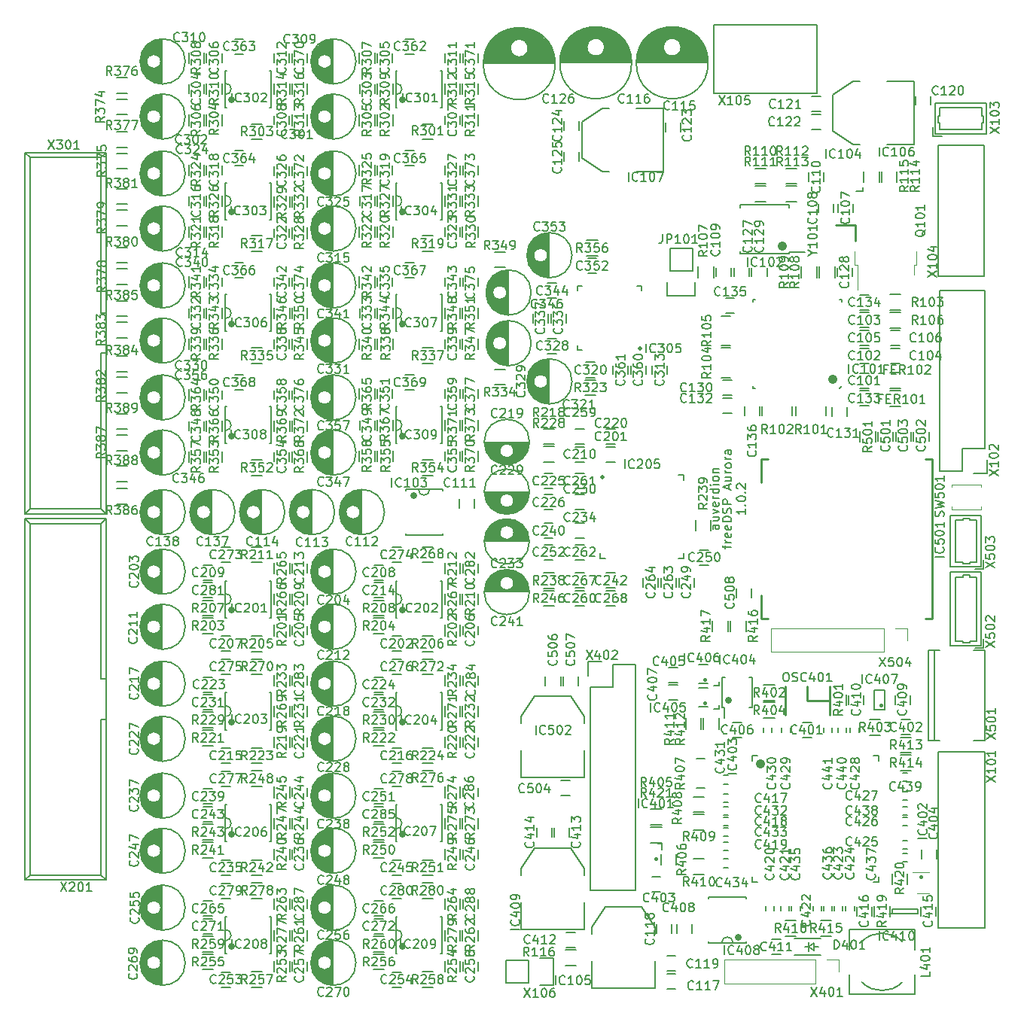
<source format=gto>
G04 #@! TF.GenerationSoftware,KiCad,Pcbnew,(5.1.8-0-10_14)*
G04 #@! TF.CreationDate,2021-10-08T12:16:11+02:00*
G04 #@! TF.ProjectId,freeDSP-aurora,66726565-4453-4502-9d61-75726f72612e,rev?*
G04 #@! TF.SameCoordinates,Original*
G04 #@! TF.FileFunction,Legend,Top*
G04 #@! TF.FilePolarity,Positive*
%FSLAX46Y46*%
G04 Gerber Fmt 4.6, Leading zero omitted, Abs format (unit mm)*
G04 Created by KiCad (PCBNEW (5.1.8-0-10_14)) date 2021-10-08 12:16:11*
%MOMM*%
%LPD*%
G01*
G04 APERTURE LIST*
%ADD10C,0.200000*%
%ADD11C,0.150000*%
%ADD12C,0.750000*%
%ADD13C,0.254000*%
%ADD14C,1.000000*%
%ADD15C,0.500000*%
%ADD16C,0.400000*%
%ADD17C,0.120000*%
G04 APERTURE END LIST*
D10*
X168052380Y-101452380D02*
X167528571Y-101452380D01*
X167433333Y-101500000D01*
X167385714Y-101595238D01*
X167385714Y-101785714D01*
X167433333Y-101880952D01*
X168004761Y-101452380D02*
X168052380Y-101547619D01*
X168052380Y-101785714D01*
X168004761Y-101880952D01*
X167909523Y-101928571D01*
X167814285Y-101928571D01*
X167719047Y-101880952D01*
X167671428Y-101785714D01*
X167671428Y-101547619D01*
X167623809Y-101452380D01*
X167385714Y-100547619D02*
X168052380Y-100547619D01*
X167385714Y-100976190D02*
X167909523Y-100976190D01*
X168004761Y-100928571D01*
X168052380Y-100833333D01*
X168052380Y-100690476D01*
X168004761Y-100595238D01*
X167957142Y-100547619D01*
X167385714Y-100166666D02*
X168052380Y-99928571D01*
X167385714Y-99690476D01*
X168004761Y-98928571D02*
X168052380Y-99023809D01*
X168052380Y-99214285D01*
X168004761Y-99309523D01*
X167909523Y-99357142D01*
X167528571Y-99357142D01*
X167433333Y-99309523D01*
X167385714Y-99214285D01*
X167385714Y-99023809D01*
X167433333Y-98928571D01*
X167528571Y-98880952D01*
X167623809Y-98880952D01*
X167719047Y-99357142D01*
X168052380Y-98452380D02*
X167385714Y-98452380D01*
X167576190Y-98452380D02*
X167480952Y-98404761D01*
X167433333Y-98357142D01*
X167385714Y-98261904D01*
X167385714Y-98166666D01*
X168052380Y-97404761D02*
X167052380Y-97404761D01*
X168004761Y-97404761D02*
X168052380Y-97500000D01*
X168052380Y-97690476D01*
X168004761Y-97785714D01*
X167957142Y-97833333D01*
X167861904Y-97880952D01*
X167576190Y-97880952D01*
X167480952Y-97833333D01*
X167433333Y-97785714D01*
X167385714Y-97690476D01*
X167385714Y-97500000D01*
X167433333Y-97404761D01*
X168052380Y-96928571D02*
X167385714Y-96928571D01*
X167052380Y-96928571D02*
X167100000Y-96976190D01*
X167147619Y-96928571D01*
X167100000Y-96880952D01*
X167052380Y-96928571D01*
X167147619Y-96928571D01*
X168052380Y-96309523D02*
X168004761Y-96404761D01*
X167957142Y-96452380D01*
X167861904Y-96500000D01*
X167576190Y-96500000D01*
X167480952Y-96452380D01*
X167433333Y-96404761D01*
X167385714Y-96309523D01*
X167385714Y-96166666D01*
X167433333Y-96071428D01*
X167480952Y-96023809D01*
X167576190Y-95976190D01*
X167861904Y-95976190D01*
X167957142Y-96023809D01*
X168004761Y-96071428D01*
X168052380Y-96166666D01*
X168052380Y-96309523D01*
X167385714Y-95547619D02*
X168052380Y-95547619D01*
X167480952Y-95547619D02*
X167433333Y-95500000D01*
X167385714Y-95404761D01*
X167385714Y-95261904D01*
X167433333Y-95166666D01*
X167528571Y-95119047D01*
X168052380Y-95119047D01*
X168785714Y-104119047D02*
X168785714Y-103738095D01*
X169452380Y-103976190D02*
X168595238Y-103976190D01*
X168500000Y-103928571D01*
X168452380Y-103833333D01*
X168452380Y-103738095D01*
X169452380Y-103404761D02*
X168785714Y-103404761D01*
X168976190Y-103404761D02*
X168880952Y-103357142D01*
X168833333Y-103309523D01*
X168785714Y-103214285D01*
X168785714Y-103119047D01*
X169404761Y-102404761D02*
X169452380Y-102500000D01*
X169452380Y-102690476D01*
X169404761Y-102785714D01*
X169309523Y-102833333D01*
X168928571Y-102833333D01*
X168833333Y-102785714D01*
X168785714Y-102690476D01*
X168785714Y-102500000D01*
X168833333Y-102404761D01*
X168928571Y-102357142D01*
X169023809Y-102357142D01*
X169119047Y-102833333D01*
X169404761Y-101547619D02*
X169452380Y-101642857D01*
X169452380Y-101833333D01*
X169404761Y-101928571D01*
X169309523Y-101976190D01*
X168928571Y-101976190D01*
X168833333Y-101928571D01*
X168785714Y-101833333D01*
X168785714Y-101642857D01*
X168833333Y-101547619D01*
X168928571Y-101500000D01*
X169023809Y-101500000D01*
X169119047Y-101976190D01*
X169452380Y-101071428D02*
X168452380Y-101071428D01*
X168452380Y-100833333D01*
X168500000Y-100690476D01*
X168595238Y-100595238D01*
X168690476Y-100547619D01*
X168880952Y-100500000D01*
X169023809Y-100500000D01*
X169214285Y-100547619D01*
X169309523Y-100595238D01*
X169404761Y-100690476D01*
X169452380Y-100833333D01*
X169452380Y-101071428D01*
X169404761Y-100119047D02*
X169452380Y-99976190D01*
X169452380Y-99738095D01*
X169404761Y-99642857D01*
X169357142Y-99595238D01*
X169261904Y-99547619D01*
X169166666Y-99547619D01*
X169071428Y-99595238D01*
X169023809Y-99642857D01*
X168976190Y-99738095D01*
X168928571Y-99928571D01*
X168880952Y-100023809D01*
X168833333Y-100071428D01*
X168738095Y-100119047D01*
X168642857Y-100119047D01*
X168547619Y-100071428D01*
X168500000Y-100023809D01*
X168452380Y-99928571D01*
X168452380Y-99690476D01*
X168500000Y-99547619D01*
X169452380Y-99119047D02*
X168452380Y-99119047D01*
X168452380Y-98738095D01*
X168500000Y-98642857D01*
X168547619Y-98595238D01*
X168642857Y-98547619D01*
X168785714Y-98547619D01*
X168880952Y-98595238D01*
X168928571Y-98642857D01*
X168976190Y-98738095D01*
X168976190Y-99119047D01*
X169166666Y-97404761D02*
X169166666Y-96928571D01*
X169452380Y-97500000D02*
X168452380Y-97166666D01*
X169452380Y-96833333D01*
X168785714Y-96071428D02*
X169452380Y-96071428D01*
X168785714Y-96500000D02*
X169309523Y-96500000D01*
X169404761Y-96452380D01*
X169452380Y-96357142D01*
X169452380Y-96214285D01*
X169404761Y-96119047D01*
X169357142Y-96071428D01*
X169452380Y-95595238D02*
X168785714Y-95595238D01*
X168976190Y-95595238D02*
X168880952Y-95547619D01*
X168833333Y-95500000D01*
X168785714Y-95404761D01*
X168785714Y-95309523D01*
X169452380Y-94833333D02*
X169404761Y-94928571D01*
X169357142Y-94976190D01*
X169261904Y-95023809D01*
X168976190Y-95023809D01*
X168880952Y-94976190D01*
X168833333Y-94928571D01*
X168785714Y-94833333D01*
X168785714Y-94690476D01*
X168833333Y-94595238D01*
X168880952Y-94547619D01*
X168976190Y-94500000D01*
X169261904Y-94500000D01*
X169357142Y-94547619D01*
X169404761Y-94595238D01*
X169452380Y-94690476D01*
X169452380Y-94833333D01*
X169452380Y-94071428D02*
X168785714Y-94071428D01*
X168976190Y-94071428D02*
X168880952Y-94023809D01*
X168833333Y-93976190D01*
X168785714Y-93880952D01*
X168785714Y-93785714D01*
X169452380Y-93023809D02*
X168928571Y-93023809D01*
X168833333Y-93071428D01*
X168785714Y-93166666D01*
X168785714Y-93357142D01*
X168833333Y-93452380D01*
X169404761Y-93023809D02*
X169452380Y-93119047D01*
X169452380Y-93357142D01*
X169404761Y-93452380D01*
X169309523Y-93500000D01*
X169214285Y-93500000D01*
X169119047Y-93452380D01*
X169071428Y-93357142D01*
X169071428Y-93119047D01*
X169023809Y-93023809D01*
X171052380Y-99642857D02*
X171052380Y-100214285D01*
X171052380Y-99928571D02*
X170052380Y-99928571D01*
X170195238Y-100023809D01*
X170290476Y-100119047D01*
X170338095Y-100214285D01*
X170957142Y-99214285D02*
X171004761Y-99166666D01*
X171052380Y-99214285D01*
X171004761Y-99261904D01*
X170957142Y-99214285D01*
X171052380Y-99214285D01*
X170052380Y-98547619D02*
X170052380Y-98452380D01*
X170100000Y-98357142D01*
X170147619Y-98309523D01*
X170242857Y-98261904D01*
X170433333Y-98214285D01*
X170671428Y-98214285D01*
X170861904Y-98261904D01*
X170957142Y-98309523D01*
X171004761Y-98357142D01*
X171052380Y-98452380D01*
X171052380Y-98547619D01*
X171004761Y-98642857D01*
X170957142Y-98690476D01*
X170861904Y-98738095D01*
X170671428Y-98785714D01*
X170433333Y-98785714D01*
X170242857Y-98738095D01*
X170147619Y-98690476D01*
X170100000Y-98642857D01*
X170052380Y-98547619D01*
X170957142Y-97785714D02*
X171004761Y-97738095D01*
X171052380Y-97785714D01*
X171004761Y-97833333D01*
X170957142Y-97785714D01*
X171052380Y-97785714D01*
X170147619Y-97357142D02*
X170100000Y-97309523D01*
X170052380Y-97214285D01*
X170052380Y-96976190D01*
X170100000Y-96880952D01*
X170147619Y-96833333D01*
X170242857Y-96785714D01*
X170338095Y-96785714D01*
X170480952Y-96833333D01*
X171052380Y-97404761D01*
X171052380Y-96785714D01*
D11*
X161600000Y-135175000D02*
X160400000Y-135175000D01*
X160400000Y-133425000D02*
X161600000Y-133425000D01*
X131725000Y-92275000D02*
X131870000Y-92275000D01*
X131725000Y-88125000D02*
X131870000Y-88125000D01*
X136875000Y-88125000D02*
X136730000Y-88125000D01*
X136875000Y-92275000D02*
X136730000Y-92275000D01*
X131725000Y-92275000D02*
X131725000Y-88125000D01*
X136875000Y-92275000D02*
X136875000Y-88125000D01*
D12*
X132395000Y-91400000D02*
G75*
G03*
X132395000Y-91400000I0J0D01*
G01*
D11*
X131760000Y-90835000D02*
G75*
G03*
X131760000Y-89565000I0J635000D01*
G01*
X112525000Y-92275000D02*
X112670000Y-92275000D01*
X112525000Y-88125000D02*
X112670000Y-88125000D01*
X117675000Y-88125000D02*
X117530000Y-88125000D01*
X117675000Y-92275000D02*
X117530000Y-92275000D01*
X112525000Y-92275000D02*
X112525000Y-88125000D01*
X117675000Y-92275000D02*
X117675000Y-88125000D01*
D12*
X113195000Y-91400000D02*
G75*
G03*
X113195000Y-91400000I0J0D01*
G01*
D11*
X112560000Y-90835000D02*
G75*
G03*
X112560000Y-89565000I0J635000D01*
G01*
X131725000Y-79675000D02*
X131870000Y-79675000D01*
X131725000Y-75525000D02*
X131870000Y-75525000D01*
X136875000Y-75525000D02*
X136730000Y-75525000D01*
X136875000Y-79675000D02*
X136730000Y-79675000D01*
X131725000Y-79675000D02*
X131725000Y-75525000D01*
X136875000Y-79675000D02*
X136875000Y-75525000D01*
D12*
X132395000Y-78800000D02*
G75*
G03*
X132395000Y-78800000I0J0D01*
G01*
D11*
X131760000Y-78235000D02*
G75*
G03*
X131760000Y-76965000I0J635000D01*
G01*
X112525000Y-79675000D02*
X112670000Y-79675000D01*
X112525000Y-75525000D02*
X112670000Y-75525000D01*
X117675000Y-75525000D02*
X117530000Y-75525000D01*
X117675000Y-79675000D02*
X117530000Y-79675000D01*
X112525000Y-79675000D02*
X112525000Y-75525000D01*
X117675000Y-79675000D02*
X117675000Y-75525000D01*
D12*
X113195000Y-78800000D02*
G75*
G03*
X113195000Y-78800000I0J0D01*
G01*
D11*
X112560000Y-78235000D02*
G75*
G03*
X112560000Y-76965000I0J635000D01*
G01*
X131725000Y-67075000D02*
X131870000Y-67075000D01*
X131725000Y-62925000D02*
X131870000Y-62925000D01*
X136875000Y-62925000D02*
X136730000Y-62925000D01*
X136875000Y-67075000D02*
X136730000Y-67075000D01*
X131725000Y-67075000D02*
X131725000Y-62925000D01*
X136875000Y-67075000D02*
X136875000Y-62925000D01*
D12*
X132395000Y-66200000D02*
G75*
G03*
X132395000Y-66200000I0J0D01*
G01*
D11*
X131760000Y-65635000D02*
G75*
G03*
X131760000Y-64365000I0J635000D01*
G01*
X112525000Y-67075000D02*
X112670000Y-67075000D01*
X112525000Y-62925000D02*
X112670000Y-62925000D01*
X117675000Y-62925000D02*
X117530000Y-62925000D01*
X117675000Y-67075000D02*
X117530000Y-67075000D01*
X112525000Y-67075000D02*
X112525000Y-62925000D01*
X117675000Y-67075000D02*
X117675000Y-62925000D01*
D12*
X113195000Y-66200000D02*
G75*
G03*
X113195000Y-66200000I0J0D01*
G01*
D11*
X112560000Y-65635000D02*
G75*
G03*
X112560000Y-64365000I0J635000D01*
G01*
X112525000Y-54475000D02*
X112670000Y-54475000D01*
X112525000Y-50325000D02*
X112670000Y-50325000D01*
X117675000Y-50325000D02*
X117530000Y-50325000D01*
X117675000Y-54475000D02*
X117530000Y-54475000D01*
X112525000Y-54475000D02*
X112525000Y-50325000D01*
X117675000Y-54475000D02*
X117675000Y-50325000D01*
D12*
X113195000Y-53600000D02*
G75*
G03*
X113195000Y-53600000I0J0D01*
G01*
D11*
X112560000Y-53035000D02*
G75*
G03*
X112560000Y-51765000I0J635000D01*
G01*
X131725000Y-54475000D02*
X131870000Y-54475000D01*
X131725000Y-50325000D02*
X131870000Y-50325000D01*
X136875000Y-50325000D02*
X136730000Y-50325000D01*
X136875000Y-54475000D02*
X136730000Y-54475000D01*
X131725000Y-54475000D02*
X131725000Y-50325000D01*
X136875000Y-54475000D02*
X136875000Y-50325000D01*
D12*
X132395000Y-53600000D02*
G75*
G03*
X132395000Y-53600000I0J0D01*
G01*
D11*
X131760000Y-53035000D02*
G75*
G03*
X131760000Y-51765000I0J635000D01*
G01*
X131725000Y-149675000D02*
X131870000Y-149675000D01*
X131725000Y-145525000D02*
X131870000Y-145525000D01*
X136875000Y-145525000D02*
X136730000Y-145525000D01*
X136875000Y-149675000D02*
X136730000Y-149675000D01*
X131725000Y-149675000D02*
X131725000Y-145525000D01*
X136875000Y-149675000D02*
X136875000Y-145525000D01*
D12*
X132395000Y-148800000D02*
G75*
G03*
X132395000Y-148800000I0J0D01*
G01*
D11*
X131760000Y-148235000D02*
G75*
G03*
X131760000Y-146965000I0J635000D01*
G01*
X112525000Y-149675000D02*
X112670000Y-149675000D01*
X112525000Y-145525000D02*
X112670000Y-145525000D01*
X117675000Y-145525000D02*
X117530000Y-145525000D01*
X117675000Y-149675000D02*
X117530000Y-149675000D01*
X112525000Y-149675000D02*
X112525000Y-145525000D01*
X117675000Y-149675000D02*
X117675000Y-145525000D01*
D12*
X113195000Y-148800000D02*
G75*
G03*
X113195000Y-148800000I0J0D01*
G01*
D11*
X112560000Y-148235000D02*
G75*
G03*
X112560000Y-146965000I0J635000D01*
G01*
X112525000Y-137075000D02*
X112670000Y-137075000D01*
X112525000Y-132925000D02*
X112670000Y-132925000D01*
X117675000Y-132925000D02*
X117530000Y-132925000D01*
X117675000Y-137075000D02*
X117530000Y-137075000D01*
X112525000Y-137075000D02*
X112525000Y-132925000D01*
X117675000Y-137075000D02*
X117675000Y-132925000D01*
D12*
X113195000Y-136200000D02*
G75*
G03*
X113195000Y-136200000I0J0D01*
G01*
D11*
X112560000Y-135635000D02*
G75*
G03*
X112560000Y-134365000I0J635000D01*
G01*
X131725000Y-124475000D02*
X131870000Y-124475000D01*
X131725000Y-120325000D02*
X131870000Y-120325000D01*
X136875000Y-120325000D02*
X136730000Y-120325000D01*
X136875000Y-124475000D02*
X136730000Y-124475000D01*
X131725000Y-124475000D02*
X131725000Y-120325000D01*
X136875000Y-124475000D02*
X136875000Y-120325000D01*
D12*
X132395000Y-123600000D02*
G75*
G03*
X132395000Y-123600000I0J0D01*
G01*
D11*
X131760000Y-123035000D02*
G75*
G03*
X131760000Y-121765000I0J635000D01*
G01*
X112525000Y-124475000D02*
X112670000Y-124475000D01*
X112525000Y-120325000D02*
X112670000Y-120325000D01*
X117675000Y-120325000D02*
X117530000Y-120325000D01*
X117675000Y-124475000D02*
X117530000Y-124475000D01*
X112525000Y-124475000D02*
X112525000Y-120325000D01*
X117675000Y-124475000D02*
X117675000Y-120325000D01*
D12*
X113195000Y-123600000D02*
G75*
G03*
X113195000Y-123600000I0J0D01*
G01*
D11*
X112560000Y-123035000D02*
G75*
G03*
X112560000Y-121765000I0J635000D01*
G01*
X112525000Y-111875000D02*
X112670000Y-111875000D01*
X112525000Y-107725000D02*
X112670000Y-107725000D01*
X117675000Y-107725000D02*
X117530000Y-107725000D01*
X117675000Y-111875000D02*
X117530000Y-111875000D01*
X112525000Y-111875000D02*
X112525000Y-107725000D01*
X117675000Y-111875000D02*
X117675000Y-107725000D01*
D12*
X113195000Y-111000000D02*
G75*
G03*
X113195000Y-111000000I0J0D01*
G01*
D11*
X112560000Y-110435000D02*
G75*
G03*
X112560000Y-109165000I0J635000D01*
G01*
X131725000Y-111875000D02*
X131870000Y-111875000D01*
X131725000Y-107725000D02*
X131870000Y-107725000D01*
X136875000Y-107725000D02*
X136730000Y-107725000D01*
X136875000Y-111875000D02*
X136730000Y-111875000D01*
X131725000Y-111875000D02*
X131725000Y-107725000D01*
X136875000Y-111875000D02*
X136875000Y-107725000D01*
D12*
X132395000Y-111000000D02*
G75*
G03*
X132395000Y-111000000I0J0D01*
G01*
D11*
X131760000Y-110435000D02*
G75*
G03*
X131760000Y-109165000I0J635000D01*
G01*
X131725000Y-137075000D02*
X131870000Y-137075000D01*
X131725000Y-132925000D02*
X131870000Y-132925000D01*
X136875000Y-132925000D02*
X136730000Y-132925000D01*
X136875000Y-137075000D02*
X136730000Y-137075000D01*
X131725000Y-137075000D02*
X131725000Y-132925000D01*
X136875000Y-137075000D02*
X136875000Y-132925000D01*
D12*
X132395000Y-136200000D02*
G75*
G03*
X132395000Y-136200000I0J0D01*
G01*
D11*
X131760000Y-135635000D02*
G75*
G03*
X131760000Y-134365000I0J635000D01*
G01*
X171075000Y-148475000D02*
X171075000Y-148330000D01*
X166925000Y-148475000D02*
X166925000Y-148330000D01*
X166925000Y-143325000D02*
X166925000Y-143470000D01*
X171075000Y-143325000D02*
X171075000Y-143470000D01*
X171075000Y-148475000D02*
X166925000Y-148475000D01*
X171075000Y-143325000D02*
X166925000Y-143325000D01*
D12*
X170200000Y-147805000D02*
G75*
G03*
X170200000Y-147805000I0J0D01*
G01*
D11*
X169635000Y-148440000D02*
G75*
G03*
X168365000Y-148440000I-635000J0D01*
G01*
X132825000Y-97425000D02*
X132825000Y-97570000D01*
X136975000Y-97425000D02*
X136975000Y-97570000D01*
X136975000Y-102575000D02*
X136975000Y-102430000D01*
X132825000Y-102575000D02*
X132825000Y-102430000D01*
X132825000Y-97425000D02*
X136975000Y-97425000D01*
X132825000Y-102575000D02*
X136975000Y-102575000D01*
D12*
X133700000Y-98095000D02*
G75*
G03*
X133700000Y-98095000I0J0D01*
G01*
D11*
X134265000Y-97460000D02*
G75*
G03*
X135535000Y-97460000I635000J0D01*
G01*
X134700000Y-141725000D02*
X135900000Y-141725000D01*
X135900000Y-143475000D02*
X134700000Y-143475000D01*
X138975000Y-147000000D02*
X138975000Y-148200000D01*
X137225000Y-148200000D02*
X137225000Y-147000000D01*
X115500000Y-141725000D02*
X116700000Y-141725000D01*
X116700000Y-143475000D02*
X115500000Y-143475000D01*
X119775000Y-147000000D02*
X119775000Y-148200000D01*
X118025000Y-148200000D02*
X118025000Y-147000000D01*
X139250000Y-143600000D02*
X139250000Y-144600000D01*
X140950000Y-144600000D02*
X140950000Y-143600000D01*
X121750000Y-144600000D02*
X121750000Y-143600000D01*
X120050000Y-143600000D02*
X120050000Y-144600000D01*
X134700000Y-129125000D02*
X135900000Y-129125000D01*
X135900000Y-130875000D02*
X134700000Y-130875000D01*
X138975000Y-134400000D02*
X138975000Y-135600000D01*
X137225000Y-135600000D02*
X137225000Y-134400000D01*
X137225000Y-132100000D02*
X137225000Y-130900000D01*
X138975000Y-130900000D02*
X138975000Y-132100000D01*
X140975000Y-134400000D02*
X140975000Y-135600000D01*
X139225000Y-135600000D02*
X139225000Y-134400000D01*
X140950000Y-132000000D02*
X140950000Y-131000000D01*
X139250000Y-131000000D02*
X139250000Y-132000000D01*
X130300000Y-133150000D02*
X129300000Y-133150000D01*
X129300000Y-134850000D02*
X130300000Y-134850000D01*
X134700000Y-116525000D02*
X135900000Y-116525000D01*
X135900000Y-118275000D02*
X134700000Y-118275000D01*
X138975000Y-121800000D02*
X138975000Y-123000000D01*
X137225000Y-123000000D02*
X137225000Y-121800000D01*
X115500000Y-116525000D02*
X116700000Y-116525000D01*
X116700000Y-118275000D02*
X115500000Y-118275000D01*
X119775000Y-121800000D02*
X119775000Y-123000000D01*
X118025000Y-123000000D02*
X118025000Y-121800000D01*
X139250000Y-118400000D02*
X139250000Y-119400000D01*
X140950000Y-119400000D02*
X140950000Y-118400000D01*
X121750000Y-119400000D02*
X121750000Y-118400000D01*
X120050000Y-118400000D02*
X120050000Y-119400000D01*
X134700000Y-103925000D02*
X135900000Y-103925000D01*
X135900000Y-105675000D02*
X134700000Y-105675000D01*
X138975000Y-109200000D02*
X138975000Y-110400000D01*
X137225000Y-110400000D02*
X137225000Y-109200000D01*
X140950000Y-106800000D02*
X140950000Y-105800000D01*
X139250000Y-105800000D02*
X139250000Y-106800000D01*
X119775000Y-109200000D02*
X119775000Y-110400000D01*
X118025000Y-110400000D02*
X118025000Y-109200000D01*
X118025000Y-106900000D02*
X118025000Y-105700000D01*
X119775000Y-105700000D02*
X119775000Y-106900000D01*
X110100000Y-109650000D02*
X111100000Y-109650000D01*
X111100000Y-107950000D02*
X110100000Y-107950000D01*
X101500000Y-58975000D02*
X100300000Y-58975000D01*
X100300000Y-57225000D02*
X101500000Y-57225000D01*
X138850000Y-98500000D02*
X138850000Y-99500000D01*
X140550000Y-99500000D02*
X140550000Y-98500000D01*
X140950000Y-87200000D02*
X140950000Y-86200000D01*
X139250000Y-86200000D02*
X139250000Y-87200000D01*
X120050000Y-86300000D02*
X120050000Y-87300000D01*
X121750000Y-87300000D02*
X121750000Y-86300000D01*
X140950000Y-74600000D02*
X140950000Y-73600000D01*
X139250000Y-73600000D02*
X139250000Y-74600000D01*
X120050000Y-73600000D02*
X120050000Y-74600000D01*
X121750000Y-74600000D02*
X121750000Y-73600000D01*
X140950000Y-62000000D02*
X140950000Y-61000000D01*
X139250000Y-61000000D02*
X139250000Y-62000000D01*
X120050000Y-61100000D02*
X120050000Y-62100000D01*
X121750000Y-62100000D02*
X121750000Y-61100000D01*
X140950000Y-49400000D02*
X140950000Y-48400000D01*
X139250000Y-48400000D02*
X139250000Y-49400000D01*
X120050000Y-48400000D02*
X120050000Y-49400000D01*
X121750000Y-49400000D02*
X121750000Y-48400000D01*
X100300000Y-88925000D02*
X101500000Y-88925000D01*
X101500000Y-90675000D02*
X100300000Y-90675000D01*
X100300000Y-94825000D02*
X101500000Y-94825000D01*
X101500000Y-96575000D02*
X100300000Y-96575000D01*
X101500000Y-93075000D02*
X100300000Y-93075000D01*
X100300000Y-91325000D02*
X101500000Y-91325000D01*
X101500000Y-99075000D02*
X100300000Y-99075000D01*
X100300000Y-97325000D02*
X101500000Y-97325000D01*
X100300000Y-76225000D02*
X101500000Y-76225000D01*
X101500000Y-77975000D02*
X100300000Y-77975000D01*
X100300000Y-82425000D02*
X101500000Y-82425000D01*
X101500000Y-84175000D02*
X100300000Y-84175000D01*
X101500000Y-80375000D02*
X100300000Y-80375000D01*
X100300000Y-78625000D02*
X101500000Y-78625000D01*
X101500000Y-86575000D02*
X100300000Y-86575000D01*
X100300000Y-84825000D02*
X101500000Y-84825000D01*
X100300000Y-63625000D02*
X101500000Y-63625000D01*
X101500000Y-65375000D02*
X100300000Y-65375000D01*
X100300000Y-70225000D02*
X101500000Y-70225000D01*
X101500000Y-71975000D02*
X100300000Y-71975000D01*
X101500000Y-67775000D02*
X100300000Y-67775000D01*
X100300000Y-66025000D02*
X101500000Y-66025000D01*
X101500000Y-74375000D02*
X100300000Y-74375000D01*
X100300000Y-72625000D02*
X101500000Y-72625000D01*
X100300000Y-51125000D02*
X101500000Y-51125000D01*
X101500000Y-52875000D02*
X100300000Y-52875000D01*
X101500000Y-61375000D02*
X100300000Y-61375000D01*
X100300000Y-59625000D02*
X101500000Y-59625000D01*
X101500000Y-55275000D02*
X100300000Y-55275000D01*
X100300000Y-53525000D02*
X101500000Y-53525000D01*
X184200000Y-63900000D02*
X184200000Y-63498680D01*
X183491340Y-63900000D02*
X184200000Y-63900000D01*
X127237500Y-87100000D02*
G75*
G03*
X127237500Y-87100000I-2537500J0D01*
G01*
X124500000Y-87100000D02*
G75*
G03*
X124500000Y-87100000I-800000J0D01*
G01*
X122245000Y-87572000D02*
X122245000Y-86628000D01*
X122385000Y-88044000D02*
X122385000Y-86156000D01*
X122525000Y-88333000D02*
X122525000Y-85867000D01*
X122665000Y-88552000D02*
X122665000Y-85648000D01*
X122805000Y-88731000D02*
X122805000Y-85469000D01*
X122945000Y-86835000D02*
X122945000Y-85320000D01*
X122945000Y-88880000D02*
X122945000Y-87365000D01*
X123085000Y-86588000D02*
X123085000Y-85192000D01*
X123085000Y-89008000D02*
X123085000Y-87612000D01*
X123225000Y-86456000D02*
X123225000Y-85081000D01*
X123225000Y-89119000D02*
X123225000Y-87744000D01*
X123365000Y-86374000D02*
X123365000Y-84986000D01*
X123365000Y-89214000D02*
X123365000Y-87826000D01*
X123505000Y-86324000D02*
X123505000Y-84904000D01*
X123505000Y-89296000D02*
X123505000Y-87876000D01*
X123645000Y-86302000D02*
X123645000Y-84834000D01*
X123645000Y-89366000D02*
X123645000Y-87898000D01*
X123785000Y-86305000D02*
X123785000Y-84773000D01*
X123785000Y-89427000D02*
X123785000Y-87895000D01*
X123925000Y-86332000D02*
X123925000Y-84723000D01*
X123925000Y-89477000D02*
X123925000Y-87868000D01*
X124065000Y-86388000D02*
X124065000Y-84682000D01*
X124065000Y-89518000D02*
X124065000Y-87812000D01*
X124205000Y-86480000D02*
X124205000Y-84649000D01*
X124205000Y-89551000D02*
X124205000Y-87720000D01*
X124345000Y-86627000D02*
X124345000Y-84625000D01*
X124345000Y-89575000D02*
X124345000Y-87573000D01*
X124485000Y-86946000D02*
X124485000Y-84609000D01*
X124485000Y-89591000D02*
X124485000Y-87254000D01*
X124625000Y-89599000D02*
X124625000Y-84601000D01*
X108037500Y-87100000D02*
G75*
G03*
X108037500Y-87100000I-2537500J0D01*
G01*
X105300000Y-87100000D02*
G75*
G03*
X105300000Y-87100000I-800000J0D01*
G01*
X103045000Y-87572000D02*
X103045000Y-86628000D01*
X103185000Y-88044000D02*
X103185000Y-86156000D01*
X103325000Y-88333000D02*
X103325000Y-85867000D01*
X103465000Y-88552000D02*
X103465000Y-85648000D01*
X103605000Y-88731000D02*
X103605000Y-85469000D01*
X103745000Y-86835000D02*
X103745000Y-85320000D01*
X103745000Y-88880000D02*
X103745000Y-87365000D01*
X103885000Y-86588000D02*
X103885000Y-85192000D01*
X103885000Y-89008000D02*
X103885000Y-87612000D01*
X104025000Y-86456000D02*
X104025000Y-85081000D01*
X104025000Y-89119000D02*
X104025000Y-87744000D01*
X104165000Y-86374000D02*
X104165000Y-84986000D01*
X104165000Y-89214000D02*
X104165000Y-87826000D01*
X104305000Y-86324000D02*
X104305000Y-84904000D01*
X104305000Y-89296000D02*
X104305000Y-87876000D01*
X104445000Y-86302000D02*
X104445000Y-84834000D01*
X104445000Y-89366000D02*
X104445000Y-87898000D01*
X104585000Y-86305000D02*
X104585000Y-84773000D01*
X104585000Y-89427000D02*
X104585000Y-87895000D01*
X104725000Y-86332000D02*
X104725000Y-84723000D01*
X104725000Y-89477000D02*
X104725000Y-87868000D01*
X104865000Y-86388000D02*
X104865000Y-84682000D01*
X104865000Y-89518000D02*
X104865000Y-87812000D01*
X105005000Y-86480000D02*
X105005000Y-84649000D01*
X105005000Y-89551000D02*
X105005000Y-87720000D01*
X105145000Y-86627000D02*
X105145000Y-84625000D01*
X105145000Y-89575000D02*
X105145000Y-87573000D01*
X105285000Y-86946000D02*
X105285000Y-84609000D01*
X105285000Y-89591000D02*
X105285000Y-87254000D01*
X105425000Y-89599000D02*
X105425000Y-84601000D01*
X151537500Y-71100000D02*
G75*
G03*
X151537500Y-71100000I-2537500J0D01*
G01*
X148800000Y-71100000D02*
G75*
G03*
X148800000Y-71100000I-800000J0D01*
G01*
X146545000Y-71572000D02*
X146545000Y-70628000D01*
X146685000Y-72044000D02*
X146685000Y-70156000D01*
X146825000Y-72333000D02*
X146825000Y-69867000D01*
X146965000Y-72552000D02*
X146965000Y-69648000D01*
X147105000Y-72731000D02*
X147105000Y-69469000D01*
X147245000Y-70835000D02*
X147245000Y-69320000D01*
X147245000Y-72880000D02*
X147245000Y-71365000D01*
X147385000Y-70588000D02*
X147385000Y-69192000D01*
X147385000Y-73008000D02*
X147385000Y-71612000D01*
X147525000Y-70456000D02*
X147525000Y-69081000D01*
X147525000Y-73119000D02*
X147525000Y-71744000D01*
X147665000Y-70374000D02*
X147665000Y-68986000D01*
X147665000Y-73214000D02*
X147665000Y-71826000D01*
X147805000Y-70324000D02*
X147805000Y-68904000D01*
X147805000Y-73296000D02*
X147805000Y-71876000D01*
X147945000Y-70302000D02*
X147945000Y-68834000D01*
X147945000Y-73366000D02*
X147945000Y-71898000D01*
X148085000Y-70305000D02*
X148085000Y-68773000D01*
X148085000Y-73427000D02*
X148085000Y-71895000D01*
X148225000Y-70332000D02*
X148225000Y-68723000D01*
X148225000Y-73477000D02*
X148225000Y-71868000D01*
X148365000Y-70388000D02*
X148365000Y-68682000D01*
X148365000Y-73518000D02*
X148365000Y-71812000D01*
X148505000Y-70480000D02*
X148505000Y-68649000D01*
X148505000Y-73551000D02*
X148505000Y-71720000D01*
X148645000Y-70627000D02*
X148645000Y-68625000D01*
X148645000Y-73575000D02*
X148645000Y-71573000D01*
X148785000Y-70946000D02*
X148785000Y-68609000D01*
X148785000Y-73591000D02*
X148785000Y-71254000D01*
X148925000Y-73599000D02*
X148925000Y-68601000D01*
X127237500Y-93300000D02*
G75*
G03*
X127237500Y-93300000I-2537500J0D01*
G01*
X124500000Y-93300000D02*
G75*
G03*
X124500000Y-93300000I-800000J0D01*
G01*
X122245000Y-93772000D02*
X122245000Y-92828000D01*
X122385000Y-94244000D02*
X122385000Y-92356000D01*
X122525000Y-94533000D02*
X122525000Y-92067000D01*
X122665000Y-94752000D02*
X122665000Y-91848000D01*
X122805000Y-94931000D02*
X122805000Y-91669000D01*
X122945000Y-93035000D02*
X122945000Y-91520000D01*
X122945000Y-95080000D02*
X122945000Y-93565000D01*
X123085000Y-92788000D02*
X123085000Y-91392000D01*
X123085000Y-95208000D02*
X123085000Y-93812000D01*
X123225000Y-92656000D02*
X123225000Y-91281000D01*
X123225000Y-95319000D02*
X123225000Y-93944000D01*
X123365000Y-92574000D02*
X123365000Y-91186000D01*
X123365000Y-95414000D02*
X123365000Y-94026000D01*
X123505000Y-92524000D02*
X123505000Y-91104000D01*
X123505000Y-95496000D02*
X123505000Y-94076000D01*
X123645000Y-92502000D02*
X123645000Y-91034000D01*
X123645000Y-95566000D02*
X123645000Y-94098000D01*
X123785000Y-92505000D02*
X123785000Y-90973000D01*
X123785000Y-95627000D02*
X123785000Y-94095000D01*
X123925000Y-92532000D02*
X123925000Y-90923000D01*
X123925000Y-95677000D02*
X123925000Y-94068000D01*
X124065000Y-92588000D02*
X124065000Y-90882000D01*
X124065000Y-95718000D02*
X124065000Y-94012000D01*
X124205000Y-92680000D02*
X124205000Y-90849000D01*
X124205000Y-95751000D02*
X124205000Y-93920000D01*
X124345000Y-92827000D02*
X124345000Y-90825000D01*
X124345000Y-95775000D02*
X124345000Y-93773000D01*
X124485000Y-93146000D02*
X124485000Y-90809000D01*
X124485000Y-95791000D02*
X124485000Y-93454000D01*
X124625000Y-95799000D02*
X124625000Y-90801000D01*
X108037500Y-93300000D02*
G75*
G03*
X108037500Y-93300000I-2537500J0D01*
G01*
X105300000Y-93300000D02*
G75*
G03*
X105300000Y-93300000I-800000J0D01*
G01*
X103045000Y-93772000D02*
X103045000Y-92828000D01*
X103185000Y-94244000D02*
X103185000Y-92356000D01*
X103325000Y-94533000D02*
X103325000Y-92067000D01*
X103465000Y-94752000D02*
X103465000Y-91848000D01*
X103605000Y-94931000D02*
X103605000Y-91669000D01*
X103745000Y-93035000D02*
X103745000Y-91520000D01*
X103745000Y-95080000D02*
X103745000Y-93565000D01*
X103885000Y-92788000D02*
X103885000Y-91392000D01*
X103885000Y-95208000D02*
X103885000Y-93812000D01*
X104025000Y-92656000D02*
X104025000Y-91281000D01*
X104025000Y-95319000D02*
X104025000Y-93944000D01*
X104165000Y-92574000D02*
X104165000Y-91186000D01*
X104165000Y-95414000D02*
X104165000Y-94026000D01*
X104305000Y-92524000D02*
X104305000Y-91104000D01*
X104305000Y-95496000D02*
X104305000Y-94076000D01*
X104445000Y-92502000D02*
X104445000Y-91034000D01*
X104445000Y-95566000D02*
X104445000Y-94098000D01*
X104585000Y-92505000D02*
X104585000Y-90973000D01*
X104585000Y-95627000D02*
X104585000Y-94095000D01*
X104725000Y-92532000D02*
X104725000Y-90923000D01*
X104725000Y-95677000D02*
X104725000Y-94068000D01*
X104865000Y-92588000D02*
X104865000Y-90882000D01*
X104865000Y-95718000D02*
X104865000Y-94012000D01*
X105005000Y-92680000D02*
X105005000Y-90849000D01*
X105005000Y-95751000D02*
X105005000Y-93920000D01*
X105145000Y-92827000D02*
X105145000Y-90825000D01*
X105145000Y-95775000D02*
X105145000Y-93773000D01*
X105285000Y-93146000D02*
X105285000Y-90809000D01*
X105285000Y-95791000D02*
X105285000Y-93454000D01*
X105425000Y-95799000D02*
X105425000Y-90801000D01*
X146937500Y-75300000D02*
G75*
G03*
X146937500Y-75300000I-2537500J0D01*
G01*
X144200000Y-75300000D02*
G75*
G03*
X144200000Y-75300000I-800000J0D01*
G01*
X141945000Y-75772000D02*
X141945000Y-74828000D01*
X142085000Y-76244000D02*
X142085000Y-74356000D01*
X142225000Y-76533000D02*
X142225000Y-74067000D01*
X142365000Y-76752000D02*
X142365000Y-73848000D01*
X142505000Y-76931000D02*
X142505000Y-73669000D01*
X142645000Y-75035000D02*
X142645000Y-73520000D01*
X142645000Y-77080000D02*
X142645000Y-75565000D01*
X142785000Y-74788000D02*
X142785000Y-73392000D01*
X142785000Y-77208000D02*
X142785000Y-75812000D01*
X142925000Y-74656000D02*
X142925000Y-73281000D01*
X142925000Y-77319000D02*
X142925000Y-75944000D01*
X143065000Y-74574000D02*
X143065000Y-73186000D01*
X143065000Y-77414000D02*
X143065000Y-76026000D01*
X143205000Y-74524000D02*
X143205000Y-73104000D01*
X143205000Y-77496000D02*
X143205000Y-76076000D01*
X143345000Y-74502000D02*
X143345000Y-73034000D01*
X143345000Y-77566000D02*
X143345000Y-76098000D01*
X143485000Y-74505000D02*
X143485000Y-72973000D01*
X143485000Y-77627000D02*
X143485000Y-76095000D01*
X143625000Y-74532000D02*
X143625000Y-72923000D01*
X143625000Y-77677000D02*
X143625000Y-76068000D01*
X143765000Y-74588000D02*
X143765000Y-72882000D01*
X143765000Y-77718000D02*
X143765000Y-76012000D01*
X143905000Y-74680000D02*
X143905000Y-72849000D01*
X143905000Y-77751000D02*
X143905000Y-75920000D01*
X144045000Y-74827000D02*
X144045000Y-72825000D01*
X144045000Y-77775000D02*
X144045000Y-75773000D01*
X144185000Y-75146000D02*
X144185000Y-72809000D01*
X144185000Y-77791000D02*
X144185000Y-75454000D01*
X144325000Y-77799000D02*
X144325000Y-72801000D01*
X127237500Y-74500000D02*
G75*
G03*
X127237500Y-74500000I-2537500J0D01*
G01*
X124500000Y-74500000D02*
G75*
G03*
X124500000Y-74500000I-800000J0D01*
G01*
X122245000Y-74972000D02*
X122245000Y-74028000D01*
X122385000Y-75444000D02*
X122385000Y-73556000D01*
X122525000Y-75733000D02*
X122525000Y-73267000D01*
X122665000Y-75952000D02*
X122665000Y-73048000D01*
X122805000Y-76131000D02*
X122805000Y-72869000D01*
X122945000Y-74235000D02*
X122945000Y-72720000D01*
X122945000Y-76280000D02*
X122945000Y-74765000D01*
X123085000Y-73988000D02*
X123085000Y-72592000D01*
X123085000Y-76408000D02*
X123085000Y-75012000D01*
X123225000Y-73856000D02*
X123225000Y-72481000D01*
X123225000Y-76519000D02*
X123225000Y-75144000D01*
X123365000Y-73774000D02*
X123365000Y-72386000D01*
X123365000Y-76614000D02*
X123365000Y-75226000D01*
X123505000Y-73724000D02*
X123505000Y-72304000D01*
X123505000Y-76696000D02*
X123505000Y-75276000D01*
X123645000Y-73702000D02*
X123645000Y-72234000D01*
X123645000Y-76766000D02*
X123645000Y-75298000D01*
X123785000Y-73705000D02*
X123785000Y-72173000D01*
X123785000Y-76827000D02*
X123785000Y-75295000D01*
X123925000Y-73732000D02*
X123925000Y-72123000D01*
X123925000Y-76877000D02*
X123925000Y-75268000D01*
X124065000Y-73788000D02*
X124065000Y-72082000D01*
X124065000Y-76918000D02*
X124065000Y-75212000D01*
X124205000Y-73880000D02*
X124205000Y-72049000D01*
X124205000Y-76951000D02*
X124205000Y-75120000D01*
X124345000Y-74027000D02*
X124345000Y-72025000D01*
X124345000Y-76975000D02*
X124345000Y-74973000D01*
X124485000Y-74346000D02*
X124485000Y-72009000D01*
X124485000Y-76991000D02*
X124485000Y-74654000D01*
X124625000Y-76999000D02*
X124625000Y-72001000D01*
X108037500Y-74500000D02*
G75*
G03*
X108037500Y-74500000I-2537500J0D01*
G01*
X105300000Y-74500000D02*
G75*
G03*
X105300000Y-74500000I-800000J0D01*
G01*
X103045000Y-74972000D02*
X103045000Y-74028000D01*
X103185000Y-75444000D02*
X103185000Y-73556000D01*
X103325000Y-75733000D02*
X103325000Y-73267000D01*
X103465000Y-75952000D02*
X103465000Y-73048000D01*
X103605000Y-76131000D02*
X103605000Y-72869000D01*
X103745000Y-74235000D02*
X103745000Y-72720000D01*
X103745000Y-76280000D02*
X103745000Y-74765000D01*
X103885000Y-73988000D02*
X103885000Y-72592000D01*
X103885000Y-76408000D02*
X103885000Y-75012000D01*
X104025000Y-73856000D02*
X104025000Y-72481000D01*
X104025000Y-76519000D02*
X104025000Y-75144000D01*
X104165000Y-73774000D02*
X104165000Y-72386000D01*
X104165000Y-76614000D02*
X104165000Y-75226000D01*
X104305000Y-73724000D02*
X104305000Y-72304000D01*
X104305000Y-76696000D02*
X104305000Y-75276000D01*
X104445000Y-73702000D02*
X104445000Y-72234000D01*
X104445000Y-76766000D02*
X104445000Y-75298000D01*
X104585000Y-73705000D02*
X104585000Y-72173000D01*
X104585000Y-76827000D02*
X104585000Y-75295000D01*
X104725000Y-73732000D02*
X104725000Y-72123000D01*
X104725000Y-76877000D02*
X104725000Y-75268000D01*
X104865000Y-73788000D02*
X104865000Y-72082000D01*
X104865000Y-76918000D02*
X104865000Y-75212000D01*
X105005000Y-73880000D02*
X105005000Y-72049000D01*
X105005000Y-76951000D02*
X105005000Y-75120000D01*
X105145000Y-74027000D02*
X105145000Y-72025000D01*
X105145000Y-76975000D02*
X105145000Y-74973000D01*
X105285000Y-74346000D02*
X105285000Y-72009000D01*
X105285000Y-76991000D02*
X105285000Y-74654000D01*
X105425000Y-76999000D02*
X105425000Y-72001000D01*
X127237500Y-80700000D02*
G75*
G03*
X127237500Y-80700000I-2537500J0D01*
G01*
X124500000Y-80700000D02*
G75*
G03*
X124500000Y-80700000I-800000J0D01*
G01*
X122245000Y-81172000D02*
X122245000Y-80228000D01*
X122385000Y-81644000D02*
X122385000Y-79756000D01*
X122525000Y-81933000D02*
X122525000Y-79467000D01*
X122665000Y-82152000D02*
X122665000Y-79248000D01*
X122805000Y-82331000D02*
X122805000Y-79069000D01*
X122945000Y-80435000D02*
X122945000Y-78920000D01*
X122945000Y-82480000D02*
X122945000Y-80965000D01*
X123085000Y-80188000D02*
X123085000Y-78792000D01*
X123085000Y-82608000D02*
X123085000Y-81212000D01*
X123225000Y-80056000D02*
X123225000Y-78681000D01*
X123225000Y-82719000D02*
X123225000Y-81344000D01*
X123365000Y-79974000D02*
X123365000Y-78586000D01*
X123365000Y-82814000D02*
X123365000Y-81426000D01*
X123505000Y-79924000D02*
X123505000Y-78504000D01*
X123505000Y-82896000D02*
X123505000Y-81476000D01*
X123645000Y-79902000D02*
X123645000Y-78434000D01*
X123645000Y-82966000D02*
X123645000Y-81498000D01*
X123785000Y-79905000D02*
X123785000Y-78373000D01*
X123785000Y-83027000D02*
X123785000Y-81495000D01*
X123925000Y-79932000D02*
X123925000Y-78323000D01*
X123925000Y-83077000D02*
X123925000Y-81468000D01*
X124065000Y-79988000D02*
X124065000Y-78282000D01*
X124065000Y-83118000D02*
X124065000Y-81412000D01*
X124205000Y-80080000D02*
X124205000Y-78249000D01*
X124205000Y-83151000D02*
X124205000Y-81320000D01*
X124345000Y-80227000D02*
X124345000Y-78225000D01*
X124345000Y-83175000D02*
X124345000Y-81173000D01*
X124485000Y-80546000D02*
X124485000Y-78209000D01*
X124485000Y-83191000D02*
X124485000Y-80854000D01*
X124625000Y-83199000D02*
X124625000Y-78201000D01*
X108037500Y-80700000D02*
G75*
G03*
X108037500Y-80700000I-2537500J0D01*
G01*
X105300000Y-80700000D02*
G75*
G03*
X105300000Y-80700000I-800000J0D01*
G01*
X103045000Y-81172000D02*
X103045000Y-80228000D01*
X103185000Y-81644000D02*
X103185000Y-79756000D01*
X103325000Y-81933000D02*
X103325000Y-79467000D01*
X103465000Y-82152000D02*
X103465000Y-79248000D01*
X103605000Y-82331000D02*
X103605000Y-79069000D01*
X103745000Y-80435000D02*
X103745000Y-78920000D01*
X103745000Y-82480000D02*
X103745000Y-80965000D01*
X103885000Y-80188000D02*
X103885000Y-78792000D01*
X103885000Y-82608000D02*
X103885000Y-81212000D01*
X104025000Y-80056000D02*
X104025000Y-78681000D01*
X104025000Y-82719000D02*
X104025000Y-81344000D01*
X104165000Y-79974000D02*
X104165000Y-78586000D01*
X104165000Y-82814000D02*
X104165000Y-81426000D01*
X104305000Y-79924000D02*
X104305000Y-78504000D01*
X104305000Y-82896000D02*
X104305000Y-81476000D01*
X104445000Y-79902000D02*
X104445000Y-78434000D01*
X104445000Y-82966000D02*
X104445000Y-81498000D01*
X104585000Y-79905000D02*
X104585000Y-78373000D01*
X104585000Y-83027000D02*
X104585000Y-81495000D01*
X104725000Y-79932000D02*
X104725000Y-78323000D01*
X104725000Y-83077000D02*
X104725000Y-81468000D01*
X104865000Y-79988000D02*
X104865000Y-78282000D01*
X104865000Y-83118000D02*
X104865000Y-81412000D01*
X105005000Y-80080000D02*
X105005000Y-78249000D01*
X105005000Y-83151000D02*
X105005000Y-81320000D01*
X105145000Y-80227000D02*
X105145000Y-78225000D01*
X105145000Y-83175000D02*
X105145000Y-81173000D01*
X105285000Y-80546000D02*
X105285000Y-78209000D01*
X105285000Y-83191000D02*
X105285000Y-80854000D01*
X105425000Y-83199000D02*
X105425000Y-78201000D01*
X146937500Y-81000000D02*
G75*
G03*
X146937500Y-81000000I-2537500J0D01*
G01*
X144200000Y-81000000D02*
G75*
G03*
X144200000Y-81000000I-800000J0D01*
G01*
X141945000Y-81472000D02*
X141945000Y-80528000D01*
X142085000Y-81944000D02*
X142085000Y-80056000D01*
X142225000Y-82233000D02*
X142225000Y-79767000D01*
X142365000Y-82452000D02*
X142365000Y-79548000D01*
X142505000Y-82631000D02*
X142505000Y-79369000D01*
X142645000Y-80735000D02*
X142645000Y-79220000D01*
X142645000Y-82780000D02*
X142645000Y-81265000D01*
X142785000Y-80488000D02*
X142785000Y-79092000D01*
X142785000Y-82908000D02*
X142785000Y-81512000D01*
X142925000Y-80356000D02*
X142925000Y-78981000D01*
X142925000Y-83019000D02*
X142925000Y-81644000D01*
X143065000Y-80274000D02*
X143065000Y-78886000D01*
X143065000Y-83114000D02*
X143065000Y-81726000D01*
X143205000Y-80224000D02*
X143205000Y-78804000D01*
X143205000Y-83196000D02*
X143205000Y-81776000D01*
X143345000Y-80202000D02*
X143345000Y-78734000D01*
X143345000Y-83266000D02*
X143345000Y-81798000D01*
X143485000Y-80205000D02*
X143485000Y-78673000D01*
X143485000Y-83327000D02*
X143485000Y-81795000D01*
X143625000Y-80232000D02*
X143625000Y-78623000D01*
X143625000Y-83377000D02*
X143625000Y-81768000D01*
X143765000Y-80288000D02*
X143765000Y-78582000D01*
X143765000Y-83418000D02*
X143765000Y-81712000D01*
X143905000Y-80380000D02*
X143905000Y-78549000D01*
X143905000Y-83451000D02*
X143905000Y-81620000D01*
X144045000Y-80527000D02*
X144045000Y-78525000D01*
X144045000Y-83475000D02*
X144045000Y-81473000D01*
X144185000Y-80846000D02*
X144185000Y-78509000D01*
X144185000Y-83491000D02*
X144185000Y-81154000D01*
X144325000Y-83499000D02*
X144325000Y-78501000D01*
X127237500Y-61900000D02*
G75*
G03*
X127237500Y-61900000I-2537500J0D01*
G01*
X124500000Y-61900000D02*
G75*
G03*
X124500000Y-61900000I-800000J0D01*
G01*
X122245000Y-62372000D02*
X122245000Y-61428000D01*
X122385000Y-62844000D02*
X122385000Y-60956000D01*
X122525000Y-63133000D02*
X122525000Y-60667000D01*
X122665000Y-63352000D02*
X122665000Y-60448000D01*
X122805000Y-63531000D02*
X122805000Y-60269000D01*
X122945000Y-61635000D02*
X122945000Y-60120000D01*
X122945000Y-63680000D02*
X122945000Y-62165000D01*
X123085000Y-61388000D02*
X123085000Y-59992000D01*
X123085000Y-63808000D02*
X123085000Y-62412000D01*
X123225000Y-61256000D02*
X123225000Y-59881000D01*
X123225000Y-63919000D02*
X123225000Y-62544000D01*
X123365000Y-61174000D02*
X123365000Y-59786000D01*
X123365000Y-64014000D02*
X123365000Y-62626000D01*
X123505000Y-61124000D02*
X123505000Y-59704000D01*
X123505000Y-64096000D02*
X123505000Y-62676000D01*
X123645000Y-61102000D02*
X123645000Y-59634000D01*
X123645000Y-64166000D02*
X123645000Y-62698000D01*
X123785000Y-61105000D02*
X123785000Y-59573000D01*
X123785000Y-64227000D02*
X123785000Y-62695000D01*
X123925000Y-61132000D02*
X123925000Y-59523000D01*
X123925000Y-64277000D02*
X123925000Y-62668000D01*
X124065000Y-61188000D02*
X124065000Y-59482000D01*
X124065000Y-64318000D02*
X124065000Y-62612000D01*
X124205000Y-61280000D02*
X124205000Y-59449000D01*
X124205000Y-64351000D02*
X124205000Y-62520000D01*
X124345000Y-61427000D02*
X124345000Y-59425000D01*
X124345000Y-64375000D02*
X124345000Y-62373000D01*
X124485000Y-61746000D02*
X124485000Y-59409000D01*
X124485000Y-64391000D02*
X124485000Y-62054000D01*
X124625000Y-64399000D02*
X124625000Y-59401000D01*
X108037500Y-61900000D02*
G75*
G03*
X108037500Y-61900000I-2537500J0D01*
G01*
X105300000Y-61900000D02*
G75*
G03*
X105300000Y-61900000I-800000J0D01*
G01*
X103045000Y-62372000D02*
X103045000Y-61428000D01*
X103185000Y-62844000D02*
X103185000Y-60956000D01*
X103325000Y-63133000D02*
X103325000Y-60667000D01*
X103465000Y-63352000D02*
X103465000Y-60448000D01*
X103605000Y-63531000D02*
X103605000Y-60269000D01*
X103745000Y-61635000D02*
X103745000Y-60120000D01*
X103745000Y-63680000D02*
X103745000Y-62165000D01*
X103885000Y-61388000D02*
X103885000Y-59992000D01*
X103885000Y-63808000D02*
X103885000Y-62412000D01*
X104025000Y-61256000D02*
X104025000Y-59881000D01*
X104025000Y-63919000D02*
X104025000Y-62544000D01*
X104165000Y-61174000D02*
X104165000Y-59786000D01*
X104165000Y-64014000D02*
X104165000Y-62626000D01*
X104305000Y-61124000D02*
X104305000Y-59704000D01*
X104305000Y-64096000D02*
X104305000Y-62676000D01*
X104445000Y-61102000D02*
X104445000Y-59634000D01*
X104445000Y-64166000D02*
X104445000Y-62698000D01*
X104585000Y-61105000D02*
X104585000Y-59573000D01*
X104585000Y-64227000D02*
X104585000Y-62695000D01*
X104725000Y-61132000D02*
X104725000Y-59523000D01*
X104725000Y-64277000D02*
X104725000Y-62668000D01*
X104865000Y-61188000D02*
X104865000Y-59482000D01*
X104865000Y-64318000D02*
X104865000Y-62612000D01*
X105005000Y-61280000D02*
X105005000Y-59449000D01*
X105005000Y-64351000D02*
X105005000Y-62520000D01*
X105145000Y-61427000D02*
X105145000Y-59425000D01*
X105145000Y-64375000D02*
X105145000Y-62373000D01*
X105285000Y-61746000D02*
X105285000Y-59409000D01*
X105285000Y-64391000D02*
X105285000Y-62054000D01*
X105425000Y-64399000D02*
X105425000Y-59401000D01*
X151537500Y-85300000D02*
G75*
G03*
X151537500Y-85300000I-2537500J0D01*
G01*
X148800000Y-85300000D02*
G75*
G03*
X148800000Y-85300000I-800000J0D01*
G01*
X146545000Y-85772000D02*
X146545000Y-84828000D01*
X146685000Y-86244000D02*
X146685000Y-84356000D01*
X146825000Y-86533000D02*
X146825000Y-84067000D01*
X146965000Y-86752000D02*
X146965000Y-83848000D01*
X147105000Y-86931000D02*
X147105000Y-83669000D01*
X147245000Y-85035000D02*
X147245000Y-83520000D01*
X147245000Y-87080000D02*
X147245000Y-85565000D01*
X147385000Y-84788000D02*
X147385000Y-83392000D01*
X147385000Y-87208000D02*
X147385000Y-85812000D01*
X147525000Y-84656000D02*
X147525000Y-83281000D01*
X147525000Y-87319000D02*
X147525000Y-85944000D01*
X147665000Y-84574000D02*
X147665000Y-83186000D01*
X147665000Y-87414000D02*
X147665000Y-86026000D01*
X147805000Y-84524000D02*
X147805000Y-83104000D01*
X147805000Y-87496000D02*
X147805000Y-86076000D01*
X147945000Y-84502000D02*
X147945000Y-83034000D01*
X147945000Y-87566000D02*
X147945000Y-86098000D01*
X148085000Y-84505000D02*
X148085000Y-82973000D01*
X148085000Y-87627000D02*
X148085000Y-86095000D01*
X148225000Y-84532000D02*
X148225000Y-82923000D01*
X148225000Y-87677000D02*
X148225000Y-86068000D01*
X148365000Y-84588000D02*
X148365000Y-82882000D01*
X148365000Y-87718000D02*
X148365000Y-86012000D01*
X148505000Y-84680000D02*
X148505000Y-82849000D01*
X148505000Y-87751000D02*
X148505000Y-85920000D01*
X148645000Y-84827000D02*
X148645000Y-82825000D01*
X148645000Y-87775000D02*
X148645000Y-85773000D01*
X148785000Y-85146000D02*
X148785000Y-82809000D01*
X148785000Y-87791000D02*
X148785000Y-85454000D01*
X148925000Y-87799000D02*
X148925000Y-82801000D01*
X127237500Y-68100000D02*
G75*
G03*
X127237500Y-68100000I-2537500J0D01*
G01*
X124500000Y-68100000D02*
G75*
G03*
X124500000Y-68100000I-800000J0D01*
G01*
X122245000Y-68572000D02*
X122245000Y-67628000D01*
X122385000Y-69044000D02*
X122385000Y-67156000D01*
X122525000Y-69333000D02*
X122525000Y-66867000D01*
X122665000Y-69552000D02*
X122665000Y-66648000D01*
X122805000Y-69731000D02*
X122805000Y-66469000D01*
X122945000Y-67835000D02*
X122945000Y-66320000D01*
X122945000Y-69880000D02*
X122945000Y-68365000D01*
X123085000Y-67588000D02*
X123085000Y-66192000D01*
X123085000Y-70008000D02*
X123085000Y-68612000D01*
X123225000Y-67456000D02*
X123225000Y-66081000D01*
X123225000Y-70119000D02*
X123225000Y-68744000D01*
X123365000Y-67374000D02*
X123365000Y-65986000D01*
X123365000Y-70214000D02*
X123365000Y-68826000D01*
X123505000Y-67324000D02*
X123505000Y-65904000D01*
X123505000Y-70296000D02*
X123505000Y-68876000D01*
X123645000Y-67302000D02*
X123645000Y-65834000D01*
X123645000Y-70366000D02*
X123645000Y-68898000D01*
X123785000Y-67305000D02*
X123785000Y-65773000D01*
X123785000Y-70427000D02*
X123785000Y-68895000D01*
X123925000Y-67332000D02*
X123925000Y-65723000D01*
X123925000Y-70477000D02*
X123925000Y-68868000D01*
X124065000Y-67388000D02*
X124065000Y-65682000D01*
X124065000Y-70518000D02*
X124065000Y-68812000D01*
X124205000Y-67480000D02*
X124205000Y-65649000D01*
X124205000Y-70551000D02*
X124205000Y-68720000D01*
X124345000Y-67627000D02*
X124345000Y-65625000D01*
X124345000Y-70575000D02*
X124345000Y-68573000D01*
X124485000Y-67946000D02*
X124485000Y-65609000D01*
X124485000Y-70591000D02*
X124485000Y-68254000D01*
X124625000Y-70599000D02*
X124625000Y-65601000D01*
X108037500Y-68100000D02*
G75*
G03*
X108037500Y-68100000I-2537500J0D01*
G01*
X105300000Y-68100000D02*
G75*
G03*
X105300000Y-68100000I-800000J0D01*
G01*
X103045000Y-68572000D02*
X103045000Y-67628000D01*
X103185000Y-69044000D02*
X103185000Y-67156000D01*
X103325000Y-69333000D02*
X103325000Y-66867000D01*
X103465000Y-69552000D02*
X103465000Y-66648000D01*
X103605000Y-69731000D02*
X103605000Y-66469000D01*
X103745000Y-67835000D02*
X103745000Y-66320000D01*
X103745000Y-69880000D02*
X103745000Y-68365000D01*
X103885000Y-67588000D02*
X103885000Y-66192000D01*
X103885000Y-70008000D02*
X103885000Y-68612000D01*
X104025000Y-67456000D02*
X104025000Y-66081000D01*
X104025000Y-70119000D02*
X104025000Y-68744000D01*
X104165000Y-67374000D02*
X104165000Y-65986000D01*
X104165000Y-70214000D02*
X104165000Y-68826000D01*
X104305000Y-67324000D02*
X104305000Y-65904000D01*
X104305000Y-70296000D02*
X104305000Y-68876000D01*
X104445000Y-67302000D02*
X104445000Y-65834000D01*
X104445000Y-70366000D02*
X104445000Y-68898000D01*
X104585000Y-67305000D02*
X104585000Y-65773000D01*
X104585000Y-70427000D02*
X104585000Y-68895000D01*
X104725000Y-67332000D02*
X104725000Y-65723000D01*
X104725000Y-70477000D02*
X104725000Y-68868000D01*
X104865000Y-67388000D02*
X104865000Y-65682000D01*
X104865000Y-70518000D02*
X104865000Y-68812000D01*
X105005000Y-67480000D02*
X105005000Y-65649000D01*
X105005000Y-70551000D02*
X105005000Y-68720000D01*
X105145000Y-67627000D02*
X105145000Y-65625000D01*
X105145000Y-70575000D02*
X105145000Y-68573000D01*
X105285000Y-67946000D02*
X105285000Y-65609000D01*
X105285000Y-70591000D02*
X105285000Y-68254000D01*
X105425000Y-70599000D02*
X105425000Y-65601000D01*
X108037500Y-49300000D02*
G75*
G03*
X108037500Y-49300000I-2537500J0D01*
G01*
X105300000Y-49300000D02*
G75*
G03*
X105300000Y-49300000I-800000J0D01*
G01*
X103045000Y-49772000D02*
X103045000Y-48828000D01*
X103185000Y-50244000D02*
X103185000Y-48356000D01*
X103325000Y-50533000D02*
X103325000Y-48067000D01*
X103465000Y-50752000D02*
X103465000Y-47848000D01*
X103605000Y-50931000D02*
X103605000Y-47669000D01*
X103745000Y-49035000D02*
X103745000Y-47520000D01*
X103745000Y-51080000D02*
X103745000Y-49565000D01*
X103885000Y-48788000D02*
X103885000Y-47392000D01*
X103885000Y-51208000D02*
X103885000Y-49812000D01*
X104025000Y-48656000D02*
X104025000Y-47281000D01*
X104025000Y-51319000D02*
X104025000Y-49944000D01*
X104165000Y-48574000D02*
X104165000Y-47186000D01*
X104165000Y-51414000D02*
X104165000Y-50026000D01*
X104305000Y-48524000D02*
X104305000Y-47104000D01*
X104305000Y-51496000D02*
X104305000Y-50076000D01*
X104445000Y-48502000D02*
X104445000Y-47034000D01*
X104445000Y-51566000D02*
X104445000Y-50098000D01*
X104585000Y-48505000D02*
X104585000Y-46973000D01*
X104585000Y-51627000D02*
X104585000Y-50095000D01*
X104725000Y-48532000D02*
X104725000Y-46923000D01*
X104725000Y-51677000D02*
X104725000Y-50068000D01*
X104865000Y-48588000D02*
X104865000Y-46882000D01*
X104865000Y-51718000D02*
X104865000Y-50012000D01*
X105005000Y-48680000D02*
X105005000Y-46849000D01*
X105005000Y-51751000D02*
X105005000Y-49920000D01*
X105145000Y-48827000D02*
X105145000Y-46825000D01*
X105145000Y-51775000D02*
X105145000Y-49773000D01*
X105285000Y-49146000D02*
X105285000Y-46809000D01*
X105285000Y-51791000D02*
X105285000Y-49454000D01*
X105425000Y-51799000D02*
X105425000Y-46801000D01*
X127237500Y-49300000D02*
G75*
G03*
X127237500Y-49300000I-2537500J0D01*
G01*
X124500000Y-49300000D02*
G75*
G03*
X124500000Y-49300000I-800000J0D01*
G01*
X122245000Y-49772000D02*
X122245000Y-48828000D01*
X122385000Y-50244000D02*
X122385000Y-48356000D01*
X122525000Y-50533000D02*
X122525000Y-48067000D01*
X122665000Y-50752000D02*
X122665000Y-47848000D01*
X122805000Y-50931000D02*
X122805000Y-47669000D01*
X122945000Y-49035000D02*
X122945000Y-47520000D01*
X122945000Y-51080000D02*
X122945000Y-49565000D01*
X123085000Y-48788000D02*
X123085000Y-47392000D01*
X123085000Y-51208000D02*
X123085000Y-49812000D01*
X123225000Y-48656000D02*
X123225000Y-47281000D01*
X123225000Y-51319000D02*
X123225000Y-49944000D01*
X123365000Y-48574000D02*
X123365000Y-47186000D01*
X123365000Y-51414000D02*
X123365000Y-50026000D01*
X123505000Y-48524000D02*
X123505000Y-47104000D01*
X123505000Y-51496000D02*
X123505000Y-50076000D01*
X123645000Y-48502000D02*
X123645000Y-47034000D01*
X123645000Y-51566000D02*
X123645000Y-50098000D01*
X123785000Y-48505000D02*
X123785000Y-46973000D01*
X123785000Y-51627000D02*
X123785000Y-50095000D01*
X123925000Y-48532000D02*
X123925000Y-46923000D01*
X123925000Y-51677000D02*
X123925000Y-50068000D01*
X124065000Y-48588000D02*
X124065000Y-46882000D01*
X124065000Y-51718000D02*
X124065000Y-50012000D01*
X124205000Y-48680000D02*
X124205000Y-46849000D01*
X124205000Y-51751000D02*
X124205000Y-49920000D01*
X124345000Y-48827000D02*
X124345000Y-46825000D01*
X124345000Y-51775000D02*
X124345000Y-49773000D01*
X124485000Y-49146000D02*
X124485000Y-46809000D01*
X124485000Y-51791000D02*
X124485000Y-49454000D01*
X124625000Y-51799000D02*
X124625000Y-46801000D01*
X108037500Y-55500000D02*
G75*
G03*
X108037500Y-55500000I-2537500J0D01*
G01*
X105300000Y-55500000D02*
G75*
G03*
X105300000Y-55500000I-800000J0D01*
G01*
X103045000Y-55972000D02*
X103045000Y-55028000D01*
X103185000Y-56444000D02*
X103185000Y-54556000D01*
X103325000Y-56733000D02*
X103325000Y-54267000D01*
X103465000Y-56952000D02*
X103465000Y-54048000D01*
X103605000Y-57131000D02*
X103605000Y-53869000D01*
X103745000Y-55235000D02*
X103745000Y-53720000D01*
X103745000Y-57280000D02*
X103745000Y-55765000D01*
X103885000Y-54988000D02*
X103885000Y-53592000D01*
X103885000Y-57408000D02*
X103885000Y-56012000D01*
X104025000Y-54856000D02*
X104025000Y-53481000D01*
X104025000Y-57519000D02*
X104025000Y-56144000D01*
X104165000Y-54774000D02*
X104165000Y-53386000D01*
X104165000Y-57614000D02*
X104165000Y-56226000D01*
X104305000Y-54724000D02*
X104305000Y-53304000D01*
X104305000Y-57696000D02*
X104305000Y-56276000D01*
X104445000Y-54702000D02*
X104445000Y-53234000D01*
X104445000Y-57766000D02*
X104445000Y-56298000D01*
X104585000Y-54705000D02*
X104585000Y-53173000D01*
X104585000Y-57827000D02*
X104585000Y-56295000D01*
X104725000Y-54732000D02*
X104725000Y-53123000D01*
X104725000Y-57877000D02*
X104725000Y-56268000D01*
X104865000Y-54788000D02*
X104865000Y-53082000D01*
X104865000Y-57918000D02*
X104865000Y-56212000D01*
X105005000Y-54880000D02*
X105005000Y-53049000D01*
X105005000Y-57951000D02*
X105005000Y-56120000D01*
X105145000Y-55027000D02*
X105145000Y-53025000D01*
X105145000Y-57975000D02*
X105145000Y-55973000D01*
X105285000Y-55346000D02*
X105285000Y-53009000D01*
X105285000Y-57991000D02*
X105285000Y-55654000D01*
X105425000Y-57999000D02*
X105425000Y-53001000D01*
X127237500Y-55500000D02*
G75*
G03*
X127237500Y-55500000I-2537500J0D01*
G01*
X124500000Y-55500000D02*
G75*
G03*
X124500000Y-55500000I-800000J0D01*
G01*
X122245000Y-55972000D02*
X122245000Y-55028000D01*
X122385000Y-56444000D02*
X122385000Y-54556000D01*
X122525000Y-56733000D02*
X122525000Y-54267000D01*
X122665000Y-56952000D02*
X122665000Y-54048000D01*
X122805000Y-57131000D02*
X122805000Y-53869000D01*
X122945000Y-55235000D02*
X122945000Y-53720000D01*
X122945000Y-57280000D02*
X122945000Y-55765000D01*
X123085000Y-54988000D02*
X123085000Y-53592000D01*
X123085000Y-57408000D02*
X123085000Y-56012000D01*
X123225000Y-54856000D02*
X123225000Y-53481000D01*
X123225000Y-57519000D02*
X123225000Y-56144000D01*
X123365000Y-54774000D02*
X123365000Y-53386000D01*
X123365000Y-57614000D02*
X123365000Y-56226000D01*
X123505000Y-54724000D02*
X123505000Y-53304000D01*
X123505000Y-57696000D02*
X123505000Y-56276000D01*
X123645000Y-54702000D02*
X123645000Y-53234000D01*
X123645000Y-57766000D02*
X123645000Y-56298000D01*
X123785000Y-54705000D02*
X123785000Y-53173000D01*
X123785000Y-57827000D02*
X123785000Y-56295000D01*
X123925000Y-54732000D02*
X123925000Y-53123000D01*
X123925000Y-57877000D02*
X123925000Y-56268000D01*
X124065000Y-54788000D02*
X124065000Y-53082000D01*
X124065000Y-57918000D02*
X124065000Y-56212000D01*
X124205000Y-54880000D02*
X124205000Y-53049000D01*
X124205000Y-57951000D02*
X124205000Y-56120000D01*
X124345000Y-55027000D02*
X124345000Y-53025000D01*
X124345000Y-57975000D02*
X124345000Y-55973000D01*
X124485000Y-55346000D02*
X124485000Y-53009000D01*
X124485000Y-57991000D02*
X124485000Y-55654000D01*
X124625000Y-57999000D02*
X124625000Y-53001000D01*
X146737500Y-109000000D02*
G75*
G03*
X146737500Y-109000000I-2537500J0D01*
G01*
X145000000Y-108000000D02*
G75*
G03*
X145000000Y-108000000I-800000J0D01*
G01*
X143728000Y-106545000D02*
X144672000Y-106545000D01*
X143256000Y-106685000D02*
X145144000Y-106685000D01*
X142967000Y-106825000D02*
X145433000Y-106825000D01*
X142748000Y-106965000D02*
X145652000Y-106965000D01*
X142569000Y-107105000D02*
X145831000Y-107105000D01*
X144465000Y-107245000D02*
X145980000Y-107245000D01*
X142420000Y-107245000D02*
X143935000Y-107245000D01*
X144712000Y-107385000D02*
X146108000Y-107385000D01*
X142292000Y-107385000D02*
X143688000Y-107385000D01*
X144844000Y-107525000D02*
X146219000Y-107525000D01*
X142181000Y-107525000D02*
X143556000Y-107525000D01*
X144926000Y-107665000D02*
X146314000Y-107665000D01*
X142086000Y-107665000D02*
X143474000Y-107665000D01*
X144976000Y-107805000D02*
X146396000Y-107805000D01*
X142004000Y-107805000D02*
X143424000Y-107805000D01*
X144998000Y-107945000D02*
X146466000Y-107945000D01*
X141934000Y-107945000D02*
X143402000Y-107945000D01*
X144995000Y-108085000D02*
X146527000Y-108085000D01*
X141873000Y-108085000D02*
X143405000Y-108085000D01*
X144968000Y-108225000D02*
X146577000Y-108225000D01*
X141823000Y-108225000D02*
X143432000Y-108225000D01*
X144912000Y-108365000D02*
X146618000Y-108365000D01*
X141782000Y-108365000D02*
X143488000Y-108365000D01*
X144820000Y-108505000D02*
X146651000Y-108505000D01*
X141749000Y-108505000D02*
X143580000Y-108505000D01*
X144673000Y-108645000D02*
X146675000Y-108645000D01*
X141725000Y-108645000D02*
X143727000Y-108645000D01*
X144354000Y-108785000D02*
X146691000Y-108785000D01*
X141709000Y-108785000D02*
X144046000Y-108785000D01*
X141701000Y-108925000D02*
X146699000Y-108925000D01*
X146737500Y-103300000D02*
G75*
G03*
X146737500Y-103300000I-2537500J0D01*
G01*
X145000000Y-102300000D02*
G75*
G03*
X145000000Y-102300000I-800000J0D01*
G01*
X143728000Y-100845000D02*
X144672000Y-100845000D01*
X143256000Y-100985000D02*
X145144000Y-100985000D01*
X142967000Y-101125000D02*
X145433000Y-101125000D01*
X142748000Y-101265000D02*
X145652000Y-101265000D01*
X142569000Y-101405000D02*
X145831000Y-101405000D01*
X144465000Y-101545000D02*
X145980000Y-101545000D01*
X142420000Y-101545000D02*
X143935000Y-101545000D01*
X144712000Y-101685000D02*
X146108000Y-101685000D01*
X142292000Y-101685000D02*
X143688000Y-101685000D01*
X144844000Y-101825000D02*
X146219000Y-101825000D01*
X142181000Y-101825000D02*
X143556000Y-101825000D01*
X144926000Y-101965000D02*
X146314000Y-101965000D01*
X142086000Y-101965000D02*
X143474000Y-101965000D01*
X144976000Y-102105000D02*
X146396000Y-102105000D01*
X142004000Y-102105000D02*
X143424000Y-102105000D01*
X144998000Y-102245000D02*
X146466000Y-102245000D01*
X141934000Y-102245000D02*
X143402000Y-102245000D01*
X144995000Y-102385000D02*
X146527000Y-102385000D01*
X141873000Y-102385000D02*
X143405000Y-102385000D01*
X144968000Y-102525000D02*
X146577000Y-102525000D01*
X141823000Y-102525000D02*
X143432000Y-102525000D01*
X144912000Y-102665000D02*
X146618000Y-102665000D01*
X141782000Y-102665000D02*
X143488000Y-102665000D01*
X144820000Y-102805000D02*
X146651000Y-102805000D01*
X141749000Y-102805000D02*
X143580000Y-102805000D01*
X144673000Y-102945000D02*
X146675000Y-102945000D01*
X141725000Y-102945000D02*
X143727000Y-102945000D01*
X144354000Y-103085000D02*
X146691000Y-103085000D01*
X141709000Y-103085000D02*
X144046000Y-103085000D01*
X141701000Y-103225000D02*
X146699000Y-103225000D01*
X146737500Y-97700000D02*
G75*
G03*
X146737500Y-97700000I-2537500J0D01*
G01*
X145000000Y-98700000D02*
G75*
G03*
X145000000Y-98700000I-800000J0D01*
G01*
X144672000Y-100155000D02*
X143728000Y-100155000D01*
X145144000Y-100015000D02*
X143256000Y-100015000D01*
X145433000Y-99875000D02*
X142967000Y-99875000D01*
X145652000Y-99735000D02*
X142748000Y-99735000D01*
X145831000Y-99595000D02*
X142569000Y-99595000D01*
X143935000Y-99455000D02*
X142420000Y-99455000D01*
X145980000Y-99455000D02*
X144465000Y-99455000D01*
X143688000Y-99315000D02*
X142292000Y-99315000D01*
X146108000Y-99315000D02*
X144712000Y-99315000D01*
X143556000Y-99175000D02*
X142181000Y-99175000D01*
X146219000Y-99175000D02*
X144844000Y-99175000D01*
X143474000Y-99035000D02*
X142086000Y-99035000D01*
X146314000Y-99035000D02*
X144926000Y-99035000D01*
X143424000Y-98895000D02*
X142004000Y-98895000D01*
X146396000Y-98895000D02*
X144976000Y-98895000D01*
X143402000Y-98755000D02*
X141934000Y-98755000D01*
X146466000Y-98755000D02*
X144998000Y-98755000D01*
X143405000Y-98615000D02*
X141873000Y-98615000D01*
X146527000Y-98615000D02*
X144995000Y-98615000D01*
X143432000Y-98475000D02*
X141823000Y-98475000D01*
X146577000Y-98475000D02*
X144968000Y-98475000D01*
X143488000Y-98335000D02*
X141782000Y-98335000D01*
X146618000Y-98335000D02*
X144912000Y-98335000D01*
X143580000Y-98195000D02*
X141749000Y-98195000D01*
X146651000Y-98195000D02*
X144820000Y-98195000D01*
X143727000Y-98055000D02*
X141725000Y-98055000D01*
X146675000Y-98055000D02*
X144673000Y-98055000D01*
X144046000Y-97915000D02*
X141709000Y-97915000D01*
X146691000Y-97915000D02*
X144354000Y-97915000D01*
X146699000Y-97775000D02*
X141701000Y-97775000D01*
X146737500Y-92100000D02*
G75*
G03*
X146737500Y-92100000I-2537500J0D01*
G01*
X145000000Y-93100000D02*
G75*
G03*
X145000000Y-93100000I-800000J0D01*
G01*
X144672000Y-94555000D02*
X143728000Y-94555000D01*
X145144000Y-94415000D02*
X143256000Y-94415000D01*
X145433000Y-94275000D02*
X142967000Y-94275000D01*
X145652000Y-94135000D02*
X142748000Y-94135000D01*
X145831000Y-93995000D02*
X142569000Y-93995000D01*
X143935000Y-93855000D02*
X142420000Y-93855000D01*
X145980000Y-93855000D02*
X144465000Y-93855000D01*
X143688000Y-93715000D02*
X142292000Y-93715000D01*
X146108000Y-93715000D02*
X144712000Y-93715000D01*
X143556000Y-93575000D02*
X142181000Y-93575000D01*
X146219000Y-93575000D02*
X144844000Y-93575000D01*
X143474000Y-93435000D02*
X142086000Y-93435000D01*
X146314000Y-93435000D02*
X144926000Y-93435000D01*
X143424000Y-93295000D02*
X142004000Y-93295000D01*
X146396000Y-93295000D02*
X144976000Y-93295000D01*
X143402000Y-93155000D02*
X141934000Y-93155000D01*
X146466000Y-93155000D02*
X144998000Y-93155000D01*
X143405000Y-93015000D02*
X141873000Y-93015000D01*
X146527000Y-93015000D02*
X144995000Y-93015000D01*
X143432000Y-92875000D02*
X141823000Y-92875000D01*
X146577000Y-92875000D02*
X144968000Y-92875000D01*
X143488000Y-92735000D02*
X141782000Y-92735000D01*
X146618000Y-92735000D02*
X144912000Y-92735000D01*
X143580000Y-92595000D02*
X141749000Y-92595000D01*
X146651000Y-92595000D02*
X144820000Y-92595000D01*
X143727000Y-92455000D02*
X141725000Y-92455000D01*
X146675000Y-92455000D02*
X144673000Y-92455000D01*
X144046000Y-92315000D02*
X141709000Y-92315000D01*
X146691000Y-92315000D02*
X144354000Y-92315000D01*
X146699000Y-92175000D02*
X141701000Y-92175000D01*
X158237500Y-49450000D02*
G75*
G03*
X158237500Y-49450000I-4037500J0D01*
G01*
X155200000Y-47700000D02*
G75*
G03*
X155200000Y-47700000I-1000000J0D01*
G01*
X154000000Y-45455000D02*
X154400000Y-45455000D01*
X153133000Y-45595000D02*
X155267000Y-45595000D01*
X152717000Y-45735000D02*
X155683000Y-45735000D01*
X152406000Y-45875000D02*
X155994000Y-45875000D01*
X152150000Y-46015000D02*
X156250000Y-46015000D01*
X151932000Y-46155000D02*
X156468000Y-46155000D01*
X151741000Y-46295000D02*
X156659000Y-46295000D01*
X151571000Y-46435000D02*
X156829000Y-46435000D01*
X151419000Y-46575000D02*
X156981000Y-46575000D01*
X154373000Y-46715000D02*
X157119000Y-46715000D01*
X151281000Y-46715000D02*
X154027000Y-46715000D01*
X154735000Y-46855000D02*
X157244000Y-46855000D01*
X151156000Y-46855000D02*
X153665000Y-46855000D01*
X154909000Y-46995000D02*
X157358000Y-46995000D01*
X151042000Y-46995000D02*
X153491000Y-46995000D01*
X155025000Y-47135000D02*
X157462000Y-47135000D01*
X150938000Y-47135000D02*
X153375000Y-47135000D01*
X155105000Y-47275000D02*
X157557000Y-47275000D01*
X150843000Y-47275000D02*
X153295000Y-47275000D01*
X155159000Y-47415000D02*
X157644000Y-47415000D01*
X150756000Y-47415000D02*
X153241000Y-47415000D01*
X155189000Y-47555000D02*
X157723000Y-47555000D01*
X150677000Y-47555000D02*
X153211000Y-47555000D01*
X155200000Y-47695000D02*
X157794000Y-47695000D01*
X150606000Y-47695000D02*
X153200000Y-47695000D01*
X155191000Y-47835000D02*
X157859000Y-47835000D01*
X150541000Y-47835000D02*
X153209000Y-47835000D01*
X155161000Y-47975000D02*
X157918000Y-47975000D01*
X150482000Y-47975000D02*
X153239000Y-47975000D01*
X155110000Y-48115000D02*
X157971000Y-48115000D01*
X150429000Y-48115000D02*
X153290000Y-48115000D01*
X155032000Y-48255000D02*
X158017000Y-48255000D01*
X150383000Y-48255000D02*
X153368000Y-48255000D01*
X154919000Y-48395000D02*
X158058000Y-48395000D01*
X150342000Y-48395000D02*
X153481000Y-48395000D01*
X154750000Y-48535000D02*
X158094000Y-48535000D01*
X150306000Y-48535000D02*
X153650000Y-48535000D01*
X154422000Y-48675000D02*
X158124000Y-48675000D01*
X150276000Y-48675000D02*
X153978000Y-48675000D01*
X150251000Y-48815000D02*
X158149000Y-48815000D01*
X150231000Y-48955000D02*
X158169000Y-48955000D01*
X150216000Y-49095000D02*
X158184000Y-49095000D01*
X150206000Y-49235000D02*
X158194000Y-49235000D01*
X150201000Y-49375000D02*
X158199000Y-49375000D01*
X166837500Y-49450000D02*
G75*
G03*
X166837500Y-49450000I-4037500J0D01*
G01*
X163800000Y-47700000D02*
G75*
G03*
X163800000Y-47700000I-1000000J0D01*
G01*
X162600000Y-45455000D02*
X163000000Y-45455000D01*
X161733000Y-45595000D02*
X163867000Y-45595000D01*
X161317000Y-45735000D02*
X164283000Y-45735000D01*
X161006000Y-45875000D02*
X164594000Y-45875000D01*
X160750000Y-46015000D02*
X164850000Y-46015000D01*
X160532000Y-46155000D02*
X165068000Y-46155000D01*
X160341000Y-46295000D02*
X165259000Y-46295000D01*
X160171000Y-46435000D02*
X165429000Y-46435000D01*
X160019000Y-46575000D02*
X165581000Y-46575000D01*
X162973000Y-46715000D02*
X165719000Y-46715000D01*
X159881000Y-46715000D02*
X162627000Y-46715000D01*
X163335000Y-46855000D02*
X165844000Y-46855000D01*
X159756000Y-46855000D02*
X162265000Y-46855000D01*
X163509000Y-46995000D02*
X165958000Y-46995000D01*
X159642000Y-46995000D02*
X162091000Y-46995000D01*
X163625000Y-47135000D02*
X166062000Y-47135000D01*
X159538000Y-47135000D02*
X161975000Y-47135000D01*
X163705000Y-47275000D02*
X166157000Y-47275000D01*
X159443000Y-47275000D02*
X161895000Y-47275000D01*
X163759000Y-47415000D02*
X166244000Y-47415000D01*
X159356000Y-47415000D02*
X161841000Y-47415000D01*
X163789000Y-47555000D02*
X166323000Y-47555000D01*
X159277000Y-47555000D02*
X161811000Y-47555000D01*
X163800000Y-47695000D02*
X166394000Y-47695000D01*
X159206000Y-47695000D02*
X161800000Y-47695000D01*
X163791000Y-47835000D02*
X166459000Y-47835000D01*
X159141000Y-47835000D02*
X161809000Y-47835000D01*
X163761000Y-47975000D02*
X166518000Y-47975000D01*
X159082000Y-47975000D02*
X161839000Y-47975000D01*
X163710000Y-48115000D02*
X166571000Y-48115000D01*
X159029000Y-48115000D02*
X161890000Y-48115000D01*
X163632000Y-48255000D02*
X166617000Y-48255000D01*
X158983000Y-48255000D02*
X161968000Y-48255000D01*
X163519000Y-48395000D02*
X166658000Y-48395000D01*
X158942000Y-48395000D02*
X162081000Y-48395000D01*
X163350000Y-48535000D02*
X166694000Y-48535000D01*
X158906000Y-48535000D02*
X162250000Y-48535000D01*
X163022000Y-48675000D02*
X166724000Y-48675000D01*
X158876000Y-48675000D02*
X162578000Y-48675000D01*
X158851000Y-48815000D02*
X166749000Y-48815000D01*
X158831000Y-48955000D02*
X166769000Y-48955000D01*
X158816000Y-49095000D02*
X166784000Y-49095000D01*
X158806000Y-49235000D02*
X166794000Y-49235000D01*
X158801000Y-49375000D02*
X166799000Y-49375000D01*
X149637500Y-49550000D02*
G75*
G03*
X149637500Y-49550000I-4037500J0D01*
G01*
X146600000Y-47800000D02*
G75*
G03*
X146600000Y-47800000I-1000000J0D01*
G01*
X145400000Y-45555000D02*
X145800000Y-45555000D01*
X144533000Y-45695000D02*
X146667000Y-45695000D01*
X144117000Y-45835000D02*
X147083000Y-45835000D01*
X143806000Y-45975000D02*
X147394000Y-45975000D01*
X143550000Y-46115000D02*
X147650000Y-46115000D01*
X143332000Y-46255000D02*
X147868000Y-46255000D01*
X143141000Y-46395000D02*
X148059000Y-46395000D01*
X142971000Y-46535000D02*
X148229000Y-46535000D01*
X142819000Y-46675000D02*
X148381000Y-46675000D01*
X145773000Y-46815000D02*
X148519000Y-46815000D01*
X142681000Y-46815000D02*
X145427000Y-46815000D01*
X146135000Y-46955000D02*
X148644000Y-46955000D01*
X142556000Y-46955000D02*
X145065000Y-46955000D01*
X146309000Y-47095000D02*
X148758000Y-47095000D01*
X142442000Y-47095000D02*
X144891000Y-47095000D01*
X146425000Y-47235000D02*
X148862000Y-47235000D01*
X142338000Y-47235000D02*
X144775000Y-47235000D01*
X146505000Y-47375000D02*
X148957000Y-47375000D01*
X142243000Y-47375000D02*
X144695000Y-47375000D01*
X146559000Y-47515000D02*
X149044000Y-47515000D01*
X142156000Y-47515000D02*
X144641000Y-47515000D01*
X146589000Y-47655000D02*
X149123000Y-47655000D01*
X142077000Y-47655000D02*
X144611000Y-47655000D01*
X146600000Y-47795000D02*
X149194000Y-47795000D01*
X142006000Y-47795000D02*
X144600000Y-47795000D01*
X146591000Y-47935000D02*
X149259000Y-47935000D01*
X141941000Y-47935000D02*
X144609000Y-47935000D01*
X146561000Y-48075000D02*
X149318000Y-48075000D01*
X141882000Y-48075000D02*
X144639000Y-48075000D01*
X146510000Y-48215000D02*
X149371000Y-48215000D01*
X141829000Y-48215000D02*
X144690000Y-48215000D01*
X146432000Y-48355000D02*
X149417000Y-48355000D01*
X141783000Y-48355000D02*
X144768000Y-48355000D01*
X146319000Y-48495000D02*
X149458000Y-48495000D01*
X141742000Y-48495000D02*
X144881000Y-48495000D01*
X146150000Y-48635000D02*
X149494000Y-48635000D01*
X141706000Y-48635000D02*
X145050000Y-48635000D01*
X145822000Y-48775000D02*
X149524000Y-48775000D01*
X141676000Y-48775000D02*
X145378000Y-48775000D01*
X141651000Y-48915000D02*
X149549000Y-48915000D01*
X141631000Y-49055000D02*
X149569000Y-49055000D01*
X141616000Y-49195000D02*
X149584000Y-49195000D01*
X141606000Y-49335000D02*
X149594000Y-49335000D01*
X141601000Y-49475000D02*
X149599000Y-49475000D01*
X197975000Y-125670000D02*
X196705000Y-125670000D01*
X197975000Y-115510000D02*
X197975000Y-125670000D01*
X191625000Y-115510000D02*
X192895000Y-115510000D01*
X191625000Y-125670000D02*
X191625000Y-115510000D01*
X192895000Y-125670000D02*
X191625000Y-125670000D01*
X196705000Y-115510000D02*
X197975000Y-115510000D01*
X192260000Y-115510000D02*
X192260000Y-125670000D01*
X197825000Y-106400000D02*
X197825000Y-105400000D01*
X197825000Y-106400000D02*
X196825000Y-106400000D01*
X194625000Y-100900000D02*
X194625000Y-103250000D01*
X195500000Y-100900000D02*
X194625000Y-100900000D01*
X195500000Y-100700000D02*
X195500000Y-100900000D01*
X196300000Y-100700000D02*
X195500000Y-100700000D01*
X196300000Y-100900000D02*
X196300000Y-100700000D01*
X197025000Y-100900000D02*
X196300000Y-100900000D01*
X197025000Y-103250000D02*
X197025000Y-100900000D01*
X194625000Y-105600000D02*
X194625000Y-103250000D01*
X195500000Y-105600000D02*
X194625000Y-105600000D01*
X195500000Y-105800000D02*
X195500000Y-105600000D01*
X196300000Y-105800000D02*
X195500000Y-105800000D01*
X196300000Y-105600000D02*
X196300000Y-105800000D01*
X197025000Y-105600000D02*
X196300000Y-105600000D01*
X197025000Y-103250000D02*
X197025000Y-105600000D01*
X194075000Y-100350000D02*
X194075000Y-106150000D01*
X197575000Y-100350000D02*
X194075000Y-100350000D01*
X197575000Y-106150000D02*
X197575000Y-100350000D01*
X194075000Y-106150000D02*
X197575000Y-106150000D01*
X197825000Y-115300000D02*
X197825000Y-114300000D01*
X197825000Y-115300000D02*
X196825000Y-115300000D01*
X194625000Y-107300000D02*
X194625000Y-110900000D01*
X195500000Y-107300000D02*
X194625000Y-107300000D01*
X195500000Y-107100000D02*
X195500000Y-107300000D01*
X196300000Y-107100000D02*
X195500000Y-107100000D01*
X196300000Y-107300000D02*
X196300000Y-107100000D01*
X197025000Y-107300000D02*
X196300000Y-107300000D01*
X197025000Y-110900000D02*
X197025000Y-107300000D01*
X194625000Y-114500000D02*
X194625000Y-110900000D01*
X195500000Y-114500000D02*
X194625000Y-114500000D01*
X195500000Y-114700000D02*
X195500000Y-114500000D01*
X196300000Y-114700000D02*
X195500000Y-114700000D01*
X196300000Y-114500000D02*
X196300000Y-114700000D01*
X197025000Y-114500000D02*
X196300000Y-114500000D01*
X197025000Y-110900000D02*
X197025000Y-114500000D01*
X194075000Y-106750000D02*
X194075000Y-115050000D01*
X197575000Y-106750000D02*
X194075000Y-106750000D01*
X197575000Y-115050000D02*
X197575000Y-106750000D01*
X194075000Y-115050000D02*
X197575000Y-115050000D01*
X192730000Y-146815000D02*
X192730000Y-126955000D01*
X192730000Y-126955000D02*
X197930000Y-126955000D01*
X197930000Y-126955000D02*
X197930000Y-146815000D01*
X197930000Y-146815000D02*
X192730000Y-146815000D01*
X167500000Y-52900000D02*
X179100000Y-52900000D01*
X167500000Y-45150000D02*
X179100000Y-45150000D01*
X179100000Y-45150000D02*
X179100000Y-52900000D01*
X167500000Y-45150000D02*
X167500000Y-52900000D01*
X198250000Y-95630000D02*
X198250000Y-94080000D01*
X195430000Y-92810000D02*
X197970000Y-92810000D01*
X195430000Y-95350000D02*
X195430000Y-92810000D01*
X196700000Y-95630000D02*
X198250000Y-95630000D01*
X192890000Y-95350000D02*
X195430000Y-95350000D01*
X192890000Y-75030000D02*
X197970000Y-75030000D01*
X197970000Y-92810000D02*
X197970000Y-75030000D01*
X192890000Y-75030000D02*
X192890000Y-95350000D01*
X165070000Y-70290000D02*
X162530000Y-70290000D01*
X165070000Y-72830000D02*
X165070000Y-70290000D01*
X165350000Y-75650000D02*
X162250000Y-75650000D01*
X165350000Y-74100000D02*
X165350000Y-75650000D01*
X162530000Y-72830000D02*
X165070000Y-72830000D01*
X162250000Y-75650000D02*
X162250000Y-74100000D01*
X162530000Y-72830000D02*
X162530000Y-70290000D01*
X153350000Y-116850000D02*
X153350000Y-118400000D01*
X156170000Y-119670000D02*
X153630000Y-119670000D01*
X156170000Y-117130000D02*
X156170000Y-119670000D01*
X154900000Y-116850000D02*
X153350000Y-116850000D01*
X158710000Y-117130000D02*
X156170000Y-117130000D01*
X158710000Y-142530000D02*
X153630000Y-142530000D01*
X153630000Y-119670000D02*
X153630000Y-142530000D01*
X158710000Y-142530000D02*
X158710000Y-117130000D01*
X127237500Y-150700000D02*
G75*
G03*
X127237500Y-150700000I-2537500J0D01*
G01*
X124500000Y-150700000D02*
G75*
G03*
X124500000Y-150700000I-800000J0D01*
G01*
X122245000Y-151172000D02*
X122245000Y-150228000D01*
X122385000Y-151644000D02*
X122385000Y-149756000D01*
X122525000Y-151933000D02*
X122525000Y-149467000D01*
X122665000Y-152152000D02*
X122665000Y-149248000D01*
X122805000Y-152331000D02*
X122805000Y-149069000D01*
X122945000Y-150435000D02*
X122945000Y-148920000D01*
X122945000Y-152480000D02*
X122945000Y-150965000D01*
X123085000Y-150188000D02*
X123085000Y-148792000D01*
X123085000Y-152608000D02*
X123085000Y-151212000D01*
X123225000Y-150056000D02*
X123225000Y-148681000D01*
X123225000Y-152719000D02*
X123225000Y-151344000D01*
X123365000Y-149974000D02*
X123365000Y-148586000D01*
X123365000Y-152814000D02*
X123365000Y-151426000D01*
X123505000Y-149924000D02*
X123505000Y-148504000D01*
X123505000Y-152896000D02*
X123505000Y-151476000D01*
X123645000Y-149902000D02*
X123645000Y-148434000D01*
X123645000Y-152966000D02*
X123645000Y-151498000D01*
X123785000Y-149905000D02*
X123785000Y-148373000D01*
X123785000Y-153027000D02*
X123785000Y-151495000D01*
X123925000Y-149932000D02*
X123925000Y-148323000D01*
X123925000Y-153077000D02*
X123925000Y-151468000D01*
X124065000Y-149988000D02*
X124065000Y-148282000D01*
X124065000Y-153118000D02*
X124065000Y-151412000D01*
X124205000Y-150080000D02*
X124205000Y-148249000D01*
X124205000Y-153151000D02*
X124205000Y-151320000D01*
X124345000Y-150227000D02*
X124345000Y-148225000D01*
X124345000Y-153175000D02*
X124345000Y-151173000D01*
X124485000Y-150546000D02*
X124485000Y-148209000D01*
X124485000Y-153191000D02*
X124485000Y-150854000D01*
X124625000Y-153199000D02*
X124625000Y-148201000D01*
X108037500Y-150700000D02*
G75*
G03*
X108037500Y-150700000I-2537500J0D01*
G01*
X105300000Y-150700000D02*
G75*
G03*
X105300000Y-150700000I-800000J0D01*
G01*
X103045000Y-151172000D02*
X103045000Y-150228000D01*
X103185000Y-151644000D02*
X103185000Y-149756000D01*
X103325000Y-151933000D02*
X103325000Y-149467000D01*
X103465000Y-152152000D02*
X103465000Y-149248000D01*
X103605000Y-152331000D02*
X103605000Y-149069000D01*
X103745000Y-150435000D02*
X103745000Y-148920000D01*
X103745000Y-152480000D02*
X103745000Y-150965000D01*
X103885000Y-150188000D02*
X103885000Y-148792000D01*
X103885000Y-152608000D02*
X103885000Y-151212000D01*
X104025000Y-150056000D02*
X104025000Y-148681000D01*
X104025000Y-152719000D02*
X104025000Y-151344000D01*
X104165000Y-149974000D02*
X104165000Y-148586000D01*
X104165000Y-152814000D02*
X104165000Y-151426000D01*
X104305000Y-149924000D02*
X104305000Y-148504000D01*
X104305000Y-152896000D02*
X104305000Y-151476000D01*
X104445000Y-149902000D02*
X104445000Y-148434000D01*
X104445000Y-152966000D02*
X104445000Y-151498000D01*
X104585000Y-149905000D02*
X104585000Y-148373000D01*
X104585000Y-153027000D02*
X104585000Y-151495000D01*
X104725000Y-149932000D02*
X104725000Y-148323000D01*
X104725000Y-153077000D02*
X104725000Y-151468000D01*
X104865000Y-149988000D02*
X104865000Y-148282000D01*
X104865000Y-153118000D02*
X104865000Y-151412000D01*
X105005000Y-150080000D02*
X105005000Y-148249000D01*
X105005000Y-153151000D02*
X105005000Y-151320000D01*
X105145000Y-150227000D02*
X105145000Y-148225000D01*
X105145000Y-153175000D02*
X105145000Y-151173000D01*
X105285000Y-150546000D02*
X105285000Y-148209000D01*
X105285000Y-153191000D02*
X105285000Y-150854000D01*
X105425000Y-153199000D02*
X105425000Y-148201000D01*
X127237500Y-144500000D02*
G75*
G03*
X127237500Y-144500000I-2537500J0D01*
G01*
X124500000Y-144500000D02*
G75*
G03*
X124500000Y-144500000I-800000J0D01*
G01*
X122245000Y-144972000D02*
X122245000Y-144028000D01*
X122385000Y-145444000D02*
X122385000Y-143556000D01*
X122525000Y-145733000D02*
X122525000Y-143267000D01*
X122665000Y-145952000D02*
X122665000Y-143048000D01*
X122805000Y-146131000D02*
X122805000Y-142869000D01*
X122945000Y-144235000D02*
X122945000Y-142720000D01*
X122945000Y-146280000D02*
X122945000Y-144765000D01*
X123085000Y-143988000D02*
X123085000Y-142592000D01*
X123085000Y-146408000D02*
X123085000Y-145012000D01*
X123225000Y-143856000D02*
X123225000Y-142481000D01*
X123225000Y-146519000D02*
X123225000Y-145144000D01*
X123365000Y-143774000D02*
X123365000Y-142386000D01*
X123365000Y-146614000D02*
X123365000Y-145226000D01*
X123505000Y-143724000D02*
X123505000Y-142304000D01*
X123505000Y-146696000D02*
X123505000Y-145276000D01*
X123645000Y-143702000D02*
X123645000Y-142234000D01*
X123645000Y-146766000D02*
X123645000Y-145298000D01*
X123785000Y-143705000D02*
X123785000Y-142173000D01*
X123785000Y-146827000D02*
X123785000Y-145295000D01*
X123925000Y-143732000D02*
X123925000Y-142123000D01*
X123925000Y-146877000D02*
X123925000Y-145268000D01*
X124065000Y-143788000D02*
X124065000Y-142082000D01*
X124065000Y-146918000D02*
X124065000Y-145212000D01*
X124205000Y-143880000D02*
X124205000Y-142049000D01*
X124205000Y-146951000D02*
X124205000Y-145120000D01*
X124345000Y-144027000D02*
X124345000Y-142025000D01*
X124345000Y-146975000D02*
X124345000Y-144973000D01*
X124485000Y-144346000D02*
X124485000Y-142009000D01*
X124485000Y-146991000D02*
X124485000Y-144654000D01*
X124625000Y-146999000D02*
X124625000Y-142001000D01*
X108037500Y-144500000D02*
G75*
G03*
X108037500Y-144500000I-2537500J0D01*
G01*
X105300000Y-144500000D02*
G75*
G03*
X105300000Y-144500000I-800000J0D01*
G01*
X103045000Y-144972000D02*
X103045000Y-144028000D01*
X103185000Y-145444000D02*
X103185000Y-143556000D01*
X103325000Y-145733000D02*
X103325000Y-143267000D01*
X103465000Y-145952000D02*
X103465000Y-143048000D01*
X103605000Y-146131000D02*
X103605000Y-142869000D01*
X103745000Y-144235000D02*
X103745000Y-142720000D01*
X103745000Y-146280000D02*
X103745000Y-144765000D01*
X103885000Y-143988000D02*
X103885000Y-142592000D01*
X103885000Y-146408000D02*
X103885000Y-145012000D01*
X104025000Y-143856000D02*
X104025000Y-142481000D01*
X104025000Y-146519000D02*
X104025000Y-145144000D01*
X104165000Y-143774000D02*
X104165000Y-142386000D01*
X104165000Y-146614000D02*
X104165000Y-145226000D01*
X104305000Y-143724000D02*
X104305000Y-142304000D01*
X104305000Y-146696000D02*
X104305000Y-145276000D01*
X104445000Y-143702000D02*
X104445000Y-142234000D01*
X104445000Y-146766000D02*
X104445000Y-145298000D01*
X104585000Y-143705000D02*
X104585000Y-142173000D01*
X104585000Y-146827000D02*
X104585000Y-145295000D01*
X104725000Y-143732000D02*
X104725000Y-142123000D01*
X104725000Y-146877000D02*
X104725000Y-145268000D01*
X104865000Y-143788000D02*
X104865000Y-142082000D01*
X104865000Y-146918000D02*
X104865000Y-145212000D01*
X105005000Y-143880000D02*
X105005000Y-142049000D01*
X105005000Y-146951000D02*
X105005000Y-145120000D01*
X105145000Y-144027000D02*
X105145000Y-142025000D01*
X105145000Y-146975000D02*
X105145000Y-144973000D01*
X105285000Y-144346000D02*
X105285000Y-142009000D01*
X105285000Y-146991000D02*
X105285000Y-144654000D01*
X105425000Y-146999000D02*
X105425000Y-142001000D01*
X127237500Y-138100000D02*
G75*
G03*
X127237500Y-138100000I-2537500J0D01*
G01*
X124500000Y-138100000D02*
G75*
G03*
X124500000Y-138100000I-800000J0D01*
G01*
X122245000Y-138572000D02*
X122245000Y-137628000D01*
X122385000Y-139044000D02*
X122385000Y-137156000D01*
X122525000Y-139333000D02*
X122525000Y-136867000D01*
X122665000Y-139552000D02*
X122665000Y-136648000D01*
X122805000Y-139731000D02*
X122805000Y-136469000D01*
X122945000Y-137835000D02*
X122945000Y-136320000D01*
X122945000Y-139880000D02*
X122945000Y-138365000D01*
X123085000Y-137588000D02*
X123085000Y-136192000D01*
X123085000Y-140008000D02*
X123085000Y-138612000D01*
X123225000Y-137456000D02*
X123225000Y-136081000D01*
X123225000Y-140119000D02*
X123225000Y-138744000D01*
X123365000Y-137374000D02*
X123365000Y-135986000D01*
X123365000Y-140214000D02*
X123365000Y-138826000D01*
X123505000Y-137324000D02*
X123505000Y-135904000D01*
X123505000Y-140296000D02*
X123505000Y-138876000D01*
X123645000Y-137302000D02*
X123645000Y-135834000D01*
X123645000Y-140366000D02*
X123645000Y-138898000D01*
X123785000Y-137305000D02*
X123785000Y-135773000D01*
X123785000Y-140427000D02*
X123785000Y-138895000D01*
X123925000Y-137332000D02*
X123925000Y-135723000D01*
X123925000Y-140477000D02*
X123925000Y-138868000D01*
X124065000Y-137388000D02*
X124065000Y-135682000D01*
X124065000Y-140518000D02*
X124065000Y-138812000D01*
X124205000Y-137480000D02*
X124205000Y-135649000D01*
X124205000Y-140551000D02*
X124205000Y-138720000D01*
X124345000Y-137627000D02*
X124345000Y-135625000D01*
X124345000Y-140575000D02*
X124345000Y-138573000D01*
X124485000Y-137946000D02*
X124485000Y-135609000D01*
X124485000Y-140591000D02*
X124485000Y-138254000D01*
X124625000Y-140599000D02*
X124625000Y-135601000D01*
X108037500Y-138100000D02*
G75*
G03*
X108037500Y-138100000I-2537500J0D01*
G01*
X105300000Y-138100000D02*
G75*
G03*
X105300000Y-138100000I-800000J0D01*
G01*
X103045000Y-138572000D02*
X103045000Y-137628000D01*
X103185000Y-139044000D02*
X103185000Y-137156000D01*
X103325000Y-139333000D02*
X103325000Y-136867000D01*
X103465000Y-139552000D02*
X103465000Y-136648000D01*
X103605000Y-139731000D02*
X103605000Y-136469000D01*
X103745000Y-137835000D02*
X103745000Y-136320000D01*
X103745000Y-139880000D02*
X103745000Y-138365000D01*
X103885000Y-137588000D02*
X103885000Y-136192000D01*
X103885000Y-140008000D02*
X103885000Y-138612000D01*
X104025000Y-137456000D02*
X104025000Y-136081000D01*
X104025000Y-140119000D02*
X104025000Y-138744000D01*
X104165000Y-137374000D02*
X104165000Y-135986000D01*
X104165000Y-140214000D02*
X104165000Y-138826000D01*
X104305000Y-137324000D02*
X104305000Y-135904000D01*
X104305000Y-140296000D02*
X104305000Y-138876000D01*
X104445000Y-137302000D02*
X104445000Y-135834000D01*
X104445000Y-140366000D02*
X104445000Y-138898000D01*
X104585000Y-137305000D02*
X104585000Y-135773000D01*
X104585000Y-140427000D02*
X104585000Y-138895000D01*
X104725000Y-137332000D02*
X104725000Y-135723000D01*
X104725000Y-140477000D02*
X104725000Y-138868000D01*
X104865000Y-137388000D02*
X104865000Y-135682000D01*
X104865000Y-140518000D02*
X104865000Y-138812000D01*
X105005000Y-137480000D02*
X105005000Y-135649000D01*
X105005000Y-140551000D02*
X105005000Y-138720000D01*
X105145000Y-137627000D02*
X105145000Y-135625000D01*
X105145000Y-140575000D02*
X105145000Y-138573000D01*
X105285000Y-137946000D02*
X105285000Y-135609000D01*
X105285000Y-140591000D02*
X105285000Y-138254000D01*
X105425000Y-140599000D02*
X105425000Y-135601000D01*
X127237500Y-131900000D02*
G75*
G03*
X127237500Y-131900000I-2537500J0D01*
G01*
X124500000Y-131900000D02*
G75*
G03*
X124500000Y-131900000I-800000J0D01*
G01*
X122245000Y-132372000D02*
X122245000Y-131428000D01*
X122385000Y-132844000D02*
X122385000Y-130956000D01*
X122525000Y-133133000D02*
X122525000Y-130667000D01*
X122665000Y-133352000D02*
X122665000Y-130448000D01*
X122805000Y-133531000D02*
X122805000Y-130269000D01*
X122945000Y-131635000D02*
X122945000Y-130120000D01*
X122945000Y-133680000D02*
X122945000Y-132165000D01*
X123085000Y-131388000D02*
X123085000Y-129992000D01*
X123085000Y-133808000D02*
X123085000Y-132412000D01*
X123225000Y-131256000D02*
X123225000Y-129881000D01*
X123225000Y-133919000D02*
X123225000Y-132544000D01*
X123365000Y-131174000D02*
X123365000Y-129786000D01*
X123365000Y-134014000D02*
X123365000Y-132626000D01*
X123505000Y-131124000D02*
X123505000Y-129704000D01*
X123505000Y-134096000D02*
X123505000Y-132676000D01*
X123645000Y-131102000D02*
X123645000Y-129634000D01*
X123645000Y-134166000D02*
X123645000Y-132698000D01*
X123785000Y-131105000D02*
X123785000Y-129573000D01*
X123785000Y-134227000D02*
X123785000Y-132695000D01*
X123925000Y-131132000D02*
X123925000Y-129523000D01*
X123925000Y-134277000D02*
X123925000Y-132668000D01*
X124065000Y-131188000D02*
X124065000Y-129482000D01*
X124065000Y-134318000D02*
X124065000Y-132612000D01*
X124205000Y-131280000D02*
X124205000Y-129449000D01*
X124205000Y-134351000D02*
X124205000Y-132520000D01*
X124345000Y-131427000D02*
X124345000Y-129425000D01*
X124345000Y-134375000D02*
X124345000Y-132373000D01*
X124485000Y-131746000D02*
X124485000Y-129409000D01*
X124485000Y-134391000D02*
X124485000Y-132054000D01*
X124625000Y-134399000D02*
X124625000Y-129401000D01*
X108037500Y-131900000D02*
G75*
G03*
X108037500Y-131900000I-2537500J0D01*
G01*
X105300000Y-131900000D02*
G75*
G03*
X105300000Y-131900000I-800000J0D01*
G01*
X103045000Y-132372000D02*
X103045000Y-131428000D01*
X103185000Y-132844000D02*
X103185000Y-130956000D01*
X103325000Y-133133000D02*
X103325000Y-130667000D01*
X103465000Y-133352000D02*
X103465000Y-130448000D01*
X103605000Y-133531000D02*
X103605000Y-130269000D01*
X103745000Y-131635000D02*
X103745000Y-130120000D01*
X103745000Y-133680000D02*
X103745000Y-132165000D01*
X103885000Y-131388000D02*
X103885000Y-129992000D01*
X103885000Y-133808000D02*
X103885000Y-132412000D01*
X104025000Y-131256000D02*
X104025000Y-129881000D01*
X104025000Y-133919000D02*
X104025000Y-132544000D01*
X104165000Y-131174000D02*
X104165000Y-129786000D01*
X104165000Y-134014000D02*
X104165000Y-132626000D01*
X104305000Y-131124000D02*
X104305000Y-129704000D01*
X104305000Y-134096000D02*
X104305000Y-132676000D01*
X104445000Y-131102000D02*
X104445000Y-129634000D01*
X104445000Y-134166000D02*
X104445000Y-132698000D01*
X104585000Y-131105000D02*
X104585000Y-129573000D01*
X104585000Y-134227000D02*
X104585000Y-132695000D01*
X104725000Y-131132000D02*
X104725000Y-129523000D01*
X104725000Y-134277000D02*
X104725000Y-132668000D01*
X104865000Y-131188000D02*
X104865000Y-129482000D01*
X104865000Y-134318000D02*
X104865000Y-132612000D01*
X105005000Y-131280000D02*
X105005000Y-129449000D01*
X105005000Y-134351000D02*
X105005000Y-132520000D01*
X105145000Y-131427000D02*
X105145000Y-129425000D01*
X105145000Y-134375000D02*
X105145000Y-132373000D01*
X105285000Y-131746000D02*
X105285000Y-129409000D01*
X105285000Y-134391000D02*
X105285000Y-132054000D01*
X105425000Y-134399000D02*
X105425000Y-129401000D01*
X127237500Y-125500000D02*
G75*
G03*
X127237500Y-125500000I-2537500J0D01*
G01*
X124500000Y-125500000D02*
G75*
G03*
X124500000Y-125500000I-800000J0D01*
G01*
X122245000Y-125972000D02*
X122245000Y-125028000D01*
X122385000Y-126444000D02*
X122385000Y-124556000D01*
X122525000Y-126733000D02*
X122525000Y-124267000D01*
X122665000Y-126952000D02*
X122665000Y-124048000D01*
X122805000Y-127131000D02*
X122805000Y-123869000D01*
X122945000Y-125235000D02*
X122945000Y-123720000D01*
X122945000Y-127280000D02*
X122945000Y-125765000D01*
X123085000Y-124988000D02*
X123085000Y-123592000D01*
X123085000Y-127408000D02*
X123085000Y-126012000D01*
X123225000Y-124856000D02*
X123225000Y-123481000D01*
X123225000Y-127519000D02*
X123225000Y-126144000D01*
X123365000Y-124774000D02*
X123365000Y-123386000D01*
X123365000Y-127614000D02*
X123365000Y-126226000D01*
X123505000Y-124724000D02*
X123505000Y-123304000D01*
X123505000Y-127696000D02*
X123505000Y-126276000D01*
X123645000Y-124702000D02*
X123645000Y-123234000D01*
X123645000Y-127766000D02*
X123645000Y-126298000D01*
X123785000Y-124705000D02*
X123785000Y-123173000D01*
X123785000Y-127827000D02*
X123785000Y-126295000D01*
X123925000Y-124732000D02*
X123925000Y-123123000D01*
X123925000Y-127877000D02*
X123925000Y-126268000D01*
X124065000Y-124788000D02*
X124065000Y-123082000D01*
X124065000Y-127918000D02*
X124065000Y-126212000D01*
X124205000Y-124880000D02*
X124205000Y-123049000D01*
X124205000Y-127951000D02*
X124205000Y-126120000D01*
X124345000Y-125027000D02*
X124345000Y-123025000D01*
X124345000Y-127975000D02*
X124345000Y-125973000D01*
X124485000Y-125346000D02*
X124485000Y-123009000D01*
X124485000Y-127991000D02*
X124485000Y-125654000D01*
X124625000Y-127999000D02*
X124625000Y-123001000D01*
X108037500Y-125500000D02*
G75*
G03*
X108037500Y-125500000I-2537500J0D01*
G01*
X105300000Y-125500000D02*
G75*
G03*
X105300000Y-125500000I-800000J0D01*
G01*
X103045000Y-125972000D02*
X103045000Y-125028000D01*
X103185000Y-126444000D02*
X103185000Y-124556000D01*
X103325000Y-126733000D02*
X103325000Y-124267000D01*
X103465000Y-126952000D02*
X103465000Y-124048000D01*
X103605000Y-127131000D02*
X103605000Y-123869000D01*
X103745000Y-125235000D02*
X103745000Y-123720000D01*
X103745000Y-127280000D02*
X103745000Y-125765000D01*
X103885000Y-124988000D02*
X103885000Y-123592000D01*
X103885000Y-127408000D02*
X103885000Y-126012000D01*
X104025000Y-124856000D02*
X104025000Y-123481000D01*
X104025000Y-127519000D02*
X104025000Y-126144000D01*
X104165000Y-124774000D02*
X104165000Y-123386000D01*
X104165000Y-127614000D02*
X104165000Y-126226000D01*
X104305000Y-124724000D02*
X104305000Y-123304000D01*
X104305000Y-127696000D02*
X104305000Y-126276000D01*
X104445000Y-124702000D02*
X104445000Y-123234000D01*
X104445000Y-127766000D02*
X104445000Y-126298000D01*
X104585000Y-124705000D02*
X104585000Y-123173000D01*
X104585000Y-127827000D02*
X104585000Y-126295000D01*
X104725000Y-124732000D02*
X104725000Y-123123000D01*
X104725000Y-127877000D02*
X104725000Y-126268000D01*
X104865000Y-124788000D02*
X104865000Y-123082000D01*
X104865000Y-127918000D02*
X104865000Y-126212000D01*
X105005000Y-124880000D02*
X105005000Y-123049000D01*
X105005000Y-127951000D02*
X105005000Y-126120000D01*
X105145000Y-125027000D02*
X105145000Y-123025000D01*
X105145000Y-127975000D02*
X105145000Y-125973000D01*
X105285000Y-125346000D02*
X105285000Y-123009000D01*
X105285000Y-127991000D02*
X105285000Y-125654000D01*
X105425000Y-127999000D02*
X105425000Y-123001000D01*
X127237500Y-119300000D02*
G75*
G03*
X127237500Y-119300000I-2537500J0D01*
G01*
X124500000Y-119300000D02*
G75*
G03*
X124500000Y-119300000I-800000J0D01*
G01*
X122245000Y-119772000D02*
X122245000Y-118828000D01*
X122385000Y-120244000D02*
X122385000Y-118356000D01*
X122525000Y-120533000D02*
X122525000Y-118067000D01*
X122665000Y-120752000D02*
X122665000Y-117848000D01*
X122805000Y-120931000D02*
X122805000Y-117669000D01*
X122945000Y-119035000D02*
X122945000Y-117520000D01*
X122945000Y-121080000D02*
X122945000Y-119565000D01*
X123085000Y-118788000D02*
X123085000Y-117392000D01*
X123085000Y-121208000D02*
X123085000Y-119812000D01*
X123225000Y-118656000D02*
X123225000Y-117281000D01*
X123225000Y-121319000D02*
X123225000Y-119944000D01*
X123365000Y-118574000D02*
X123365000Y-117186000D01*
X123365000Y-121414000D02*
X123365000Y-120026000D01*
X123505000Y-118524000D02*
X123505000Y-117104000D01*
X123505000Y-121496000D02*
X123505000Y-120076000D01*
X123645000Y-118502000D02*
X123645000Y-117034000D01*
X123645000Y-121566000D02*
X123645000Y-120098000D01*
X123785000Y-118505000D02*
X123785000Y-116973000D01*
X123785000Y-121627000D02*
X123785000Y-120095000D01*
X123925000Y-118532000D02*
X123925000Y-116923000D01*
X123925000Y-121677000D02*
X123925000Y-120068000D01*
X124065000Y-118588000D02*
X124065000Y-116882000D01*
X124065000Y-121718000D02*
X124065000Y-120012000D01*
X124205000Y-118680000D02*
X124205000Y-116849000D01*
X124205000Y-121751000D02*
X124205000Y-119920000D01*
X124345000Y-118827000D02*
X124345000Y-116825000D01*
X124345000Y-121775000D02*
X124345000Y-119773000D01*
X124485000Y-119146000D02*
X124485000Y-116809000D01*
X124485000Y-121791000D02*
X124485000Y-119454000D01*
X124625000Y-121799000D02*
X124625000Y-116801000D01*
X108037500Y-119300000D02*
G75*
G03*
X108037500Y-119300000I-2537500J0D01*
G01*
X105300000Y-119300000D02*
G75*
G03*
X105300000Y-119300000I-800000J0D01*
G01*
X103045000Y-119772000D02*
X103045000Y-118828000D01*
X103185000Y-120244000D02*
X103185000Y-118356000D01*
X103325000Y-120533000D02*
X103325000Y-118067000D01*
X103465000Y-120752000D02*
X103465000Y-117848000D01*
X103605000Y-120931000D02*
X103605000Y-117669000D01*
X103745000Y-119035000D02*
X103745000Y-117520000D01*
X103745000Y-121080000D02*
X103745000Y-119565000D01*
X103885000Y-118788000D02*
X103885000Y-117392000D01*
X103885000Y-121208000D02*
X103885000Y-119812000D01*
X104025000Y-118656000D02*
X104025000Y-117281000D01*
X104025000Y-121319000D02*
X104025000Y-119944000D01*
X104165000Y-118574000D02*
X104165000Y-117186000D01*
X104165000Y-121414000D02*
X104165000Y-120026000D01*
X104305000Y-118524000D02*
X104305000Y-117104000D01*
X104305000Y-121496000D02*
X104305000Y-120076000D01*
X104445000Y-118502000D02*
X104445000Y-117034000D01*
X104445000Y-121566000D02*
X104445000Y-120098000D01*
X104585000Y-118505000D02*
X104585000Y-116973000D01*
X104585000Y-121627000D02*
X104585000Y-120095000D01*
X104725000Y-118532000D02*
X104725000Y-116923000D01*
X104725000Y-121677000D02*
X104725000Y-120068000D01*
X104865000Y-118588000D02*
X104865000Y-116882000D01*
X104865000Y-121718000D02*
X104865000Y-120012000D01*
X105005000Y-118680000D02*
X105005000Y-116849000D01*
X105005000Y-121751000D02*
X105005000Y-119920000D01*
X105145000Y-118827000D02*
X105145000Y-116825000D01*
X105145000Y-121775000D02*
X105145000Y-119773000D01*
X105285000Y-119146000D02*
X105285000Y-116809000D01*
X105285000Y-121791000D02*
X105285000Y-119454000D01*
X105425000Y-121799000D02*
X105425000Y-116801000D01*
X127237500Y-112900000D02*
G75*
G03*
X127237500Y-112900000I-2537500J0D01*
G01*
X124500000Y-112900000D02*
G75*
G03*
X124500000Y-112900000I-800000J0D01*
G01*
X122245000Y-113372000D02*
X122245000Y-112428000D01*
X122385000Y-113844000D02*
X122385000Y-111956000D01*
X122525000Y-114133000D02*
X122525000Y-111667000D01*
X122665000Y-114352000D02*
X122665000Y-111448000D01*
X122805000Y-114531000D02*
X122805000Y-111269000D01*
X122945000Y-112635000D02*
X122945000Y-111120000D01*
X122945000Y-114680000D02*
X122945000Y-113165000D01*
X123085000Y-112388000D02*
X123085000Y-110992000D01*
X123085000Y-114808000D02*
X123085000Y-113412000D01*
X123225000Y-112256000D02*
X123225000Y-110881000D01*
X123225000Y-114919000D02*
X123225000Y-113544000D01*
X123365000Y-112174000D02*
X123365000Y-110786000D01*
X123365000Y-115014000D02*
X123365000Y-113626000D01*
X123505000Y-112124000D02*
X123505000Y-110704000D01*
X123505000Y-115096000D02*
X123505000Y-113676000D01*
X123645000Y-112102000D02*
X123645000Y-110634000D01*
X123645000Y-115166000D02*
X123645000Y-113698000D01*
X123785000Y-112105000D02*
X123785000Y-110573000D01*
X123785000Y-115227000D02*
X123785000Y-113695000D01*
X123925000Y-112132000D02*
X123925000Y-110523000D01*
X123925000Y-115277000D02*
X123925000Y-113668000D01*
X124065000Y-112188000D02*
X124065000Y-110482000D01*
X124065000Y-115318000D02*
X124065000Y-113612000D01*
X124205000Y-112280000D02*
X124205000Y-110449000D01*
X124205000Y-115351000D02*
X124205000Y-113520000D01*
X124345000Y-112427000D02*
X124345000Y-110425000D01*
X124345000Y-115375000D02*
X124345000Y-113373000D01*
X124485000Y-112746000D02*
X124485000Y-110409000D01*
X124485000Y-115391000D02*
X124485000Y-113054000D01*
X124625000Y-115399000D02*
X124625000Y-110401000D01*
X108037500Y-112900000D02*
G75*
G03*
X108037500Y-112900000I-2537500J0D01*
G01*
X105300000Y-112900000D02*
G75*
G03*
X105300000Y-112900000I-800000J0D01*
G01*
X103045000Y-113372000D02*
X103045000Y-112428000D01*
X103185000Y-113844000D02*
X103185000Y-111956000D01*
X103325000Y-114133000D02*
X103325000Y-111667000D01*
X103465000Y-114352000D02*
X103465000Y-111448000D01*
X103605000Y-114531000D02*
X103605000Y-111269000D01*
X103745000Y-112635000D02*
X103745000Y-111120000D01*
X103745000Y-114680000D02*
X103745000Y-113165000D01*
X103885000Y-112388000D02*
X103885000Y-110992000D01*
X103885000Y-114808000D02*
X103885000Y-113412000D01*
X104025000Y-112256000D02*
X104025000Y-110881000D01*
X104025000Y-114919000D02*
X104025000Y-113544000D01*
X104165000Y-112174000D02*
X104165000Y-110786000D01*
X104165000Y-115014000D02*
X104165000Y-113626000D01*
X104305000Y-112124000D02*
X104305000Y-110704000D01*
X104305000Y-115096000D02*
X104305000Y-113676000D01*
X104445000Y-112102000D02*
X104445000Y-110634000D01*
X104445000Y-115166000D02*
X104445000Y-113698000D01*
X104585000Y-112105000D02*
X104585000Y-110573000D01*
X104585000Y-115227000D02*
X104585000Y-113695000D01*
X104725000Y-112132000D02*
X104725000Y-110523000D01*
X104725000Y-115277000D02*
X104725000Y-113668000D01*
X104865000Y-112188000D02*
X104865000Y-110482000D01*
X104865000Y-115318000D02*
X104865000Y-113612000D01*
X105005000Y-112280000D02*
X105005000Y-110449000D01*
X105005000Y-115351000D02*
X105005000Y-113520000D01*
X105145000Y-112427000D02*
X105145000Y-110425000D01*
X105145000Y-115375000D02*
X105145000Y-113373000D01*
X105285000Y-112746000D02*
X105285000Y-110409000D01*
X105285000Y-115391000D02*
X105285000Y-113054000D01*
X105425000Y-115399000D02*
X105425000Y-110401000D01*
X127237500Y-106700000D02*
G75*
G03*
X127237500Y-106700000I-2537500J0D01*
G01*
X124500000Y-106700000D02*
G75*
G03*
X124500000Y-106700000I-800000J0D01*
G01*
X122245000Y-107172000D02*
X122245000Y-106228000D01*
X122385000Y-107644000D02*
X122385000Y-105756000D01*
X122525000Y-107933000D02*
X122525000Y-105467000D01*
X122665000Y-108152000D02*
X122665000Y-105248000D01*
X122805000Y-108331000D02*
X122805000Y-105069000D01*
X122945000Y-106435000D02*
X122945000Y-104920000D01*
X122945000Y-108480000D02*
X122945000Y-106965000D01*
X123085000Y-106188000D02*
X123085000Y-104792000D01*
X123085000Y-108608000D02*
X123085000Y-107212000D01*
X123225000Y-106056000D02*
X123225000Y-104681000D01*
X123225000Y-108719000D02*
X123225000Y-107344000D01*
X123365000Y-105974000D02*
X123365000Y-104586000D01*
X123365000Y-108814000D02*
X123365000Y-107426000D01*
X123505000Y-105924000D02*
X123505000Y-104504000D01*
X123505000Y-108896000D02*
X123505000Y-107476000D01*
X123645000Y-105902000D02*
X123645000Y-104434000D01*
X123645000Y-108966000D02*
X123645000Y-107498000D01*
X123785000Y-105905000D02*
X123785000Y-104373000D01*
X123785000Y-109027000D02*
X123785000Y-107495000D01*
X123925000Y-105932000D02*
X123925000Y-104323000D01*
X123925000Y-109077000D02*
X123925000Y-107468000D01*
X124065000Y-105988000D02*
X124065000Y-104282000D01*
X124065000Y-109118000D02*
X124065000Y-107412000D01*
X124205000Y-106080000D02*
X124205000Y-104249000D01*
X124205000Y-109151000D02*
X124205000Y-107320000D01*
X124345000Y-106227000D02*
X124345000Y-104225000D01*
X124345000Y-109175000D02*
X124345000Y-107173000D01*
X124485000Y-106546000D02*
X124485000Y-104209000D01*
X124485000Y-109191000D02*
X124485000Y-106854000D01*
X124625000Y-109199000D02*
X124625000Y-104201000D01*
X108037500Y-106700000D02*
G75*
G03*
X108037500Y-106700000I-2537500J0D01*
G01*
X105300000Y-106700000D02*
G75*
G03*
X105300000Y-106700000I-800000J0D01*
G01*
X103045000Y-107172000D02*
X103045000Y-106228000D01*
X103185000Y-107644000D02*
X103185000Y-105756000D01*
X103325000Y-107933000D02*
X103325000Y-105467000D01*
X103465000Y-108152000D02*
X103465000Y-105248000D01*
X103605000Y-108331000D02*
X103605000Y-105069000D01*
X103745000Y-106435000D02*
X103745000Y-104920000D01*
X103745000Y-108480000D02*
X103745000Y-106965000D01*
X103885000Y-106188000D02*
X103885000Y-104792000D01*
X103885000Y-108608000D02*
X103885000Y-107212000D01*
X104025000Y-106056000D02*
X104025000Y-104681000D01*
X104025000Y-108719000D02*
X104025000Y-107344000D01*
X104165000Y-105974000D02*
X104165000Y-104586000D01*
X104165000Y-108814000D02*
X104165000Y-107426000D01*
X104305000Y-105924000D02*
X104305000Y-104504000D01*
X104305000Y-108896000D02*
X104305000Y-107476000D01*
X104445000Y-105902000D02*
X104445000Y-104434000D01*
X104445000Y-108966000D02*
X104445000Y-107498000D01*
X104585000Y-105905000D02*
X104585000Y-104373000D01*
X104585000Y-109027000D02*
X104585000Y-107495000D01*
X104725000Y-105932000D02*
X104725000Y-104323000D01*
X104725000Y-109077000D02*
X104725000Y-107468000D01*
X104865000Y-105988000D02*
X104865000Y-104282000D01*
X104865000Y-109118000D02*
X104865000Y-107412000D01*
X105005000Y-106080000D02*
X105005000Y-104249000D01*
X105005000Y-109151000D02*
X105005000Y-107320000D01*
X105145000Y-106227000D02*
X105145000Y-104225000D01*
X105145000Y-109175000D02*
X105145000Y-107173000D01*
X105285000Y-106546000D02*
X105285000Y-104209000D01*
X105285000Y-109191000D02*
X105285000Y-106854000D01*
X105425000Y-109199000D02*
X105425000Y-104201000D01*
X152956000Y-140114000D02*
X152956000Y-140876000D01*
X151432000Y-137828000D02*
X152956000Y-140114000D01*
X147368000Y-137828000D02*
X151432000Y-137828000D01*
X145844000Y-140114000D02*
X147368000Y-137828000D01*
X145844000Y-140876000D02*
X145844000Y-140114000D01*
X152956000Y-146972000D02*
X152956000Y-143924000D01*
X145844000Y-146972000D02*
X152956000Y-146972000D01*
X145844000Y-143924000D02*
X145844000Y-146972000D01*
X169075000Y-112200000D02*
X169075000Y-113400000D01*
X167325000Y-113400000D02*
X167325000Y-112200000D01*
X171075000Y-112200000D02*
X171075000Y-113400000D01*
X169325000Y-113400000D02*
X169325000Y-112200000D01*
X183114000Y-51558000D02*
X183876000Y-51558000D01*
X180828000Y-53082000D02*
X183114000Y-51558000D01*
X180828000Y-57146000D02*
X180828000Y-53082000D01*
X183114000Y-58670000D02*
X180828000Y-57146000D01*
X183876000Y-58670000D02*
X183114000Y-58670000D01*
X189972000Y-51558000D02*
X186924000Y-51558000D01*
X189972000Y-58670000D02*
X189972000Y-51558000D01*
X186924000Y-58670000D02*
X189972000Y-58670000D01*
X160856000Y-146714000D02*
X160856000Y-147476000D01*
X159332000Y-144428000D02*
X160856000Y-146714000D01*
X155268000Y-144428000D02*
X159332000Y-144428000D01*
X153744000Y-146714000D02*
X155268000Y-144428000D01*
X153744000Y-147476000D02*
X153744000Y-146714000D01*
X160856000Y-153572000D02*
X160856000Y-150524000D01*
X153744000Y-153572000D02*
X160856000Y-153572000D01*
X153744000Y-150524000D02*
X153744000Y-153572000D01*
X154914000Y-54544000D02*
X155676000Y-54544000D01*
X152628000Y-56068000D02*
X154914000Y-54544000D01*
X152628000Y-60132000D02*
X152628000Y-56068000D01*
X154914000Y-61656000D02*
X152628000Y-60132000D01*
X155676000Y-61656000D02*
X154914000Y-61656000D01*
X161772000Y-54544000D02*
X158724000Y-54544000D01*
X161772000Y-61656000D02*
X161772000Y-54544000D01*
X158724000Y-61656000D02*
X161772000Y-61656000D01*
X197900000Y-58710000D02*
X197900000Y-73490000D01*
X197900000Y-73490000D02*
X192700000Y-73490000D01*
X192700000Y-73490000D02*
X192700000Y-58710000D01*
X192700000Y-58710000D02*
X197900000Y-58710000D01*
X150650000Y-59500000D02*
X150650000Y-60500000D01*
X152350000Y-60500000D02*
X152350000Y-59500000D01*
X152350000Y-57000000D02*
X152350000Y-56000000D01*
X150650000Y-56000000D02*
X150650000Y-57000000D01*
X162050000Y-56200000D02*
X162050000Y-57200000D01*
X163750000Y-57200000D02*
X163750000Y-56200000D01*
X185675000Y-90900000D02*
X185675000Y-92100000D01*
X183925000Y-92100000D02*
X183925000Y-90900000D01*
D13*
X192045000Y-94000000D02*
X191300000Y-94000000D01*
X192045000Y-94000000D02*
X192045000Y-112000000D01*
X192045000Y-112000000D02*
X191300000Y-112000000D01*
X172845000Y-94000000D02*
X173590000Y-94000000D01*
X172845000Y-94000000D02*
X172845000Y-96650000D01*
X172845000Y-109350000D02*
X172845000Y-112000000D01*
X173590000Y-112000000D02*
X172845000Y-112000000D01*
D11*
X187950000Y-91000000D02*
X187950000Y-92000000D01*
X189650000Y-92000000D02*
X189650000Y-91000000D01*
X189950000Y-91000000D02*
X189950000Y-92000000D01*
X191650000Y-92000000D02*
X191650000Y-91000000D01*
X185950000Y-91000000D02*
X185950000Y-92000000D01*
X187650000Y-92000000D02*
X187650000Y-91000000D01*
X189700000Y-129075000D02*
X188500000Y-129075000D01*
X188500000Y-127325000D02*
X189700000Y-127325000D01*
X189700000Y-127075000D02*
X188500000Y-127075000D01*
X188500000Y-125325000D02*
X189700000Y-125325000D01*
X166325000Y-124400000D02*
X166325000Y-123200000D01*
X168075000Y-123200000D02*
X168075000Y-124400000D01*
X164325000Y-124400000D02*
X164325000Y-123200000D01*
X166075000Y-123200000D02*
X166075000Y-124400000D01*
X173100000Y-119425000D02*
X174300000Y-119425000D01*
X174300000Y-121175000D02*
X173100000Y-121175000D01*
X162400000Y-121150000D02*
X163400000Y-121150000D01*
X163400000Y-119450000D02*
X162400000Y-119450000D01*
X170600000Y-123650000D02*
X169600000Y-123650000D01*
X169600000Y-125350000D02*
X170600000Y-125350000D01*
X162400000Y-119150000D02*
X163400000Y-119150000D01*
X163400000Y-117450000D02*
X162400000Y-117450000D01*
X190850000Y-138000000D02*
X190850000Y-139000000D01*
X192550000Y-139000000D02*
X192550000Y-138000000D01*
X187525000Y-141900000D02*
X187525000Y-140700000D01*
X189275000Y-140700000D02*
X189275000Y-141900000D01*
X185525000Y-145500000D02*
X185525000Y-144300000D01*
X187275000Y-144300000D02*
X187275000Y-145500000D01*
X147550000Y-135500000D02*
X147550000Y-136500000D01*
X149250000Y-136500000D02*
X149250000Y-135500000D01*
X150900000Y-148950000D02*
X151900000Y-148950000D01*
X151900000Y-147250000D02*
X150900000Y-147250000D01*
X149550000Y-135500000D02*
X149550000Y-136500000D01*
X151250000Y-136500000D02*
X151250000Y-135500000D01*
X161500000Y-141050000D02*
X160500000Y-141050000D01*
X160500000Y-142750000D02*
X161500000Y-142750000D01*
X161525000Y-139700000D02*
X161525000Y-138500000D01*
X163275000Y-138500000D02*
X163275000Y-139700000D01*
X160400000Y-135425000D02*
X161600000Y-135425000D01*
X161600000Y-137175000D02*
X160400000Y-137175000D01*
D13*
X180500000Y-122800000D02*
X180500000Y-119600000D01*
X175500000Y-119600000D02*
X175500000Y-122800000D01*
X180500000Y-121200000D02*
X178000000Y-121200000D01*
X178000000Y-121200000D02*
X178000000Y-119600000D01*
D11*
X182650000Y-120600000D02*
X182650000Y-121600000D01*
X184350000Y-121600000D02*
X184350000Y-120600000D01*
X187850000Y-120600000D02*
X187850000Y-121600000D01*
X189550000Y-121600000D02*
X189550000Y-120600000D01*
X177500000Y-125350000D02*
X178500000Y-125350000D01*
X178500000Y-123650000D02*
X177500000Y-123650000D01*
X175500000Y-145925000D02*
X176700000Y-145925000D01*
X176700000Y-147675000D02*
X175500000Y-147675000D01*
X179500000Y-145925000D02*
X180700000Y-145925000D01*
X180700000Y-147675000D02*
X179500000Y-147675000D01*
X165200000Y-139025000D02*
X166400000Y-139025000D01*
X166400000Y-140775000D02*
X165200000Y-140775000D01*
X166400000Y-135775000D02*
X165200000Y-135775000D01*
X165200000Y-134025000D02*
X166400000Y-134025000D01*
X166400000Y-133775000D02*
X165200000Y-133775000D01*
X165200000Y-132025000D02*
X166400000Y-132025000D01*
X186200000Y-125075000D02*
X185000000Y-125075000D01*
X185000000Y-123325000D02*
X186200000Y-123325000D01*
X173100000Y-121425000D02*
X174300000Y-121425000D01*
X174300000Y-123175000D02*
X173100000Y-123175000D01*
X182375000Y-120500000D02*
X182375000Y-121700000D01*
X180625000Y-121700000D02*
X180625000Y-120500000D01*
X163350000Y-146400000D02*
X163350000Y-147400000D01*
X165050000Y-147400000D02*
X165050000Y-146400000D01*
X174000000Y-149750000D02*
X175000000Y-149750000D01*
X175000000Y-148050000D02*
X174000000Y-148050000D01*
X188600000Y-125050000D02*
X189600000Y-125050000D01*
X189600000Y-123350000D02*
X188600000Y-123350000D01*
X162200000Y-151650000D02*
X163200000Y-151650000D01*
X163200000Y-149950000D02*
X162200000Y-149950000D01*
X179500000Y-55250000D02*
X178500000Y-55250000D01*
X178500000Y-56950000D02*
X179500000Y-56950000D01*
X190150000Y-53200000D02*
X190150000Y-54200000D01*
X191850000Y-54200000D02*
X191850000Y-53200000D01*
D13*
X181200000Y-67700000D02*
X183400000Y-67700000D01*
X183400000Y-67700000D02*
X183400000Y-69500000D01*
D11*
X161550000Y-107400000D02*
X161550000Y-108400000D01*
X163250000Y-108400000D02*
X163250000Y-107400000D01*
X151900000Y-110550000D02*
X152900000Y-110550000D01*
X152900000Y-108850000D02*
X151900000Y-108850000D01*
X151900000Y-92350000D02*
X152900000Y-92350000D01*
X152900000Y-90650000D02*
X151900000Y-90650000D01*
X158150000Y-83500000D02*
X158150000Y-84500000D01*
X159850000Y-84500000D02*
X159850000Y-83500000D01*
X148850000Y-78700000D02*
X148850000Y-77700000D01*
X147150000Y-77700000D02*
X147150000Y-78700000D01*
X169500000Y-87150000D02*
X168500000Y-87150000D01*
X168500000Y-88850000D02*
X169500000Y-88850000D01*
X171450000Y-73500000D02*
X171450000Y-72500000D01*
X169750000Y-72500000D02*
X169750000Y-73500000D01*
X187400000Y-83250000D02*
X188400000Y-83250000D01*
X188400000Y-81550000D02*
X187400000Y-81550000D01*
X184900000Y-84350000D02*
X183900000Y-84350000D01*
X183900000Y-86050000D02*
X184900000Y-86050000D01*
X184325000Y-62900000D02*
X184325000Y-61700000D01*
X186075000Y-61700000D02*
X186075000Y-62900000D01*
X186325000Y-62900000D02*
X186325000Y-61700000D01*
X188075000Y-61700000D02*
X188075000Y-62900000D01*
X176800000Y-65075000D02*
X175600000Y-65075000D01*
X175600000Y-63325000D02*
X176800000Y-63325000D01*
X176800000Y-63075000D02*
X175600000Y-63075000D01*
X175600000Y-61325000D02*
X176800000Y-61325000D01*
X172100000Y-63325000D02*
X173300000Y-63325000D01*
X173300000Y-65075000D02*
X172100000Y-65075000D01*
X172100000Y-61325000D02*
X173300000Y-61325000D01*
X173300000Y-63075000D02*
X172100000Y-63075000D01*
X177325000Y-73600000D02*
X177325000Y-72400000D01*
X179075000Y-72400000D02*
X179075000Y-73600000D01*
X179325000Y-73600000D02*
X179325000Y-72400000D01*
X181075000Y-72400000D02*
X181075000Y-73600000D01*
X167475000Y-72400000D02*
X167475000Y-73600000D01*
X165725000Y-73600000D02*
X165725000Y-72400000D01*
X187300000Y-77525000D02*
X188500000Y-77525000D01*
X188500000Y-79275000D02*
X187300000Y-79275000D01*
X187300000Y-75525000D02*
X188500000Y-75525000D01*
X188500000Y-77275000D02*
X187300000Y-77275000D01*
X188500000Y-86075000D02*
X187300000Y-86075000D01*
X187300000Y-84325000D02*
X188500000Y-84325000D01*
X188500000Y-88075000D02*
X187300000Y-88075000D01*
X187300000Y-86325000D02*
X188500000Y-86325000D01*
X170950000Y-88100000D02*
X170950000Y-89100000D01*
X172650000Y-89100000D02*
X172650000Y-88100000D01*
X169800000Y-75950000D02*
X168800000Y-75950000D01*
X168800000Y-77650000D02*
X169800000Y-77650000D01*
X183900000Y-77250000D02*
X184900000Y-77250000D01*
X184900000Y-75550000D02*
X183900000Y-75550000D01*
X183900000Y-88050000D02*
X184900000Y-88050000D01*
X184900000Y-86350000D02*
X183900000Y-86350000D01*
X180750000Y-88200000D02*
X180750000Y-89200000D01*
X182450000Y-89200000D02*
X182450000Y-88200000D01*
X169500000Y-85150000D02*
X168500000Y-85150000D01*
X168500000Y-86850000D02*
X169500000Y-86850000D01*
X173450000Y-73500000D02*
X173450000Y-72500000D01*
X171750000Y-72500000D02*
X171750000Y-73500000D01*
X183050000Y-73500000D02*
X183050000Y-72500000D01*
X181350000Y-72500000D02*
X181350000Y-73500000D01*
X179850000Y-62800000D02*
X179850000Y-61800000D01*
X178150000Y-61800000D02*
X178150000Y-62800000D01*
X167750000Y-72500000D02*
X167750000Y-73500000D01*
X169450000Y-73500000D02*
X169450000Y-72500000D01*
X180950000Y-66300000D02*
X180950000Y-65300000D01*
X179250000Y-65300000D02*
X179250000Y-66300000D01*
X183150000Y-66300000D02*
X183150000Y-65300000D01*
X181450000Y-65300000D02*
X181450000Y-66300000D01*
X187400000Y-81250000D02*
X188400000Y-81250000D01*
X188400000Y-79550000D02*
X187400000Y-79550000D01*
X184900000Y-79550000D02*
X183900000Y-79550000D01*
X183900000Y-81250000D02*
X184900000Y-81250000D01*
X183900000Y-79250000D02*
X184900000Y-79250000D01*
X184900000Y-77550000D02*
X183900000Y-77550000D01*
X184900000Y-81550000D02*
X183900000Y-81550000D01*
X183900000Y-83250000D02*
X184900000Y-83250000D01*
X179500000Y-53250000D02*
X178500000Y-53250000D01*
X178500000Y-54950000D02*
X179500000Y-54950000D01*
X162750000Y-147400000D02*
X162750000Y-146400000D01*
X161050000Y-146400000D02*
X161050000Y-147400000D01*
X162200000Y-153650000D02*
X163200000Y-153650000D01*
X163200000Y-151950000D02*
X162200000Y-151950000D01*
X139225000Y-90800000D02*
X139225000Y-89600000D01*
X140975000Y-89600000D02*
X140975000Y-90800000D01*
X120025000Y-90900000D02*
X120025000Y-89700000D01*
X121775000Y-89700000D02*
X121775000Y-90900000D01*
X138975000Y-89600000D02*
X138975000Y-90800000D01*
X137225000Y-90800000D02*
X137225000Y-89600000D01*
X140975000Y-93100000D02*
X140975000Y-94300000D01*
X139225000Y-94300000D02*
X139225000Y-93100000D01*
X119775000Y-89700000D02*
X119775000Y-90900000D01*
X118025000Y-90900000D02*
X118025000Y-89700000D01*
X121775000Y-93200000D02*
X121775000Y-94400000D01*
X120025000Y-94400000D02*
X120025000Y-93200000D01*
X131375000Y-89600000D02*
X131375000Y-90800000D01*
X129625000Y-90800000D02*
X129625000Y-89600000D01*
X112175000Y-89700000D02*
X112175000Y-90900000D01*
X110425000Y-90900000D02*
X110425000Y-89700000D01*
X129375000Y-86100000D02*
X129375000Y-87300000D01*
X127625000Y-87300000D02*
X127625000Y-86100000D01*
X110175000Y-86200000D02*
X110175000Y-87400000D01*
X108425000Y-87400000D02*
X108425000Y-86200000D01*
X129375000Y-93100000D02*
X129375000Y-94300000D01*
X127625000Y-94300000D02*
X127625000Y-93100000D01*
X110175000Y-93200000D02*
X110175000Y-94400000D01*
X108425000Y-94400000D02*
X108425000Y-93200000D01*
X154400000Y-71175000D02*
X153200000Y-71175000D01*
X153200000Y-69425000D02*
X154400000Y-69425000D01*
X131375000Y-93100000D02*
X131375000Y-94300000D01*
X129625000Y-94300000D02*
X129625000Y-93100000D01*
X134700000Y-94125000D02*
X135900000Y-94125000D01*
X135900000Y-95875000D02*
X134700000Y-95875000D01*
X112175000Y-93200000D02*
X112175000Y-94400000D01*
X110425000Y-94400000D02*
X110425000Y-93200000D01*
X115500000Y-94125000D02*
X116700000Y-94125000D01*
X116700000Y-95875000D02*
X115500000Y-95875000D01*
X139225000Y-78200000D02*
X139225000Y-77000000D01*
X140975000Y-77000000D02*
X140975000Y-78200000D01*
X142800000Y-70725000D02*
X144000000Y-70725000D01*
X144000000Y-72475000D02*
X142800000Y-72475000D01*
X138975000Y-77000000D02*
X138975000Y-78200000D01*
X137225000Y-78200000D02*
X137225000Y-77000000D01*
X140975000Y-80500000D02*
X140975000Y-81700000D01*
X139225000Y-81700000D02*
X139225000Y-80500000D01*
X119775000Y-77000000D02*
X119775000Y-78200000D01*
X118025000Y-78200000D02*
X118025000Y-77000000D01*
X121775000Y-80500000D02*
X121775000Y-81700000D01*
X120025000Y-81700000D02*
X120025000Y-80500000D01*
X131375000Y-77000000D02*
X131375000Y-78200000D01*
X129625000Y-78200000D02*
X129625000Y-77000000D01*
X112175000Y-77000000D02*
X112175000Y-78200000D01*
X110425000Y-78200000D02*
X110425000Y-77000000D01*
X129375000Y-73500000D02*
X129375000Y-74700000D01*
X127625000Y-74700000D02*
X127625000Y-73500000D01*
X110175000Y-73500000D02*
X110175000Y-74700000D01*
X108425000Y-74700000D02*
X108425000Y-73500000D01*
X129375000Y-80500000D02*
X129375000Y-81700000D01*
X127625000Y-81700000D02*
X127625000Y-80500000D01*
X110175000Y-80500000D02*
X110175000Y-81700000D01*
X108425000Y-81700000D02*
X108425000Y-80500000D01*
X131375000Y-80500000D02*
X131375000Y-81700000D01*
X129625000Y-81700000D02*
X129625000Y-80500000D01*
X134700000Y-81525000D02*
X135900000Y-81525000D01*
X135900000Y-83275000D02*
X134700000Y-83275000D01*
X112175000Y-80500000D02*
X112175000Y-81700000D01*
X110425000Y-81700000D02*
X110425000Y-80500000D01*
X115500000Y-81525000D02*
X116700000Y-81525000D01*
X116700000Y-83275000D02*
X115500000Y-83275000D01*
X142800000Y-83925000D02*
X144000000Y-83925000D01*
X144000000Y-85675000D02*
X142800000Y-85675000D01*
X139225000Y-65600000D02*
X139225000Y-64400000D01*
X140975000Y-64400000D02*
X140975000Y-65600000D01*
X120025000Y-65700000D02*
X120025000Y-64500000D01*
X121775000Y-64500000D02*
X121775000Y-65700000D01*
X138975000Y-64400000D02*
X138975000Y-65600000D01*
X137225000Y-65600000D02*
X137225000Y-64400000D01*
X140975000Y-67900000D02*
X140975000Y-69100000D01*
X139225000Y-69100000D02*
X139225000Y-67900000D01*
X119775000Y-64500000D02*
X119775000Y-65700000D01*
X118025000Y-65700000D02*
X118025000Y-64500000D01*
X121775000Y-68000000D02*
X121775000Y-69200000D01*
X120025000Y-69200000D02*
X120025000Y-68000000D01*
X131375000Y-64400000D02*
X131375000Y-65600000D01*
X129625000Y-65600000D02*
X129625000Y-64400000D01*
X112175000Y-64400000D02*
X112175000Y-65600000D01*
X110425000Y-65600000D02*
X110425000Y-64400000D01*
X129375000Y-60900000D02*
X129375000Y-62100000D01*
X127625000Y-62100000D02*
X127625000Y-60900000D01*
X110175000Y-60900000D02*
X110175000Y-62100000D01*
X108425000Y-62100000D02*
X108425000Y-60900000D01*
X154200000Y-86875000D02*
X153000000Y-86875000D01*
X153000000Y-85125000D02*
X154200000Y-85125000D01*
X129375000Y-67900000D02*
X129375000Y-69100000D01*
X127625000Y-69100000D02*
X127625000Y-67900000D01*
X110175000Y-67900000D02*
X110175000Y-69100000D01*
X108425000Y-69100000D02*
X108425000Y-67900000D01*
X131375000Y-67900000D02*
X131375000Y-69100000D01*
X129625000Y-69100000D02*
X129625000Y-67900000D01*
X134700000Y-68925000D02*
X135900000Y-68925000D01*
X135900000Y-70675000D02*
X134700000Y-70675000D01*
X112175000Y-67900000D02*
X112175000Y-69100000D01*
X110425000Y-69100000D02*
X110425000Y-67900000D01*
X115500000Y-68925000D02*
X116700000Y-68925000D01*
X116700000Y-70675000D02*
X115500000Y-70675000D01*
X120025000Y-53000000D02*
X120025000Y-51800000D01*
X121775000Y-51800000D02*
X121775000Y-53000000D01*
X139225000Y-53000000D02*
X139225000Y-51800000D01*
X140975000Y-51800000D02*
X140975000Y-53000000D01*
X119775000Y-51800000D02*
X119775000Y-53000000D01*
X118025000Y-53000000D02*
X118025000Y-51800000D01*
X121775000Y-55300000D02*
X121775000Y-56500000D01*
X120025000Y-56500000D02*
X120025000Y-55300000D01*
X138975000Y-51800000D02*
X138975000Y-53000000D01*
X137225000Y-53000000D02*
X137225000Y-51800000D01*
X140975000Y-55300000D02*
X140975000Y-56500000D01*
X139225000Y-56500000D02*
X139225000Y-55300000D01*
X112175000Y-51800000D02*
X112175000Y-53000000D01*
X110425000Y-53000000D02*
X110425000Y-51800000D01*
X131375000Y-51800000D02*
X131375000Y-53000000D01*
X129625000Y-53000000D02*
X129625000Y-51800000D01*
X110175000Y-48300000D02*
X110175000Y-49500000D01*
X108425000Y-49500000D02*
X108425000Y-48300000D01*
X129375000Y-48300000D02*
X129375000Y-49500000D01*
X127625000Y-49500000D02*
X127625000Y-48300000D01*
X110175000Y-55300000D02*
X110175000Y-56500000D01*
X108425000Y-56500000D02*
X108425000Y-55300000D01*
X129375000Y-55300000D02*
X129375000Y-56500000D01*
X127625000Y-56500000D02*
X127625000Y-55300000D01*
X112175000Y-55300000D02*
X112175000Y-56500000D01*
X110425000Y-56500000D02*
X110425000Y-55300000D01*
X115500000Y-56325000D02*
X116700000Y-56325000D01*
X116700000Y-58075000D02*
X115500000Y-58075000D01*
X131375000Y-55300000D02*
X131375000Y-56500000D01*
X129625000Y-56500000D02*
X129625000Y-55300000D01*
X134700000Y-56325000D02*
X135900000Y-56325000D01*
X135900000Y-58075000D02*
X134700000Y-58075000D01*
X132800000Y-86250000D02*
X133800000Y-86250000D01*
X133800000Y-84550000D02*
X132800000Y-84550000D01*
X113600000Y-86250000D02*
X114600000Y-86250000D01*
X114600000Y-84550000D02*
X113600000Y-84550000D01*
X132800000Y-73650000D02*
X133800000Y-73650000D01*
X133800000Y-71950000D02*
X132800000Y-71950000D01*
X113600000Y-73650000D02*
X114600000Y-73650000D01*
X114600000Y-71950000D02*
X113600000Y-71950000D01*
X132800000Y-61050000D02*
X133800000Y-61050000D01*
X133800000Y-59350000D02*
X132800000Y-59350000D01*
X113600000Y-61050000D02*
X114600000Y-61050000D01*
X114600000Y-59350000D02*
X113600000Y-59350000D01*
X113600000Y-48450000D02*
X114600000Y-48450000D01*
X114600000Y-46750000D02*
X113600000Y-46750000D01*
X132800000Y-48450000D02*
X133800000Y-48450000D01*
X133800000Y-46750000D02*
X132800000Y-46750000D01*
X156150000Y-83500000D02*
X156150000Y-84500000D01*
X157850000Y-84500000D02*
X157850000Y-83500000D01*
X138950000Y-87200000D02*
X138950000Y-86200000D01*
X137250000Y-86200000D02*
X137250000Y-87200000D01*
X119750000Y-87300000D02*
X119750000Y-86300000D01*
X118050000Y-86300000D02*
X118050000Y-87300000D01*
X138950000Y-94200000D02*
X138950000Y-93200000D01*
X137250000Y-93200000D02*
X137250000Y-94200000D01*
X119750000Y-94300000D02*
X119750000Y-93300000D01*
X118050000Y-93300000D02*
X118050000Y-94300000D01*
X153300000Y-73150000D02*
X154300000Y-73150000D01*
X154300000Y-71450000D02*
X153300000Y-71450000D01*
X129650000Y-86200000D02*
X129650000Y-87200000D01*
X131350000Y-87200000D02*
X131350000Y-86200000D01*
X110450000Y-86300000D02*
X110450000Y-87300000D01*
X112150000Y-87300000D02*
X112150000Y-86300000D01*
X127650000Y-89700000D02*
X127650000Y-90700000D01*
X129350000Y-90700000D02*
X129350000Y-89700000D01*
X108450000Y-89800000D02*
X108450000Y-90800000D01*
X110150000Y-90800000D02*
X110150000Y-89800000D01*
X149800000Y-74250000D02*
X148800000Y-74250000D01*
X148800000Y-75950000D02*
X149800000Y-75950000D01*
X138950000Y-74600000D02*
X138950000Y-73600000D01*
X137250000Y-73600000D02*
X137250000Y-74600000D01*
X119750000Y-74600000D02*
X119750000Y-73600000D01*
X118050000Y-73600000D02*
X118050000Y-74600000D01*
X138950000Y-81600000D02*
X138950000Y-80600000D01*
X137250000Y-80600000D02*
X137250000Y-81600000D01*
X119750000Y-81600000D02*
X119750000Y-80600000D01*
X118050000Y-80600000D02*
X118050000Y-81600000D01*
X150850000Y-78700000D02*
X150850000Y-77700000D01*
X149150000Y-77700000D02*
X149150000Y-78700000D01*
X129650000Y-73600000D02*
X129650000Y-74600000D01*
X131350000Y-74600000D02*
X131350000Y-73600000D01*
X110450000Y-73600000D02*
X110450000Y-74600000D01*
X112150000Y-74600000D02*
X112150000Y-73600000D01*
X127650000Y-77100000D02*
X127650000Y-78100000D01*
X129350000Y-78100000D02*
X129350000Y-77100000D01*
X108450000Y-77100000D02*
X108450000Y-78100000D01*
X110150000Y-78100000D02*
X110150000Y-77100000D01*
X149800000Y-80450000D02*
X148800000Y-80450000D01*
X148800000Y-82150000D02*
X149800000Y-82150000D01*
X138950000Y-62000000D02*
X138950000Y-61000000D01*
X137250000Y-61000000D02*
X137250000Y-62000000D01*
X119750000Y-62100000D02*
X119750000Y-61100000D01*
X118050000Y-61100000D02*
X118050000Y-62100000D01*
X138950000Y-69000000D02*
X138950000Y-68000000D01*
X137250000Y-68000000D02*
X137250000Y-69000000D01*
X119750000Y-69100000D02*
X119750000Y-68100000D01*
X118050000Y-68100000D02*
X118050000Y-69100000D01*
X153100000Y-84850000D02*
X154100000Y-84850000D01*
X154100000Y-83150000D02*
X153100000Y-83150000D01*
X129650000Y-61000000D02*
X129650000Y-62000000D01*
X131350000Y-62000000D02*
X131350000Y-61000000D01*
X110450000Y-61000000D02*
X110450000Y-62000000D01*
X112150000Y-62000000D02*
X112150000Y-61000000D01*
X127650000Y-64500000D02*
X127650000Y-65500000D01*
X129350000Y-65500000D02*
X129350000Y-64500000D01*
X108450000Y-64500000D02*
X108450000Y-65500000D01*
X110150000Y-65500000D02*
X110150000Y-64500000D01*
X160550000Y-83500000D02*
X160550000Y-84500000D01*
X162250000Y-84500000D02*
X162250000Y-83500000D01*
X119750000Y-49400000D02*
X119750000Y-48400000D01*
X118050000Y-48400000D02*
X118050000Y-49400000D01*
X138950000Y-49400000D02*
X138950000Y-48400000D01*
X137250000Y-48400000D02*
X137250000Y-49400000D01*
X119750000Y-56400000D02*
X119750000Y-55400000D01*
X118050000Y-55400000D02*
X118050000Y-56400000D01*
X138950000Y-56400000D02*
X138950000Y-55400000D01*
X137250000Y-55400000D02*
X137250000Y-56400000D01*
X110450000Y-48400000D02*
X110450000Y-49400000D01*
X112150000Y-49400000D02*
X112150000Y-48400000D01*
X129650000Y-48400000D02*
X129650000Y-49400000D01*
X131350000Y-49400000D02*
X131350000Y-48400000D01*
X108450000Y-51900000D02*
X108450000Y-52900000D01*
X110150000Y-52900000D02*
X110150000Y-51900000D01*
X127650000Y-51900000D02*
X127650000Y-52900000D01*
X129350000Y-52900000D02*
X129350000Y-51900000D01*
X138975000Y-143500000D02*
X138975000Y-144700000D01*
X137225000Y-144700000D02*
X137225000Y-143500000D01*
X119775000Y-143500000D02*
X119775000Y-144700000D01*
X118025000Y-144700000D02*
X118025000Y-143500000D01*
X140975000Y-147000000D02*
X140975000Y-148200000D01*
X139225000Y-148200000D02*
X139225000Y-147000000D01*
X121775000Y-147000000D02*
X121775000Y-148200000D01*
X120025000Y-148200000D02*
X120025000Y-147000000D01*
X129200000Y-147725000D02*
X130400000Y-147725000D01*
X130400000Y-149475000D02*
X129200000Y-149475000D01*
X110000000Y-147725000D02*
X111200000Y-147725000D01*
X111200000Y-149475000D02*
X110000000Y-149475000D01*
X135900000Y-153475000D02*
X134700000Y-153475000D01*
X134700000Y-151725000D02*
X135900000Y-151725000D01*
X116700000Y-153475000D02*
X115500000Y-153475000D01*
X115500000Y-151725000D02*
X116700000Y-151725000D01*
X129200000Y-149725000D02*
X130400000Y-149725000D01*
X130400000Y-151475000D02*
X129200000Y-151475000D01*
X110000000Y-149725000D02*
X111200000Y-149725000D01*
X111200000Y-151475000D02*
X110000000Y-151475000D01*
X137225000Y-151700000D02*
X137225000Y-150500000D01*
X138975000Y-150500000D02*
X138975000Y-151700000D01*
X118025000Y-151700000D02*
X118025000Y-150500000D01*
X119775000Y-150500000D02*
X119775000Y-151700000D01*
X129200000Y-135125000D02*
X130400000Y-135125000D01*
X130400000Y-136875000D02*
X129200000Y-136875000D01*
X135900000Y-140875000D02*
X134700000Y-140875000D01*
X134700000Y-139125000D02*
X135900000Y-139125000D01*
X129200000Y-137125000D02*
X130400000Y-137125000D01*
X130400000Y-138875000D02*
X129200000Y-138875000D01*
X137225000Y-139100000D02*
X137225000Y-137900000D01*
X138975000Y-137900000D02*
X138975000Y-139100000D01*
X116700000Y-130875000D02*
X115500000Y-130875000D01*
X115500000Y-129125000D02*
X116700000Y-129125000D01*
X119775000Y-134400000D02*
X119775000Y-135600000D01*
X118025000Y-135600000D02*
X118025000Y-134400000D01*
X148300000Y-108825000D02*
X149500000Y-108825000D01*
X149500000Y-110575000D02*
X148300000Y-110575000D01*
X119775000Y-130900000D02*
X119775000Y-132100000D01*
X118025000Y-132100000D02*
X118025000Y-130900000D01*
X121775000Y-134400000D02*
X121775000Y-135600000D01*
X120025000Y-135600000D02*
X120025000Y-134400000D01*
X110000000Y-135125000D02*
X111200000Y-135125000D01*
X111200000Y-136875000D02*
X110000000Y-136875000D01*
X116700000Y-140875000D02*
X115500000Y-140875000D01*
X115500000Y-139125000D02*
X116700000Y-139125000D01*
X110000000Y-137125000D02*
X111200000Y-137125000D01*
X111200000Y-138875000D02*
X110000000Y-138875000D01*
X118025000Y-139100000D02*
X118025000Y-137900000D01*
X119775000Y-137900000D02*
X119775000Y-139100000D01*
X167175000Y-100900000D02*
X167175000Y-102100000D01*
X165425000Y-102100000D02*
X165425000Y-100900000D01*
X148300000Y-106825000D02*
X149500000Y-106825000D01*
X149500000Y-108575000D02*
X148300000Y-108575000D01*
X138975000Y-118300000D02*
X138975000Y-119500000D01*
X137225000Y-119500000D02*
X137225000Y-118300000D01*
X119775000Y-118300000D02*
X119775000Y-119500000D01*
X118025000Y-119500000D02*
X118025000Y-118300000D01*
X140975000Y-121800000D02*
X140975000Y-123000000D01*
X139225000Y-123000000D02*
X139225000Y-121800000D01*
X121775000Y-121800000D02*
X121775000Y-123000000D01*
X120025000Y-123000000D02*
X120025000Y-121800000D01*
X129200000Y-122525000D02*
X130400000Y-122525000D01*
X130400000Y-124275000D02*
X129200000Y-124275000D01*
X110000000Y-122525000D02*
X111200000Y-122525000D01*
X111200000Y-124275000D02*
X110000000Y-124275000D01*
X148300000Y-92625000D02*
X149500000Y-92625000D01*
X149500000Y-94375000D02*
X148300000Y-94375000D01*
X135900000Y-128275000D02*
X134700000Y-128275000D01*
X134700000Y-126525000D02*
X135900000Y-126525000D01*
X116700000Y-128275000D02*
X115500000Y-128275000D01*
X115500000Y-126525000D02*
X116700000Y-126525000D01*
X129200000Y-124525000D02*
X130400000Y-124525000D01*
X130400000Y-126275000D02*
X129200000Y-126275000D01*
X110000000Y-124525000D02*
X111200000Y-124525000D01*
X111200000Y-126275000D02*
X110000000Y-126275000D01*
X137225000Y-126500000D02*
X137225000Y-125300000D01*
X138975000Y-125300000D02*
X138975000Y-126500000D01*
X118025000Y-126500000D02*
X118025000Y-125300000D01*
X119775000Y-125300000D02*
X119775000Y-126500000D01*
X148300000Y-90625000D02*
X149500000Y-90625000D01*
X149500000Y-92375000D02*
X148300000Y-92375000D01*
X138975000Y-105700000D02*
X138975000Y-106900000D01*
X137225000Y-106900000D02*
X137225000Y-105700000D01*
X116700000Y-105675000D02*
X115500000Y-105675000D01*
X115500000Y-103925000D02*
X116700000Y-103925000D01*
X140975000Y-109200000D02*
X140975000Y-110400000D01*
X139225000Y-110400000D02*
X139225000Y-109200000D01*
X121775000Y-109200000D02*
X121775000Y-110400000D01*
X120025000Y-110400000D02*
X120025000Y-109200000D01*
X129200000Y-109925000D02*
X130400000Y-109925000D01*
X130400000Y-111675000D02*
X129200000Y-111675000D01*
X110000000Y-109925000D02*
X111200000Y-109925000D01*
X111200000Y-111675000D02*
X110000000Y-111675000D01*
X135900000Y-115675000D02*
X134700000Y-115675000D01*
X134700000Y-113925000D02*
X135900000Y-113925000D01*
X116700000Y-115675000D02*
X115500000Y-115675000D01*
X115500000Y-113925000D02*
X116700000Y-113925000D01*
X129200000Y-111925000D02*
X130400000Y-111925000D01*
X130400000Y-113675000D02*
X129200000Y-113675000D01*
X110000000Y-111925000D02*
X111200000Y-111925000D01*
X111200000Y-113675000D02*
X110000000Y-113675000D01*
X137225000Y-113900000D02*
X137225000Y-112700000D01*
X138975000Y-112700000D02*
X138975000Y-113900000D01*
X118025000Y-113900000D02*
X118025000Y-112700000D01*
X119775000Y-112700000D02*
X119775000Y-113900000D01*
X132300000Y-141750000D02*
X131300000Y-141750000D01*
X131300000Y-143450000D02*
X132300000Y-143450000D01*
X113100000Y-141750000D02*
X112100000Y-141750000D01*
X112100000Y-143450000D02*
X113100000Y-143450000D01*
X132300000Y-129150000D02*
X131300000Y-129150000D01*
X131300000Y-130850000D02*
X132300000Y-130850000D01*
X113100000Y-129150000D02*
X112100000Y-129150000D01*
X112100000Y-130850000D02*
X113100000Y-130850000D01*
X132300000Y-116550000D02*
X131300000Y-116550000D01*
X131300000Y-118250000D02*
X132300000Y-118250000D01*
X113100000Y-116550000D02*
X112100000Y-116550000D01*
X112100000Y-118250000D02*
X113100000Y-118250000D01*
X132300000Y-103950000D02*
X131300000Y-103950000D01*
X131300000Y-105650000D02*
X132300000Y-105650000D01*
X113100000Y-103950000D02*
X112100000Y-103950000D01*
X112100000Y-105650000D02*
X113100000Y-105650000D01*
X129300000Y-147450000D02*
X130300000Y-147450000D01*
X130300000Y-145750000D02*
X129300000Y-145750000D01*
X110100000Y-147450000D02*
X111100000Y-147450000D01*
X111100000Y-145750000D02*
X110100000Y-145750000D01*
X156400000Y-108850000D02*
X155400000Y-108850000D01*
X155400000Y-110550000D02*
X156400000Y-110550000D01*
X151900000Y-108550000D02*
X152900000Y-108550000D01*
X152900000Y-106850000D02*
X151900000Y-106850000D01*
X129300000Y-145450000D02*
X130300000Y-145450000D01*
X130300000Y-143750000D02*
X129300000Y-143750000D01*
X110100000Y-145450000D02*
X111100000Y-145450000D01*
X111100000Y-143750000D02*
X110100000Y-143750000D01*
X159550000Y-107400000D02*
X159550000Y-108400000D01*
X161250000Y-108400000D02*
X161250000Y-107400000D01*
X152900000Y-103650000D02*
X151900000Y-103650000D01*
X151900000Y-105350000D02*
X152900000Y-105350000D01*
X152900000Y-95650000D02*
X151900000Y-95650000D01*
X151900000Y-97350000D02*
X152900000Y-97350000D01*
X140950000Y-151600000D02*
X140950000Y-150600000D01*
X139250000Y-150600000D02*
X139250000Y-151600000D01*
X121750000Y-151600000D02*
X121750000Y-150600000D01*
X120050000Y-150600000D02*
X120050000Y-151600000D01*
X131300000Y-153450000D02*
X132300000Y-153450000D01*
X132300000Y-151750000D02*
X131300000Y-151750000D01*
X112100000Y-153450000D02*
X113100000Y-153450000D01*
X113100000Y-151750000D02*
X112100000Y-151750000D01*
X149400000Y-103650000D02*
X148400000Y-103650000D01*
X148400000Y-105350000D02*
X149400000Y-105350000D01*
X129300000Y-132850000D02*
X130300000Y-132850000D01*
X130300000Y-131150000D02*
X129300000Y-131150000D01*
X165900000Y-105950000D02*
X166900000Y-105950000D01*
X166900000Y-104250000D02*
X165900000Y-104250000D01*
X163550000Y-107400000D02*
X163550000Y-108400000D01*
X165250000Y-108400000D02*
X165250000Y-107400000D01*
X140950000Y-139000000D02*
X140950000Y-138000000D01*
X139250000Y-138000000D02*
X139250000Y-139000000D01*
X131300000Y-140850000D02*
X132300000Y-140850000D01*
X132300000Y-139150000D02*
X131300000Y-139150000D01*
X121750000Y-132000000D02*
X121750000Y-131000000D01*
X120050000Y-131000000D02*
X120050000Y-132000000D01*
X110100000Y-134850000D02*
X111100000Y-134850000D01*
X111100000Y-133150000D02*
X110100000Y-133150000D01*
X156400000Y-106850000D02*
X155400000Y-106850000D01*
X155400000Y-108550000D02*
X156400000Y-108550000D01*
X149400000Y-101250000D02*
X148400000Y-101250000D01*
X148400000Y-102950000D02*
X149400000Y-102950000D01*
X110100000Y-132850000D02*
X111100000Y-132850000D01*
X111100000Y-131150000D02*
X110100000Y-131150000D01*
X121750000Y-139000000D02*
X121750000Y-138000000D01*
X120050000Y-138000000D02*
X120050000Y-139000000D01*
X112100000Y-140850000D02*
X113100000Y-140850000D01*
X113100000Y-139150000D02*
X112100000Y-139150000D01*
X152900000Y-101250000D02*
X151900000Y-101250000D01*
X151900000Y-102950000D02*
X152900000Y-102950000D01*
X129300000Y-122250000D02*
X130300000Y-122250000D01*
X130300000Y-120550000D02*
X129300000Y-120550000D01*
X110100000Y-122250000D02*
X111100000Y-122250000D01*
X111100000Y-120550000D02*
X110100000Y-120550000D01*
X152900000Y-98050000D02*
X151900000Y-98050000D01*
X151900000Y-99750000D02*
X152900000Y-99750000D01*
X148400000Y-99750000D02*
X149400000Y-99750000D01*
X149400000Y-98050000D02*
X148400000Y-98050000D01*
X148400000Y-97350000D02*
X149400000Y-97350000D01*
X149400000Y-95650000D02*
X148400000Y-95650000D01*
X129300000Y-120250000D02*
X130300000Y-120250000D01*
X130300000Y-118550000D02*
X129300000Y-118550000D01*
X110100000Y-120250000D02*
X111100000Y-120250000D01*
X111100000Y-118550000D02*
X110100000Y-118550000D01*
X140950000Y-126400000D02*
X140950000Y-125400000D01*
X139250000Y-125400000D02*
X139250000Y-126400000D01*
X121750000Y-126400000D02*
X121750000Y-125400000D01*
X120050000Y-125400000D02*
X120050000Y-126400000D01*
X156400000Y-92650000D02*
X155400000Y-92650000D01*
X155400000Y-94350000D02*
X156400000Y-94350000D01*
X131300000Y-128250000D02*
X132300000Y-128250000D01*
X132300000Y-126550000D02*
X131300000Y-126550000D01*
X112100000Y-128250000D02*
X113100000Y-128250000D01*
X113100000Y-126550000D02*
X112100000Y-126550000D01*
X129300000Y-109650000D02*
X130300000Y-109650000D01*
X130300000Y-107950000D02*
X129300000Y-107950000D01*
X121750000Y-106800000D02*
X121750000Y-105800000D01*
X120050000Y-105800000D02*
X120050000Y-106800000D01*
X151900000Y-94350000D02*
X152900000Y-94350000D01*
X152900000Y-92650000D02*
X151900000Y-92650000D01*
X110100000Y-107650000D02*
X111100000Y-107650000D01*
X111100000Y-105950000D02*
X110100000Y-105950000D01*
X129300000Y-107650000D02*
X130300000Y-107650000D01*
X130300000Y-105950000D02*
X129300000Y-105950000D01*
X112100000Y-115650000D02*
X113100000Y-115650000D01*
X113100000Y-113950000D02*
X112100000Y-113950000D01*
X140950000Y-113800000D02*
X140950000Y-112800000D01*
X139250000Y-112800000D02*
X139250000Y-113800000D01*
X121750000Y-113800000D02*
X121750000Y-112800000D01*
X120050000Y-112800000D02*
X120050000Y-113800000D01*
X131300000Y-115650000D02*
X132300000Y-115650000D01*
X132300000Y-113950000D02*
X131300000Y-113950000D01*
X155400000Y-92350000D02*
X156400000Y-92350000D01*
X156400000Y-90650000D02*
X155400000Y-90650000D01*
X185250000Y-145400000D02*
X185250000Y-144400000D01*
X183550000Y-144400000D02*
X183550000Y-145400000D01*
X190050000Y-154250000D02*
X182750000Y-154250000D01*
X182750000Y-146950000D02*
X190050000Y-146950000D01*
X190050000Y-154250000D02*
X190050000Y-152000000D01*
X190050000Y-146950000D02*
X190050000Y-149200000D01*
X182750000Y-154250000D02*
X182750000Y-152000000D01*
X182750000Y-146950000D02*
X182750000Y-149200000D01*
X188686000Y-148314000D02*
G75*
G03*
X184114000Y-148314000I-2286000J-2286000D01*
G01*
X184114000Y-152886000D02*
G75*
G03*
X188686000Y-152886000I2286000J2286000D01*
G01*
X120025000Y-78200000D02*
X120025000Y-77000000D01*
X121775000Y-77000000D02*
X121775000Y-78200000D01*
X148550000Y-118500000D02*
X148550000Y-119500000D01*
X150250000Y-119500000D02*
X150250000Y-118500000D01*
X150550000Y-118500000D02*
X150550000Y-119500000D01*
X152250000Y-119500000D02*
X152250000Y-118500000D01*
X170050000Y-108600000D02*
X170050000Y-109600000D01*
X171750000Y-109600000D02*
X171750000Y-108600000D01*
X145844000Y-126824000D02*
X145844000Y-129872000D01*
X145844000Y-129872000D02*
X152956000Y-129872000D01*
X152956000Y-129872000D02*
X152956000Y-126824000D01*
X145844000Y-123776000D02*
X145844000Y-123014000D01*
X145844000Y-123014000D02*
X147368000Y-120728000D01*
X147368000Y-120728000D02*
X151432000Y-120728000D01*
X151432000Y-120728000D02*
X152956000Y-123014000D01*
X152956000Y-123014000D02*
X152956000Y-123776000D01*
X150300000Y-131850000D02*
X151300000Y-131850000D01*
X151300000Y-130150000D02*
X150300000Y-130150000D01*
X192350000Y-53975000D02*
X192350000Y-57475000D01*
X192350000Y-57475000D02*
X198150000Y-57475000D01*
X198150000Y-57475000D02*
X198150000Y-53975000D01*
X198150000Y-53975000D02*
X192350000Y-53975000D01*
X195250000Y-56925000D02*
X192900000Y-56925000D01*
X192900000Y-56925000D02*
X192900000Y-56200000D01*
X192900000Y-56200000D02*
X192700000Y-56200000D01*
X192700000Y-56200000D02*
X192700000Y-55400000D01*
X192700000Y-55400000D02*
X192900000Y-55400000D01*
X192900000Y-55400000D02*
X192900000Y-54525000D01*
X192900000Y-54525000D02*
X195250000Y-54525000D01*
X195250000Y-56925000D02*
X197600000Y-56925000D01*
X197600000Y-56925000D02*
X197600000Y-56200000D01*
X197600000Y-56200000D02*
X197800000Y-56200000D01*
X197800000Y-56200000D02*
X197800000Y-55400000D01*
X197800000Y-55400000D02*
X197600000Y-55400000D01*
X197600000Y-55400000D02*
X197600000Y-54525000D01*
X197600000Y-54525000D02*
X195250000Y-54525000D01*
X192100000Y-57725000D02*
X192100000Y-56725000D01*
X192100000Y-57725000D02*
X193100000Y-57725000D01*
X150800000Y-149225000D02*
X152000000Y-149225000D01*
X152000000Y-150975000D02*
X150800000Y-150975000D01*
X146630000Y-152970000D02*
X144090000Y-152970000D01*
X149450000Y-153250000D02*
X147900000Y-153250000D01*
X146630000Y-152970000D02*
X146630000Y-150430000D01*
X147900000Y-150150000D02*
X149450000Y-150150000D01*
X149450000Y-150150000D02*
X149450000Y-153250000D01*
X146630000Y-150430000D02*
X144090000Y-150430000D01*
X144090000Y-150430000D02*
X144090000Y-152970000D01*
X127825000Y-102499000D02*
X127825000Y-97501000D01*
X127685000Y-102491000D02*
X127685000Y-100154000D01*
X127685000Y-99846000D02*
X127685000Y-97509000D01*
X127545000Y-102475000D02*
X127545000Y-100473000D01*
X127545000Y-99527000D02*
X127545000Y-97525000D01*
X127405000Y-102451000D02*
X127405000Y-100620000D01*
X127405000Y-99380000D02*
X127405000Y-97549000D01*
X127265000Y-102418000D02*
X127265000Y-100712000D01*
X127265000Y-99288000D02*
X127265000Y-97582000D01*
X127125000Y-102377000D02*
X127125000Y-100768000D01*
X127125000Y-99232000D02*
X127125000Y-97623000D01*
X126985000Y-102327000D02*
X126985000Y-100795000D01*
X126985000Y-99205000D02*
X126985000Y-97673000D01*
X126845000Y-102266000D02*
X126845000Y-100798000D01*
X126845000Y-99202000D02*
X126845000Y-97734000D01*
X126705000Y-102196000D02*
X126705000Y-100776000D01*
X126705000Y-99224000D02*
X126705000Y-97804000D01*
X126565000Y-102114000D02*
X126565000Y-100726000D01*
X126565000Y-99274000D02*
X126565000Y-97886000D01*
X126425000Y-102019000D02*
X126425000Y-100644000D01*
X126425000Y-99356000D02*
X126425000Y-97981000D01*
X126285000Y-101908000D02*
X126285000Y-100512000D01*
X126285000Y-99488000D02*
X126285000Y-98092000D01*
X126145000Y-101780000D02*
X126145000Y-100265000D01*
X126145000Y-99735000D02*
X126145000Y-98220000D01*
X126005000Y-101631000D02*
X126005000Y-98369000D01*
X125865000Y-101452000D02*
X125865000Y-98548000D01*
X125725000Y-101233000D02*
X125725000Y-98767000D01*
X125585000Y-100944000D02*
X125585000Y-99056000D01*
X125445000Y-100472000D02*
X125445000Y-99528000D01*
X127700000Y-100000000D02*
G75*
G03*
X127700000Y-100000000I-800000J0D01*
G01*
X130437500Y-100000000D02*
G75*
G03*
X130437500Y-100000000I-2537500J0D01*
G01*
X122225000Y-102499000D02*
X122225000Y-97501000D01*
X122085000Y-102491000D02*
X122085000Y-100154000D01*
X122085000Y-99846000D02*
X122085000Y-97509000D01*
X121945000Y-102475000D02*
X121945000Y-100473000D01*
X121945000Y-99527000D02*
X121945000Y-97525000D01*
X121805000Y-102451000D02*
X121805000Y-100620000D01*
X121805000Y-99380000D02*
X121805000Y-97549000D01*
X121665000Y-102418000D02*
X121665000Y-100712000D01*
X121665000Y-99288000D02*
X121665000Y-97582000D01*
X121525000Y-102377000D02*
X121525000Y-100768000D01*
X121525000Y-99232000D02*
X121525000Y-97623000D01*
X121385000Y-102327000D02*
X121385000Y-100795000D01*
X121385000Y-99205000D02*
X121385000Y-97673000D01*
X121245000Y-102266000D02*
X121245000Y-100798000D01*
X121245000Y-99202000D02*
X121245000Y-97734000D01*
X121105000Y-102196000D02*
X121105000Y-100776000D01*
X121105000Y-99224000D02*
X121105000Y-97804000D01*
X120965000Y-102114000D02*
X120965000Y-100726000D01*
X120965000Y-99274000D02*
X120965000Y-97886000D01*
X120825000Y-102019000D02*
X120825000Y-100644000D01*
X120825000Y-99356000D02*
X120825000Y-97981000D01*
X120685000Y-101908000D02*
X120685000Y-100512000D01*
X120685000Y-99488000D02*
X120685000Y-98092000D01*
X120545000Y-101780000D02*
X120545000Y-100265000D01*
X120545000Y-99735000D02*
X120545000Y-98220000D01*
X120405000Y-101631000D02*
X120405000Y-98369000D01*
X120265000Y-101452000D02*
X120265000Y-98548000D01*
X120125000Y-101233000D02*
X120125000Y-98767000D01*
X119985000Y-100944000D02*
X119985000Y-99056000D01*
X119845000Y-100472000D02*
X119845000Y-99528000D01*
X122100000Y-100000000D02*
G75*
G03*
X122100000Y-100000000I-800000J0D01*
G01*
X124837500Y-100000000D02*
G75*
G03*
X124837500Y-100000000I-2537500J0D01*
G01*
X116625000Y-102499000D02*
X116625000Y-97501000D01*
X116485000Y-102491000D02*
X116485000Y-100154000D01*
X116485000Y-99846000D02*
X116485000Y-97509000D01*
X116345000Y-102475000D02*
X116345000Y-100473000D01*
X116345000Y-99527000D02*
X116345000Y-97525000D01*
X116205000Y-102451000D02*
X116205000Y-100620000D01*
X116205000Y-99380000D02*
X116205000Y-97549000D01*
X116065000Y-102418000D02*
X116065000Y-100712000D01*
X116065000Y-99288000D02*
X116065000Y-97582000D01*
X115925000Y-102377000D02*
X115925000Y-100768000D01*
X115925000Y-99232000D02*
X115925000Y-97623000D01*
X115785000Y-102327000D02*
X115785000Y-100795000D01*
X115785000Y-99205000D02*
X115785000Y-97673000D01*
X115645000Y-102266000D02*
X115645000Y-100798000D01*
X115645000Y-99202000D02*
X115645000Y-97734000D01*
X115505000Y-102196000D02*
X115505000Y-100776000D01*
X115505000Y-99224000D02*
X115505000Y-97804000D01*
X115365000Y-102114000D02*
X115365000Y-100726000D01*
X115365000Y-99274000D02*
X115365000Y-97886000D01*
X115225000Y-102019000D02*
X115225000Y-100644000D01*
X115225000Y-99356000D02*
X115225000Y-97981000D01*
X115085000Y-101908000D02*
X115085000Y-100512000D01*
X115085000Y-99488000D02*
X115085000Y-98092000D01*
X114945000Y-101780000D02*
X114945000Y-100265000D01*
X114945000Y-99735000D02*
X114945000Y-98220000D01*
X114805000Y-101631000D02*
X114805000Y-98369000D01*
X114665000Y-101452000D02*
X114665000Y-98548000D01*
X114525000Y-101233000D02*
X114525000Y-98767000D01*
X114385000Y-100944000D02*
X114385000Y-99056000D01*
X114245000Y-100472000D02*
X114245000Y-99528000D01*
X116500000Y-100000000D02*
G75*
G03*
X116500000Y-100000000I-800000J0D01*
G01*
X119237500Y-100000000D02*
G75*
G03*
X119237500Y-100000000I-2537500J0D01*
G01*
X111025000Y-102499000D02*
X111025000Y-97501000D01*
X110885000Y-102491000D02*
X110885000Y-100154000D01*
X110885000Y-99846000D02*
X110885000Y-97509000D01*
X110745000Y-102475000D02*
X110745000Y-100473000D01*
X110745000Y-99527000D02*
X110745000Y-97525000D01*
X110605000Y-102451000D02*
X110605000Y-100620000D01*
X110605000Y-99380000D02*
X110605000Y-97549000D01*
X110465000Y-102418000D02*
X110465000Y-100712000D01*
X110465000Y-99288000D02*
X110465000Y-97582000D01*
X110325000Y-102377000D02*
X110325000Y-100768000D01*
X110325000Y-99232000D02*
X110325000Y-97623000D01*
X110185000Y-102327000D02*
X110185000Y-100795000D01*
X110185000Y-99205000D02*
X110185000Y-97673000D01*
X110045000Y-102266000D02*
X110045000Y-100798000D01*
X110045000Y-99202000D02*
X110045000Y-97734000D01*
X109905000Y-102196000D02*
X109905000Y-100776000D01*
X109905000Y-99224000D02*
X109905000Y-97804000D01*
X109765000Y-102114000D02*
X109765000Y-100726000D01*
X109765000Y-99274000D02*
X109765000Y-97886000D01*
X109625000Y-102019000D02*
X109625000Y-100644000D01*
X109625000Y-99356000D02*
X109625000Y-97981000D01*
X109485000Y-101908000D02*
X109485000Y-100512000D01*
X109485000Y-99488000D02*
X109485000Y-98092000D01*
X109345000Y-101780000D02*
X109345000Y-100265000D01*
X109345000Y-99735000D02*
X109345000Y-98220000D01*
X109205000Y-101631000D02*
X109205000Y-98369000D01*
X109065000Y-101452000D02*
X109065000Y-98548000D01*
X108925000Y-101233000D02*
X108925000Y-98767000D01*
X108785000Y-100944000D02*
X108785000Y-99056000D01*
X108645000Y-100472000D02*
X108645000Y-99528000D01*
X110900000Y-100000000D02*
G75*
G03*
X110900000Y-100000000I-800000J0D01*
G01*
X113637500Y-100000000D02*
G75*
G03*
X113637500Y-100000000I-2537500J0D01*
G01*
X105425000Y-102499000D02*
X105425000Y-97501000D01*
X105285000Y-102491000D02*
X105285000Y-100154000D01*
X105285000Y-99846000D02*
X105285000Y-97509000D01*
X105145000Y-102475000D02*
X105145000Y-100473000D01*
X105145000Y-99527000D02*
X105145000Y-97525000D01*
X105005000Y-102451000D02*
X105005000Y-100620000D01*
X105005000Y-99380000D02*
X105005000Y-97549000D01*
X104865000Y-102418000D02*
X104865000Y-100712000D01*
X104865000Y-99288000D02*
X104865000Y-97582000D01*
X104725000Y-102377000D02*
X104725000Y-100768000D01*
X104725000Y-99232000D02*
X104725000Y-97623000D01*
X104585000Y-102327000D02*
X104585000Y-100795000D01*
X104585000Y-99205000D02*
X104585000Y-97673000D01*
X104445000Y-102266000D02*
X104445000Y-100798000D01*
X104445000Y-99202000D02*
X104445000Y-97734000D01*
X104305000Y-102196000D02*
X104305000Y-100776000D01*
X104305000Y-99224000D02*
X104305000Y-97804000D01*
X104165000Y-102114000D02*
X104165000Y-100726000D01*
X104165000Y-99274000D02*
X104165000Y-97886000D01*
X104025000Y-102019000D02*
X104025000Y-100644000D01*
X104025000Y-99356000D02*
X104025000Y-97981000D01*
X103885000Y-101908000D02*
X103885000Y-100512000D01*
X103885000Y-99488000D02*
X103885000Y-98092000D01*
X103745000Y-101780000D02*
X103745000Y-100265000D01*
X103745000Y-99735000D02*
X103745000Y-98220000D01*
X103605000Y-101631000D02*
X103605000Y-98369000D01*
X103465000Y-101452000D02*
X103465000Y-98548000D01*
X103325000Y-101233000D02*
X103325000Y-98767000D01*
X103185000Y-100944000D02*
X103185000Y-99056000D01*
X103045000Y-100472000D02*
X103045000Y-99528000D01*
X105300000Y-100000000D02*
G75*
G03*
X105300000Y-100000000I-800000J0D01*
G01*
X108037500Y-100000000D02*
G75*
G03*
X108037500Y-100000000I-2537500J0D01*
G01*
X192450000Y-145400000D02*
X192450000Y-144400000D01*
X190750000Y-144400000D02*
X190750000Y-145400000D01*
X90030000Y-141360000D02*
X90030000Y-100720000D01*
X90580000Y-140820000D02*
X90580000Y-101280000D01*
X99130000Y-141360000D02*
X99130000Y-100720000D01*
X98580000Y-140820000D02*
X98580000Y-123290000D01*
X98580000Y-118790000D02*
X98580000Y-101280000D01*
X98580000Y-123290000D02*
X99130000Y-123290000D01*
X98580000Y-118790000D02*
X99130000Y-118790000D01*
X90030000Y-141360000D02*
X99130000Y-141360000D01*
X90580000Y-140820000D02*
X98580000Y-140820000D01*
X90030000Y-100720000D02*
X99130000Y-100720000D01*
X90580000Y-101280000D02*
X98580000Y-101280000D01*
X90030000Y-141360000D02*
X90580000Y-140820000D01*
X90030000Y-100720000D02*
X90580000Y-101280000D01*
X99130000Y-141360000D02*
X98580000Y-140820000D01*
X99130000Y-100720000D02*
X98580000Y-101280000D01*
X90030000Y-100180000D02*
X90030000Y-59540000D01*
X90580000Y-99640000D02*
X90580000Y-60100000D01*
X99130000Y-100180000D02*
X99130000Y-59540000D01*
X98580000Y-99640000D02*
X98580000Y-82110000D01*
X98580000Y-77610000D02*
X98580000Y-60100000D01*
X98580000Y-82110000D02*
X99130000Y-82110000D01*
X98580000Y-77610000D02*
X99130000Y-77610000D01*
X90030000Y-100180000D02*
X99130000Y-100180000D01*
X90580000Y-99640000D02*
X98580000Y-99640000D01*
X90030000Y-59540000D02*
X99130000Y-59540000D01*
X90580000Y-60100000D02*
X98580000Y-60100000D01*
X90030000Y-100180000D02*
X90580000Y-99640000D01*
X90030000Y-59540000D02*
X90580000Y-60100000D01*
X99130000Y-100180000D02*
X98580000Y-99640000D01*
X99130000Y-59540000D02*
X98580000Y-60100000D01*
D10*
X181850000Y-85850000D02*
X181600000Y-86100000D01*
X172100000Y-86100000D02*
X171850000Y-86100000D01*
X171850000Y-86100000D02*
X171850000Y-85850000D01*
X181600000Y-76100000D02*
X181850000Y-76100000D01*
X181850000Y-76100000D02*
X181850000Y-76350000D01*
X172100000Y-76100000D02*
X171850000Y-76100000D01*
X171850000Y-76100000D02*
X171850000Y-76350000D01*
D14*
X180850000Y-85100000D02*
G75*
G03*
X180850000Y-85100000I0J0D01*
G01*
D11*
X175950000Y-70955000D02*
X175950000Y-70750000D01*
X170450000Y-70955000D02*
X170450000Y-70655000D01*
X170450000Y-65445000D02*
X170450000Y-65745000D01*
X175950000Y-65445000D02*
X175950000Y-65745000D01*
X175950000Y-70955000D02*
X170450000Y-70955000D01*
X175950000Y-65445000D02*
X170450000Y-65445000D01*
X175950000Y-70750000D02*
X177700000Y-70750000D01*
D14*
X175200000Y-70100000D02*
G75*
G03*
X175200000Y-70100000I0J0D01*
G01*
D11*
X152131250Y-81781250D02*
X152131250Y-81256250D01*
X159381250Y-74531250D02*
X159381250Y-75056250D01*
X152131250Y-74531250D02*
X152131250Y-75056250D01*
X159381250Y-74531250D02*
X158856250Y-74531250D01*
X152131250Y-74531250D02*
X152656250Y-74531250D01*
X152131250Y-81781250D02*
X152656250Y-81781250D01*
D15*
X159156250Y-81556250D02*
G75*
G03*
X159156250Y-81556250I0J0D01*
G01*
D11*
X164100000Y-95800000D02*
X164100000Y-96375000D01*
X154700000Y-105200000D02*
X154700000Y-104625000D01*
X164100000Y-105200000D02*
X164100000Y-104625000D01*
X154700000Y-105200000D02*
X155275000Y-105200000D01*
X164100000Y-105200000D02*
X163525000Y-105200000D01*
X164100000Y-95800000D02*
X163525000Y-95800000D01*
D15*
X154950000Y-96050000D02*
G75*
G03*
X154950000Y-96050000I0J0D01*
G01*
D11*
X171775000Y-127375000D02*
X171775000Y-127960000D01*
X186025000Y-127375000D02*
X186025000Y-127960000D01*
X186025000Y-141625000D02*
X186025000Y-141040000D01*
X171775000Y-141625000D02*
X171775000Y-141040000D01*
X171775000Y-127375000D02*
X172360000Y-127375000D01*
X171775000Y-141625000D02*
X172360000Y-141625000D01*
X186025000Y-141625000D02*
X185440000Y-141625000D01*
X186025000Y-127375000D02*
X185440000Y-127375000D01*
D14*
X172700000Y-128300000D02*
G75*
G03*
X172700000Y-128300000I0J0D01*
G01*
D11*
X185500000Y-120000000D02*
X185500000Y-122200000D01*
X185500000Y-122200000D02*
X186700000Y-122200000D01*
X186700000Y-122200000D02*
X186700000Y-120000000D01*
X186700000Y-120000000D02*
X185500000Y-120000000D01*
D16*
X186300000Y-121760400D02*
G75*
G03*
X186300000Y-121760400I0J0D01*
G01*
D11*
X178750000Y-148900000D02*
X179250000Y-148900000D01*
X178750000Y-149300000D02*
X178150000Y-148900000D01*
X178750000Y-148500000D02*
X178750000Y-149300000D01*
X178150000Y-148900000D02*
X178750000Y-148500000D01*
X178150000Y-148900000D02*
X178150000Y-149450000D01*
X178150000Y-148900000D02*
X178150000Y-148350000D01*
X177750000Y-148900000D02*
X178150000Y-148900000D01*
X176500000Y-149800000D02*
X179500000Y-149800000D01*
X176500000Y-148000000D02*
X179500000Y-148000000D01*
D16*
X160950240Y-139000000D02*
G75*
G03*
X160950240Y-139000000I0J0D01*
G01*
D11*
X161630960Y-137329620D02*
X161199160Y-137319460D01*
X161630960Y-137939220D02*
X161630960Y-137329620D01*
D16*
X190800000Y-141050000D02*
G75*
G03*
X190800000Y-141050000I0J0D01*
G01*
D17*
X190300000Y-142860000D02*
X191700000Y-142860000D01*
X191700000Y-140540000D02*
X189800000Y-140540000D01*
D16*
X166450000Y-118850240D02*
G75*
G03*
X166450000Y-118850240I0J0D01*
G01*
D11*
X168070380Y-119530960D02*
X168080540Y-119099160D01*
X167460780Y-119530960D02*
X168070380Y-119530960D01*
X165750000Y-119250000D02*
X166800000Y-119250000D01*
X166800000Y-117150000D02*
X165750000Y-117150000D01*
D16*
X166450000Y-121450243D02*
G75*
G03*
X166450000Y-121450243I0J0D01*
G01*
D11*
X168070380Y-122130963D02*
X168080540Y-121699163D01*
X167460780Y-122130963D02*
X168070380Y-122130963D01*
X165750000Y-121850003D02*
X166800000Y-121850003D01*
X166800000Y-119750003D02*
X165750000Y-119750003D01*
D12*
X169100000Y-121100000D02*
G75*
G03*
X169100000Y-121100000I0J0D01*
G01*
D11*
X168650000Y-121975000D02*
X168650000Y-123200000D01*
X171775000Y-121975000D02*
X171775000Y-118625000D01*
X168425000Y-121975000D02*
X168425000Y-118625000D01*
X171775000Y-121975000D02*
X171475000Y-121975000D01*
X171775000Y-118625000D02*
X171475000Y-118625000D01*
X168425000Y-118625000D02*
X168725000Y-118625000D01*
X168425000Y-121975000D02*
X168650000Y-121975000D01*
X180075000Y-89100000D02*
X180075000Y-88100000D01*
X176725000Y-89100000D02*
X176725000Y-88100000D01*
X176275000Y-89100000D02*
X176275000Y-88100000D01*
X172925000Y-89100000D02*
X172925000Y-88100000D01*
X168300000Y-84875000D02*
X169300000Y-84875000D01*
X168300000Y-81525000D02*
X169300000Y-81525000D01*
X168300000Y-81275000D02*
X169300000Y-81275000D01*
X168300000Y-77925000D02*
X169300000Y-77925000D01*
X169050000Y-133125000D02*
X168550000Y-133125000D01*
X168550000Y-134075000D02*
X169050000Y-134075000D01*
X169050000Y-131725000D02*
X168550000Y-131725000D01*
X168550000Y-132675000D02*
X169050000Y-132675000D01*
X169050000Y-134325000D02*
X168550000Y-134325000D01*
X168550000Y-135275000D02*
X169050000Y-135275000D01*
X169050000Y-137125000D02*
X168550000Y-137125000D01*
X168550000Y-138075000D02*
X169050000Y-138075000D01*
X173325000Y-144350000D02*
X173325000Y-144850000D01*
X174275000Y-144850000D02*
X174275000Y-144350000D01*
X175025000Y-144350000D02*
X175025000Y-144850000D01*
X175975000Y-144850000D02*
X175975000Y-144350000D01*
X178625000Y-144350000D02*
X178625000Y-144850000D01*
X179575000Y-144850000D02*
X179575000Y-144350000D01*
X181025000Y-144350000D02*
X181025000Y-144850000D01*
X181975000Y-144850000D02*
X181975000Y-144350000D01*
X182325000Y-144350000D02*
X182325000Y-144850000D01*
X183275000Y-144850000D02*
X183275000Y-144350000D01*
X188750000Y-137875000D02*
X189250000Y-137875000D01*
X189250000Y-136925000D02*
X188750000Y-136925000D01*
X188750000Y-135275000D02*
X189250000Y-135275000D01*
X189250000Y-134325000D02*
X188750000Y-134325000D01*
X188750000Y-132375000D02*
X189250000Y-132375000D01*
X189250000Y-131425000D02*
X188750000Y-131425000D01*
X183775000Y-124750000D02*
X183775000Y-124250000D01*
X182825000Y-124250000D02*
X182825000Y-124750000D01*
X176075000Y-124750000D02*
X176075000Y-124250000D01*
X175125000Y-124250000D02*
X175125000Y-124750000D01*
X169050000Y-129625000D02*
X168550000Y-129625000D01*
X168550000Y-130575000D02*
X169050000Y-130575000D01*
X169050000Y-135525000D02*
X168550000Y-135525000D01*
X168550000Y-136475000D02*
X169050000Y-136475000D01*
X169050000Y-139025000D02*
X168550000Y-139025000D01*
X168550000Y-139975000D02*
X169050000Y-139975000D01*
X176225000Y-144350000D02*
X176225000Y-144850000D01*
X177175000Y-144850000D02*
X177175000Y-144350000D01*
X179825000Y-144350000D02*
X179825000Y-144850000D01*
X180775000Y-144850000D02*
X180775000Y-144350000D01*
X188750000Y-139375000D02*
X189250000Y-139375000D01*
X189250000Y-138425000D02*
X188750000Y-138425000D01*
X188750000Y-134075000D02*
X189250000Y-134075000D01*
X189250000Y-133125000D02*
X188750000Y-133125000D01*
X188750000Y-130275000D02*
X189250000Y-130275000D01*
X189250000Y-129325000D02*
X188750000Y-129325000D01*
X182375000Y-124750000D02*
X182375000Y-124250000D01*
X181425000Y-124250000D02*
X181425000Y-124750000D01*
X180775000Y-124750000D02*
X180775000Y-124250000D01*
X179825000Y-124250000D02*
X179825000Y-124750000D01*
X173975000Y-124750000D02*
X173975000Y-124250000D01*
X173025000Y-124250000D02*
X173025000Y-124750000D01*
X166500000Y-127725000D02*
X165500000Y-127725000D01*
X166500000Y-131075000D02*
X165500000Y-131075000D01*
X187550000Y-145150000D02*
X190450000Y-145150000D01*
X190450000Y-145150000D02*
X190450000Y-144650000D01*
X190450000Y-144650000D02*
X187550000Y-144650000D01*
X187550000Y-144650000D02*
X187550000Y-145150000D01*
X187400000Y-145200000D02*
G75*
G03*
X187400000Y-145200000I-100000J0D01*
G01*
D17*
X189230000Y-113070000D02*
X189230000Y-114400000D01*
X187900000Y-113070000D02*
X189230000Y-113070000D01*
X186630000Y-113070000D02*
X186630000Y-115730000D01*
X186630000Y-115730000D02*
X173870000Y-115730000D01*
X186630000Y-113070000D02*
X173870000Y-113070000D01*
X173870000Y-113070000D02*
X173870000Y-115730000D01*
X181510000Y-150370000D02*
X181510000Y-151700000D01*
X180180000Y-150370000D02*
X181510000Y-150370000D01*
X178910000Y-150370000D02*
X178910000Y-153030000D01*
X178910000Y-153030000D02*
X168690000Y-153030000D01*
X178910000Y-150370000D02*
X168690000Y-150370000D01*
X168690000Y-150370000D02*
X168690000Y-153030000D01*
X189980000Y-72170000D02*
X189980000Y-73270000D01*
X190250000Y-72170000D02*
X189980000Y-72170000D01*
X190250000Y-70670000D02*
X190250000Y-72170000D01*
X183620000Y-72170000D02*
X183620000Y-75000000D01*
X183350000Y-72170000D02*
X183620000Y-72170000D01*
X183350000Y-70670000D02*
X183350000Y-72170000D01*
X194250000Y-99700000D02*
X194250000Y-99400000D01*
X197550000Y-99700000D02*
X194250000Y-99700000D01*
X197550000Y-99400000D02*
X197550000Y-99700000D01*
X194250000Y-96900000D02*
X194250000Y-97200000D01*
X197550000Y-96900000D02*
X194250000Y-96900000D01*
X197550000Y-97200000D02*
X197550000Y-96900000D01*
D11*
X159880952Y-132052380D02*
X159547619Y-131576190D01*
X159309523Y-132052380D02*
X159309523Y-131052380D01*
X159690476Y-131052380D01*
X159785714Y-131100000D01*
X159833333Y-131147619D01*
X159880952Y-131242857D01*
X159880952Y-131385714D01*
X159833333Y-131480952D01*
X159785714Y-131528571D01*
X159690476Y-131576190D01*
X159309523Y-131576190D01*
X160738095Y-131385714D02*
X160738095Y-132052380D01*
X160500000Y-131004761D02*
X160261904Y-131719047D01*
X160880952Y-131719047D01*
X161214285Y-131147619D02*
X161261904Y-131100000D01*
X161357142Y-131052380D01*
X161595238Y-131052380D01*
X161690476Y-131100000D01*
X161738095Y-131147619D01*
X161785714Y-131242857D01*
X161785714Y-131338095D01*
X161738095Y-131480952D01*
X161166666Y-132052380D01*
X161785714Y-132052380D01*
X162738095Y-132052380D02*
X162166666Y-132052380D01*
X162452380Y-132052380D02*
X162452380Y-131052380D01*
X162357142Y-131195238D01*
X162261904Y-131290476D01*
X162166666Y-131338095D01*
X132371428Y-91752380D02*
X132371428Y-90752380D01*
X133419047Y-91657142D02*
X133371428Y-91704761D01*
X133228571Y-91752380D01*
X133133333Y-91752380D01*
X132990476Y-91704761D01*
X132895238Y-91609523D01*
X132847619Y-91514285D01*
X132800000Y-91323809D01*
X132800000Y-91180952D01*
X132847619Y-90990476D01*
X132895238Y-90895238D01*
X132990476Y-90800000D01*
X133133333Y-90752380D01*
X133228571Y-90752380D01*
X133371428Y-90800000D01*
X133419047Y-90847619D01*
X133752380Y-90752380D02*
X134371428Y-90752380D01*
X134038095Y-91133333D01*
X134180952Y-91133333D01*
X134276190Y-91180952D01*
X134323809Y-91228571D01*
X134371428Y-91323809D01*
X134371428Y-91561904D01*
X134323809Y-91657142D01*
X134276190Y-91704761D01*
X134180952Y-91752380D01*
X133895238Y-91752380D01*
X133800000Y-91704761D01*
X133752380Y-91657142D01*
X134990476Y-90752380D02*
X135085714Y-90752380D01*
X135180952Y-90800000D01*
X135228571Y-90847619D01*
X135276190Y-90942857D01*
X135323809Y-91133333D01*
X135323809Y-91371428D01*
X135276190Y-91561904D01*
X135228571Y-91657142D01*
X135180952Y-91704761D01*
X135085714Y-91752380D01*
X134990476Y-91752380D01*
X134895238Y-91704761D01*
X134847619Y-91657142D01*
X134800000Y-91561904D01*
X134752380Y-91371428D01*
X134752380Y-91133333D01*
X134800000Y-90942857D01*
X134847619Y-90847619D01*
X134895238Y-90800000D01*
X134990476Y-90752380D01*
X135800000Y-91752380D02*
X135990476Y-91752380D01*
X136085714Y-91704761D01*
X136133333Y-91657142D01*
X136228571Y-91514285D01*
X136276190Y-91323809D01*
X136276190Y-90942857D01*
X136228571Y-90847619D01*
X136180952Y-90800000D01*
X136085714Y-90752380D01*
X135895238Y-90752380D01*
X135800000Y-90800000D01*
X135752380Y-90847619D01*
X135704761Y-90942857D01*
X135704761Y-91180952D01*
X135752380Y-91276190D01*
X135800000Y-91323809D01*
X135895238Y-91371428D01*
X136085714Y-91371428D01*
X136180952Y-91323809D01*
X136228571Y-91276190D01*
X136276190Y-91180952D01*
X113171428Y-91752380D02*
X113171428Y-90752380D01*
X114219047Y-91657142D02*
X114171428Y-91704761D01*
X114028571Y-91752380D01*
X113933333Y-91752380D01*
X113790476Y-91704761D01*
X113695238Y-91609523D01*
X113647619Y-91514285D01*
X113600000Y-91323809D01*
X113600000Y-91180952D01*
X113647619Y-90990476D01*
X113695238Y-90895238D01*
X113790476Y-90800000D01*
X113933333Y-90752380D01*
X114028571Y-90752380D01*
X114171428Y-90800000D01*
X114219047Y-90847619D01*
X114552380Y-90752380D02*
X115171428Y-90752380D01*
X114838095Y-91133333D01*
X114980952Y-91133333D01*
X115076190Y-91180952D01*
X115123809Y-91228571D01*
X115171428Y-91323809D01*
X115171428Y-91561904D01*
X115123809Y-91657142D01*
X115076190Y-91704761D01*
X114980952Y-91752380D01*
X114695238Y-91752380D01*
X114600000Y-91704761D01*
X114552380Y-91657142D01*
X115790476Y-90752380D02*
X115885714Y-90752380D01*
X115980952Y-90800000D01*
X116028571Y-90847619D01*
X116076190Y-90942857D01*
X116123809Y-91133333D01*
X116123809Y-91371428D01*
X116076190Y-91561904D01*
X116028571Y-91657142D01*
X115980952Y-91704761D01*
X115885714Y-91752380D01*
X115790476Y-91752380D01*
X115695238Y-91704761D01*
X115647619Y-91657142D01*
X115600000Y-91561904D01*
X115552380Y-91371428D01*
X115552380Y-91133333D01*
X115600000Y-90942857D01*
X115647619Y-90847619D01*
X115695238Y-90800000D01*
X115790476Y-90752380D01*
X116695238Y-91180952D02*
X116600000Y-91133333D01*
X116552380Y-91085714D01*
X116504761Y-90990476D01*
X116504761Y-90942857D01*
X116552380Y-90847619D01*
X116600000Y-90800000D01*
X116695238Y-90752380D01*
X116885714Y-90752380D01*
X116980952Y-90800000D01*
X117028571Y-90847619D01*
X117076190Y-90942857D01*
X117076190Y-90990476D01*
X117028571Y-91085714D01*
X116980952Y-91133333D01*
X116885714Y-91180952D01*
X116695238Y-91180952D01*
X116600000Y-91228571D01*
X116552380Y-91276190D01*
X116504761Y-91371428D01*
X116504761Y-91561904D01*
X116552380Y-91657142D01*
X116600000Y-91704761D01*
X116695238Y-91752380D01*
X116885714Y-91752380D01*
X116980952Y-91704761D01*
X117028571Y-91657142D01*
X117076190Y-91561904D01*
X117076190Y-91371428D01*
X117028571Y-91276190D01*
X116980952Y-91228571D01*
X116885714Y-91180952D01*
X132371428Y-79152380D02*
X132371428Y-78152380D01*
X133419047Y-79057142D02*
X133371428Y-79104761D01*
X133228571Y-79152380D01*
X133133333Y-79152380D01*
X132990476Y-79104761D01*
X132895238Y-79009523D01*
X132847619Y-78914285D01*
X132800000Y-78723809D01*
X132800000Y-78580952D01*
X132847619Y-78390476D01*
X132895238Y-78295238D01*
X132990476Y-78200000D01*
X133133333Y-78152380D01*
X133228571Y-78152380D01*
X133371428Y-78200000D01*
X133419047Y-78247619D01*
X133752380Y-78152380D02*
X134371428Y-78152380D01*
X134038095Y-78533333D01*
X134180952Y-78533333D01*
X134276190Y-78580952D01*
X134323809Y-78628571D01*
X134371428Y-78723809D01*
X134371428Y-78961904D01*
X134323809Y-79057142D01*
X134276190Y-79104761D01*
X134180952Y-79152380D01*
X133895238Y-79152380D01*
X133800000Y-79104761D01*
X133752380Y-79057142D01*
X134990476Y-78152380D02*
X135085714Y-78152380D01*
X135180952Y-78200000D01*
X135228571Y-78247619D01*
X135276190Y-78342857D01*
X135323809Y-78533333D01*
X135323809Y-78771428D01*
X135276190Y-78961904D01*
X135228571Y-79057142D01*
X135180952Y-79104761D01*
X135085714Y-79152380D01*
X134990476Y-79152380D01*
X134895238Y-79104761D01*
X134847619Y-79057142D01*
X134800000Y-78961904D01*
X134752380Y-78771428D01*
X134752380Y-78533333D01*
X134800000Y-78342857D01*
X134847619Y-78247619D01*
X134895238Y-78200000D01*
X134990476Y-78152380D01*
X135657142Y-78152380D02*
X136323809Y-78152380D01*
X135895238Y-79152380D01*
X113271428Y-79152380D02*
X113271428Y-78152380D01*
X114319047Y-79057142D02*
X114271428Y-79104761D01*
X114128571Y-79152380D01*
X114033333Y-79152380D01*
X113890476Y-79104761D01*
X113795238Y-79009523D01*
X113747619Y-78914285D01*
X113700000Y-78723809D01*
X113700000Y-78580952D01*
X113747619Y-78390476D01*
X113795238Y-78295238D01*
X113890476Y-78200000D01*
X114033333Y-78152380D01*
X114128571Y-78152380D01*
X114271428Y-78200000D01*
X114319047Y-78247619D01*
X114652380Y-78152380D02*
X115271428Y-78152380D01*
X114938095Y-78533333D01*
X115080952Y-78533333D01*
X115176190Y-78580952D01*
X115223809Y-78628571D01*
X115271428Y-78723809D01*
X115271428Y-78961904D01*
X115223809Y-79057142D01*
X115176190Y-79104761D01*
X115080952Y-79152380D01*
X114795238Y-79152380D01*
X114700000Y-79104761D01*
X114652380Y-79057142D01*
X115890476Y-78152380D02*
X115985714Y-78152380D01*
X116080952Y-78200000D01*
X116128571Y-78247619D01*
X116176190Y-78342857D01*
X116223809Y-78533333D01*
X116223809Y-78771428D01*
X116176190Y-78961904D01*
X116128571Y-79057142D01*
X116080952Y-79104761D01*
X115985714Y-79152380D01*
X115890476Y-79152380D01*
X115795238Y-79104761D01*
X115747619Y-79057142D01*
X115700000Y-78961904D01*
X115652380Y-78771428D01*
X115652380Y-78533333D01*
X115700000Y-78342857D01*
X115747619Y-78247619D01*
X115795238Y-78200000D01*
X115890476Y-78152380D01*
X117080952Y-78152380D02*
X116890476Y-78152380D01*
X116795238Y-78200000D01*
X116747619Y-78247619D01*
X116652380Y-78390476D01*
X116604761Y-78580952D01*
X116604761Y-78961904D01*
X116652380Y-79057142D01*
X116700000Y-79104761D01*
X116795238Y-79152380D01*
X116985714Y-79152380D01*
X117080952Y-79104761D01*
X117128571Y-79057142D01*
X117176190Y-78961904D01*
X117176190Y-78723809D01*
X117128571Y-78628571D01*
X117080952Y-78580952D01*
X116985714Y-78533333D01*
X116795238Y-78533333D01*
X116700000Y-78580952D01*
X116652380Y-78628571D01*
X116604761Y-78723809D01*
X132371428Y-66552380D02*
X132371428Y-65552380D01*
X133419047Y-66457142D02*
X133371428Y-66504761D01*
X133228571Y-66552380D01*
X133133333Y-66552380D01*
X132990476Y-66504761D01*
X132895238Y-66409523D01*
X132847619Y-66314285D01*
X132800000Y-66123809D01*
X132800000Y-65980952D01*
X132847619Y-65790476D01*
X132895238Y-65695238D01*
X132990476Y-65600000D01*
X133133333Y-65552380D01*
X133228571Y-65552380D01*
X133371428Y-65600000D01*
X133419047Y-65647619D01*
X133752380Y-65552380D02*
X134371428Y-65552380D01*
X134038095Y-65933333D01*
X134180952Y-65933333D01*
X134276190Y-65980952D01*
X134323809Y-66028571D01*
X134371428Y-66123809D01*
X134371428Y-66361904D01*
X134323809Y-66457142D01*
X134276190Y-66504761D01*
X134180952Y-66552380D01*
X133895238Y-66552380D01*
X133800000Y-66504761D01*
X133752380Y-66457142D01*
X134990476Y-65552380D02*
X135085714Y-65552380D01*
X135180952Y-65600000D01*
X135228571Y-65647619D01*
X135276190Y-65742857D01*
X135323809Y-65933333D01*
X135323809Y-66171428D01*
X135276190Y-66361904D01*
X135228571Y-66457142D01*
X135180952Y-66504761D01*
X135085714Y-66552380D01*
X134990476Y-66552380D01*
X134895238Y-66504761D01*
X134847619Y-66457142D01*
X134800000Y-66361904D01*
X134752380Y-66171428D01*
X134752380Y-65933333D01*
X134800000Y-65742857D01*
X134847619Y-65647619D01*
X134895238Y-65600000D01*
X134990476Y-65552380D01*
X136180952Y-65885714D02*
X136180952Y-66552380D01*
X135942857Y-65504761D02*
X135704761Y-66219047D01*
X136323809Y-66219047D01*
X113171428Y-66552380D02*
X113171428Y-65552380D01*
X114219047Y-66457142D02*
X114171428Y-66504761D01*
X114028571Y-66552380D01*
X113933333Y-66552380D01*
X113790476Y-66504761D01*
X113695238Y-66409523D01*
X113647619Y-66314285D01*
X113600000Y-66123809D01*
X113600000Y-65980952D01*
X113647619Y-65790476D01*
X113695238Y-65695238D01*
X113790476Y-65600000D01*
X113933333Y-65552380D01*
X114028571Y-65552380D01*
X114171428Y-65600000D01*
X114219047Y-65647619D01*
X114552380Y-65552380D02*
X115171428Y-65552380D01*
X114838095Y-65933333D01*
X114980952Y-65933333D01*
X115076190Y-65980952D01*
X115123809Y-66028571D01*
X115171428Y-66123809D01*
X115171428Y-66361904D01*
X115123809Y-66457142D01*
X115076190Y-66504761D01*
X114980952Y-66552380D01*
X114695238Y-66552380D01*
X114600000Y-66504761D01*
X114552380Y-66457142D01*
X115790476Y-65552380D02*
X115885714Y-65552380D01*
X115980952Y-65600000D01*
X116028571Y-65647619D01*
X116076190Y-65742857D01*
X116123809Y-65933333D01*
X116123809Y-66171428D01*
X116076190Y-66361904D01*
X116028571Y-66457142D01*
X115980952Y-66504761D01*
X115885714Y-66552380D01*
X115790476Y-66552380D01*
X115695238Y-66504761D01*
X115647619Y-66457142D01*
X115600000Y-66361904D01*
X115552380Y-66171428D01*
X115552380Y-65933333D01*
X115600000Y-65742857D01*
X115647619Y-65647619D01*
X115695238Y-65600000D01*
X115790476Y-65552380D01*
X116457142Y-65552380D02*
X117076190Y-65552380D01*
X116742857Y-65933333D01*
X116885714Y-65933333D01*
X116980952Y-65980952D01*
X117028571Y-66028571D01*
X117076190Y-66123809D01*
X117076190Y-66361904D01*
X117028571Y-66457142D01*
X116980952Y-66504761D01*
X116885714Y-66552380D01*
X116600000Y-66552380D01*
X116504761Y-66504761D01*
X116457142Y-66457142D01*
X113271428Y-53852380D02*
X113271428Y-52852380D01*
X114319047Y-53757142D02*
X114271428Y-53804761D01*
X114128571Y-53852380D01*
X114033333Y-53852380D01*
X113890476Y-53804761D01*
X113795238Y-53709523D01*
X113747619Y-53614285D01*
X113700000Y-53423809D01*
X113700000Y-53280952D01*
X113747619Y-53090476D01*
X113795238Y-52995238D01*
X113890476Y-52900000D01*
X114033333Y-52852380D01*
X114128571Y-52852380D01*
X114271428Y-52900000D01*
X114319047Y-52947619D01*
X114652380Y-52852380D02*
X115271428Y-52852380D01*
X114938095Y-53233333D01*
X115080952Y-53233333D01*
X115176190Y-53280952D01*
X115223809Y-53328571D01*
X115271428Y-53423809D01*
X115271428Y-53661904D01*
X115223809Y-53757142D01*
X115176190Y-53804761D01*
X115080952Y-53852380D01*
X114795238Y-53852380D01*
X114700000Y-53804761D01*
X114652380Y-53757142D01*
X115890476Y-52852380D02*
X115985714Y-52852380D01*
X116080952Y-52900000D01*
X116128571Y-52947619D01*
X116176190Y-53042857D01*
X116223809Y-53233333D01*
X116223809Y-53471428D01*
X116176190Y-53661904D01*
X116128571Y-53757142D01*
X116080952Y-53804761D01*
X115985714Y-53852380D01*
X115890476Y-53852380D01*
X115795238Y-53804761D01*
X115747619Y-53757142D01*
X115700000Y-53661904D01*
X115652380Y-53471428D01*
X115652380Y-53233333D01*
X115700000Y-53042857D01*
X115747619Y-52947619D01*
X115795238Y-52900000D01*
X115890476Y-52852380D01*
X116604761Y-52947619D02*
X116652380Y-52900000D01*
X116747619Y-52852380D01*
X116985714Y-52852380D01*
X117080952Y-52900000D01*
X117128571Y-52947619D01*
X117176190Y-53042857D01*
X117176190Y-53138095D01*
X117128571Y-53280952D01*
X116557142Y-53852380D01*
X117176190Y-53852380D01*
X132471428Y-53852380D02*
X132471428Y-52852380D01*
X133519047Y-53757142D02*
X133471428Y-53804761D01*
X133328571Y-53852380D01*
X133233333Y-53852380D01*
X133090476Y-53804761D01*
X132995238Y-53709523D01*
X132947619Y-53614285D01*
X132900000Y-53423809D01*
X132900000Y-53280952D01*
X132947619Y-53090476D01*
X132995238Y-52995238D01*
X133090476Y-52900000D01*
X133233333Y-52852380D01*
X133328571Y-52852380D01*
X133471428Y-52900000D01*
X133519047Y-52947619D01*
X133852380Y-52852380D02*
X134471428Y-52852380D01*
X134138095Y-53233333D01*
X134280952Y-53233333D01*
X134376190Y-53280952D01*
X134423809Y-53328571D01*
X134471428Y-53423809D01*
X134471428Y-53661904D01*
X134423809Y-53757142D01*
X134376190Y-53804761D01*
X134280952Y-53852380D01*
X133995238Y-53852380D01*
X133900000Y-53804761D01*
X133852380Y-53757142D01*
X135090476Y-52852380D02*
X135185714Y-52852380D01*
X135280952Y-52900000D01*
X135328571Y-52947619D01*
X135376190Y-53042857D01*
X135423809Y-53233333D01*
X135423809Y-53471428D01*
X135376190Y-53661904D01*
X135328571Y-53757142D01*
X135280952Y-53804761D01*
X135185714Y-53852380D01*
X135090476Y-53852380D01*
X134995238Y-53804761D01*
X134947619Y-53757142D01*
X134900000Y-53661904D01*
X134852380Y-53471428D01*
X134852380Y-53233333D01*
X134900000Y-53042857D01*
X134947619Y-52947619D01*
X134995238Y-52900000D01*
X135090476Y-52852380D01*
X136376190Y-53852380D02*
X135804761Y-53852380D01*
X136090476Y-53852380D02*
X136090476Y-52852380D01*
X135995238Y-52995238D01*
X135900000Y-53090476D01*
X135804761Y-53138095D01*
X132271428Y-149052380D02*
X132271428Y-148052380D01*
X133319047Y-148957142D02*
X133271428Y-149004761D01*
X133128571Y-149052380D01*
X133033333Y-149052380D01*
X132890476Y-149004761D01*
X132795238Y-148909523D01*
X132747619Y-148814285D01*
X132700000Y-148623809D01*
X132700000Y-148480952D01*
X132747619Y-148290476D01*
X132795238Y-148195238D01*
X132890476Y-148100000D01*
X133033333Y-148052380D01*
X133128571Y-148052380D01*
X133271428Y-148100000D01*
X133319047Y-148147619D01*
X133700000Y-148147619D02*
X133747619Y-148100000D01*
X133842857Y-148052380D01*
X134080952Y-148052380D01*
X134176190Y-148100000D01*
X134223809Y-148147619D01*
X134271428Y-148242857D01*
X134271428Y-148338095D01*
X134223809Y-148480952D01*
X133652380Y-149052380D01*
X134271428Y-149052380D01*
X134890476Y-148052380D02*
X134985714Y-148052380D01*
X135080952Y-148100000D01*
X135128571Y-148147619D01*
X135176190Y-148242857D01*
X135223809Y-148433333D01*
X135223809Y-148671428D01*
X135176190Y-148861904D01*
X135128571Y-148957142D01*
X135080952Y-149004761D01*
X134985714Y-149052380D01*
X134890476Y-149052380D01*
X134795238Y-149004761D01*
X134747619Y-148957142D01*
X134700000Y-148861904D01*
X134652380Y-148671428D01*
X134652380Y-148433333D01*
X134700000Y-148242857D01*
X134747619Y-148147619D01*
X134795238Y-148100000D01*
X134890476Y-148052380D01*
X135700000Y-149052380D02*
X135890476Y-149052380D01*
X135985714Y-149004761D01*
X136033333Y-148957142D01*
X136128571Y-148814285D01*
X136176190Y-148623809D01*
X136176190Y-148242857D01*
X136128571Y-148147619D01*
X136080952Y-148100000D01*
X135985714Y-148052380D01*
X135795238Y-148052380D01*
X135700000Y-148100000D01*
X135652380Y-148147619D01*
X135604761Y-148242857D01*
X135604761Y-148480952D01*
X135652380Y-148576190D01*
X135700000Y-148623809D01*
X135795238Y-148671428D01*
X135985714Y-148671428D01*
X136080952Y-148623809D01*
X136128571Y-148576190D01*
X136176190Y-148480952D01*
X113271428Y-149052380D02*
X113271428Y-148052380D01*
X114319047Y-148957142D02*
X114271428Y-149004761D01*
X114128571Y-149052380D01*
X114033333Y-149052380D01*
X113890476Y-149004761D01*
X113795238Y-148909523D01*
X113747619Y-148814285D01*
X113700000Y-148623809D01*
X113700000Y-148480952D01*
X113747619Y-148290476D01*
X113795238Y-148195238D01*
X113890476Y-148100000D01*
X114033333Y-148052380D01*
X114128571Y-148052380D01*
X114271428Y-148100000D01*
X114319047Y-148147619D01*
X114700000Y-148147619D02*
X114747619Y-148100000D01*
X114842857Y-148052380D01*
X115080952Y-148052380D01*
X115176190Y-148100000D01*
X115223809Y-148147619D01*
X115271428Y-148242857D01*
X115271428Y-148338095D01*
X115223809Y-148480952D01*
X114652380Y-149052380D01*
X115271428Y-149052380D01*
X115890476Y-148052380D02*
X115985714Y-148052380D01*
X116080952Y-148100000D01*
X116128571Y-148147619D01*
X116176190Y-148242857D01*
X116223809Y-148433333D01*
X116223809Y-148671428D01*
X116176190Y-148861904D01*
X116128571Y-148957142D01*
X116080952Y-149004761D01*
X115985714Y-149052380D01*
X115890476Y-149052380D01*
X115795238Y-149004761D01*
X115747619Y-148957142D01*
X115700000Y-148861904D01*
X115652380Y-148671428D01*
X115652380Y-148433333D01*
X115700000Y-148242857D01*
X115747619Y-148147619D01*
X115795238Y-148100000D01*
X115890476Y-148052380D01*
X116795238Y-148480952D02*
X116700000Y-148433333D01*
X116652380Y-148385714D01*
X116604761Y-148290476D01*
X116604761Y-148242857D01*
X116652380Y-148147619D01*
X116700000Y-148100000D01*
X116795238Y-148052380D01*
X116985714Y-148052380D01*
X117080952Y-148100000D01*
X117128571Y-148147619D01*
X117176190Y-148242857D01*
X117176190Y-148290476D01*
X117128571Y-148385714D01*
X117080952Y-148433333D01*
X116985714Y-148480952D01*
X116795238Y-148480952D01*
X116700000Y-148528571D01*
X116652380Y-148576190D01*
X116604761Y-148671428D01*
X116604761Y-148861904D01*
X116652380Y-148957142D01*
X116700000Y-149004761D01*
X116795238Y-149052380D01*
X116985714Y-149052380D01*
X117080952Y-149004761D01*
X117128571Y-148957142D01*
X117176190Y-148861904D01*
X117176190Y-148671428D01*
X117128571Y-148576190D01*
X117080952Y-148528571D01*
X116985714Y-148480952D01*
X113271428Y-136452380D02*
X113271428Y-135452380D01*
X114319047Y-136357142D02*
X114271428Y-136404761D01*
X114128571Y-136452380D01*
X114033333Y-136452380D01*
X113890476Y-136404761D01*
X113795238Y-136309523D01*
X113747619Y-136214285D01*
X113700000Y-136023809D01*
X113700000Y-135880952D01*
X113747619Y-135690476D01*
X113795238Y-135595238D01*
X113890476Y-135500000D01*
X114033333Y-135452380D01*
X114128571Y-135452380D01*
X114271428Y-135500000D01*
X114319047Y-135547619D01*
X114700000Y-135547619D02*
X114747619Y-135500000D01*
X114842857Y-135452380D01*
X115080952Y-135452380D01*
X115176190Y-135500000D01*
X115223809Y-135547619D01*
X115271428Y-135642857D01*
X115271428Y-135738095D01*
X115223809Y-135880952D01*
X114652380Y-136452380D01*
X115271428Y-136452380D01*
X115890476Y-135452380D02*
X115985714Y-135452380D01*
X116080952Y-135500000D01*
X116128571Y-135547619D01*
X116176190Y-135642857D01*
X116223809Y-135833333D01*
X116223809Y-136071428D01*
X116176190Y-136261904D01*
X116128571Y-136357142D01*
X116080952Y-136404761D01*
X115985714Y-136452380D01*
X115890476Y-136452380D01*
X115795238Y-136404761D01*
X115747619Y-136357142D01*
X115700000Y-136261904D01*
X115652380Y-136071428D01*
X115652380Y-135833333D01*
X115700000Y-135642857D01*
X115747619Y-135547619D01*
X115795238Y-135500000D01*
X115890476Y-135452380D01*
X117080952Y-135452380D02*
X116890476Y-135452380D01*
X116795238Y-135500000D01*
X116747619Y-135547619D01*
X116652380Y-135690476D01*
X116604761Y-135880952D01*
X116604761Y-136261904D01*
X116652380Y-136357142D01*
X116700000Y-136404761D01*
X116795238Y-136452380D01*
X116985714Y-136452380D01*
X117080952Y-136404761D01*
X117128571Y-136357142D01*
X117176190Y-136261904D01*
X117176190Y-136023809D01*
X117128571Y-135928571D01*
X117080952Y-135880952D01*
X116985714Y-135833333D01*
X116795238Y-135833333D01*
X116700000Y-135880952D01*
X116652380Y-135928571D01*
X116604761Y-136023809D01*
X132371428Y-123852380D02*
X132371428Y-122852380D01*
X133419047Y-123757142D02*
X133371428Y-123804761D01*
X133228571Y-123852380D01*
X133133333Y-123852380D01*
X132990476Y-123804761D01*
X132895238Y-123709523D01*
X132847619Y-123614285D01*
X132800000Y-123423809D01*
X132800000Y-123280952D01*
X132847619Y-123090476D01*
X132895238Y-122995238D01*
X132990476Y-122900000D01*
X133133333Y-122852380D01*
X133228571Y-122852380D01*
X133371428Y-122900000D01*
X133419047Y-122947619D01*
X133800000Y-122947619D02*
X133847619Y-122900000D01*
X133942857Y-122852380D01*
X134180952Y-122852380D01*
X134276190Y-122900000D01*
X134323809Y-122947619D01*
X134371428Y-123042857D01*
X134371428Y-123138095D01*
X134323809Y-123280952D01*
X133752380Y-123852380D01*
X134371428Y-123852380D01*
X134990476Y-122852380D02*
X135085714Y-122852380D01*
X135180952Y-122900000D01*
X135228571Y-122947619D01*
X135276190Y-123042857D01*
X135323809Y-123233333D01*
X135323809Y-123471428D01*
X135276190Y-123661904D01*
X135228571Y-123757142D01*
X135180952Y-123804761D01*
X135085714Y-123852380D01*
X134990476Y-123852380D01*
X134895238Y-123804761D01*
X134847619Y-123757142D01*
X134800000Y-123661904D01*
X134752380Y-123471428D01*
X134752380Y-123233333D01*
X134800000Y-123042857D01*
X134847619Y-122947619D01*
X134895238Y-122900000D01*
X134990476Y-122852380D01*
X136180952Y-123185714D02*
X136180952Y-123852380D01*
X135942857Y-122804761D02*
X135704761Y-123519047D01*
X136323809Y-123519047D01*
X113271428Y-123752380D02*
X113271428Y-122752380D01*
X114319047Y-123657142D02*
X114271428Y-123704761D01*
X114128571Y-123752380D01*
X114033333Y-123752380D01*
X113890476Y-123704761D01*
X113795238Y-123609523D01*
X113747619Y-123514285D01*
X113700000Y-123323809D01*
X113700000Y-123180952D01*
X113747619Y-122990476D01*
X113795238Y-122895238D01*
X113890476Y-122800000D01*
X114033333Y-122752380D01*
X114128571Y-122752380D01*
X114271428Y-122800000D01*
X114319047Y-122847619D01*
X114700000Y-122847619D02*
X114747619Y-122800000D01*
X114842857Y-122752380D01*
X115080952Y-122752380D01*
X115176190Y-122800000D01*
X115223809Y-122847619D01*
X115271428Y-122942857D01*
X115271428Y-123038095D01*
X115223809Y-123180952D01*
X114652380Y-123752380D01*
X115271428Y-123752380D01*
X115890476Y-122752380D02*
X115985714Y-122752380D01*
X116080952Y-122800000D01*
X116128571Y-122847619D01*
X116176190Y-122942857D01*
X116223809Y-123133333D01*
X116223809Y-123371428D01*
X116176190Y-123561904D01*
X116128571Y-123657142D01*
X116080952Y-123704761D01*
X115985714Y-123752380D01*
X115890476Y-123752380D01*
X115795238Y-123704761D01*
X115747619Y-123657142D01*
X115700000Y-123561904D01*
X115652380Y-123371428D01*
X115652380Y-123133333D01*
X115700000Y-122942857D01*
X115747619Y-122847619D01*
X115795238Y-122800000D01*
X115890476Y-122752380D01*
X116557142Y-122752380D02*
X117176190Y-122752380D01*
X116842857Y-123133333D01*
X116985714Y-123133333D01*
X117080952Y-123180952D01*
X117128571Y-123228571D01*
X117176190Y-123323809D01*
X117176190Y-123561904D01*
X117128571Y-123657142D01*
X117080952Y-123704761D01*
X116985714Y-123752380D01*
X116700000Y-123752380D01*
X116604761Y-123704761D01*
X116557142Y-123657142D01*
X113271428Y-111252380D02*
X113271428Y-110252380D01*
X114319047Y-111157142D02*
X114271428Y-111204761D01*
X114128571Y-111252380D01*
X114033333Y-111252380D01*
X113890476Y-111204761D01*
X113795238Y-111109523D01*
X113747619Y-111014285D01*
X113700000Y-110823809D01*
X113700000Y-110680952D01*
X113747619Y-110490476D01*
X113795238Y-110395238D01*
X113890476Y-110300000D01*
X114033333Y-110252380D01*
X114128571Y-110252380D01*
X114271428Y-110300000D01*
X114319047Y-110347619D01*
X114700000Y-110347619D02*
X114747619Y-110300000D01*
X114842857Y-110252380D01*
X115080952Y-110252380D01*
X115176190Y-110300000D01*
X115223809Y-110347619D01*
X115271428Y-110442857D01*
X115271428Y-110538095D01*
X115223809Y-110680952D01*
X114652380Y-111252380D01*
X115271428Y-111252380D01*
X115890476Y-110252380D02*
X115985714Y-110252380D01*
X116080952Y-110300000D01*
X116128571Y-110347619D01*
X116176190Y-110442857D01*
X116223809Y-110633333D01*
X116223809Y-110871428D01*
X116176190Y-111061904D01*
X116128571Y-111157142D01*
X116080952Y-111204761D01*
X115985714Y-111252380D01*
X115890476Y-111252380D01*
X115795238Y-111204761D01*
X115747619Y-111157142D01*
X115700000Y-111061904D01*
X115652380Y-110871428D01*
X115652380Y-110633333D01*
X115700000Y-110442857D01*
X115747619Y-110347619D01*
X115795238Y-110300000D01*
X115890476Y-110252380D01*
X117176190Y-111252380D02*
X116604761Y-111252380D01*
X116890476Y-111252380D02*
X116890476Y-110252380D01*
X116795238Y-110395238D01*
X116700000Y-110490476D01*
X116604761Y-110538095D01*
X132471428Y-111252380D02*
X132471428Y-110252380D01*
X133519047Y-111157142D02*
X133471428Y-111204761D01*
X133328571Y-111252380D01*
X133233333Y-111252380D01*
X133090476Y-111204761D01*
X132995238Y-111109523D01*
X132947619Y-111014285D01*
X132900000Y-110823809D01*
X132900000Y-110680952D01*
X132947619Y-110490476D01*
X132995238Y-110395238D01*
X133090476Y-110300000D01*
X133233333Y-110252380D01*
X133328571Y-110252380D01*
X133471428Y-110300000D01*
X133519047Y-110347619D01*
X133900000Y-110347619D02*
X133947619Y-110300000D01*
X134042857Y-110252380D01*
X134280952Y-110252380D01*
X134376190Y-110300000D01*
X134423809Y-110347619D01*
X134471428Y-110442857D01*
X134471428Y-110538095D01*
X134423809Y-110680952D01*
X133852380Y-111252380D01*
X134471428Y-111252380D01*
X135090476Y-110252380D02*
X135185714Y-110252380D01*
X135280952Y-110300000D01*
X135328571Y-110347619D01*
X135376190Y-110442857D01*
X135423809Y-110633333D01*
X135423809Y-110871428D01*
X135376190Y-111061904D01*
X135328571Y-111157142D01*
X135280952Y-111204761D01*
X135185714Y-111252380D01*
X135090476Y-111252380D01*
X134995238Y-111204761D01*
X134947619Y-111157142D01*
X134900000Y-111061904D01*
X134852380Y-110871428D01*
X134852380Y-110633333D01*
X134900000Y-110442857D01*
X134947619Y-110347619D01*
X134995238Y-110300000D01*
X135090476Y-110252380D01*
X135804761Y-110347619D02*
X135852380Y-110300000D01*
X135947619Y-110252380D01*
X136185714Y-110252380D01*
X136280952Y-110300000D01*
X136328571Y-110347619D01*
X136376190Y-110442857D01*
X136376190Y-110538095D01*
X136328571Y-110680952D01*
X135757142Y-111252380D01*
X136376190Y-111252380D01*
X132271428Y-136352380D02*
X132271428Y-135352380D01*
X133319047Y-136257142D02*
X133271428Y-136304761D01*
X133128571Y-136352380D01*
X133033333Y-136352380D01*
X132890476Y-136304761D01*
X132795238Y-136209523D01*
X132747619Y-136114285D01*
X132700000Y-135923809D01*
X132700000Y-135780952D01*
X132747619Y-135590476D01*
X132795238Y-135495238D01*
X132890476Y-135400000D01*
X133033333Y-135352380D01*
X133128571Y-135352380D01*
X133271428Y-135400000D01*
X133319047Y-135447619D01*
X133700000Y-135447619D02*
X133747619Y-135400000D01*
X133842857Y-135352380D01*
X134080952Y-135352380D01*
X134176190Y-135400000D01*
X134223809Y-135447619D01*
X134271428Y-135542857D01*
X134271428Y-135638095D01*
X134223809Y-135780952D01*
X133652380Y-136352380D01*
X134271428Y-136352380D01*
X134890476Y-135352380D02*
X134985714Y-135352380D01*
X135080952Y-135400000D01*
X135128571Y-135447619D01*
X135176190Y-135542857D01*
X135223809Y-135733333D01*
X135223809Y-135971428D01*
X135176190Y-136161904D01*
X135128571Y-136257142D01*
X135080952Y-136304761D01*
X134985714Y-136352380D01*
X134890476Y-136352380D01*
X134795238Y-136304761D01*
X134747619Y-136257142D01*
X134700000Y-136161904D01*
X134652380Y-135971428D01*
X134652380Y-135733333D01*
X134700000Y-135542857D01*
X134747619Y-135447619D01*
X134795238Y-135400000D01*
X134890476Y-135352380D01*
X135557142Y-135352380D02*
X136223809Y-135352380D01*
X135795238Y-136352380D01*
X168671428Y-149752380D02*
X168671428Y-148752380D01*
X169719047Y-149657142D02*
X169671428Y-149704761D01*
X169528571Y-149752380D01*
X169433333Y-149752380D01*
X169290476Y-149704761D01*
X169195238Y-149609523D01*
X169147619Y-149514285D01*
X169100000Y-149323809D01*
X169100000Y-149180952D01*
X169147619Y-148990476D01*
X169195238Y-148895238D01*
X169290476Y-148800000D01*
X169433333Y-148752380D01*
X169528571Y-148752380D01*
X169671428Y-148800000D01*
X169719047Y-148847619D01*
X170576190Y-149085714D02*
X170576190Y-149752380D01*
X170338095Y-148704761D02*
X170100000Y-149419047D01*
X170719047Y-149419047D01*
X171290476Y-148752380D02*
X171385714Y-148752380D01*
X171480952Y-148800000D01*
X171528571Y-148847619D01*
X171576190Y-148942857D01*
X171623809Y-149133333D01*
X171623809Y-149371428D01*
X171576190Y-149561904D01*
X171528571Y-149657142D01*
X171480952Y-149704761D01*
X171385714Y-149752380D01*
X171290476Y-149752380D01*
X171195238Y-149704761D01*
X171147619Y-149657142D01*
X171100000Y-149561904D01*
X171052380Y-149371428D01*
X171052380Y-149133333D01*
X171100000Y-148942857D01*
X171147619Y-148847619D01*
X171195238Y-148800000D01*
X171290476Y-148752380D01*
X172195238Y-149180952D02*
X172100000Y-149133333D01*
X172052380Y-149085714D01*
X172004761Y-148990476D01*
X172004761Y-148942857D01*
X172052380Y-148847619D01*
X172100000Y-148800000D01*
X172195238Y-148752380D01*
X172385714Y-148752380D01*
X172480952Y-148800000D01*
X172528571Y-148847619D01*
X172576190Y-148942857D01*
X172576190Y-148990476D01*
X172528571Y-149085714D01*
X172480952Y-149133333D01*
X172385714Y-149180952D01*
X172195238Y-149180952D01*
X172100000Y-149228571D01*
X172052380Y-149276190D01*
X172004761Y-149371428D01*
X172004761Y-149561904D01*
X172052380Y-149657142D01*
X172100000Y-149704761D01*
X172195238Y-149752380D01*
X172385714Y-149752380D01*
X172480952Y-149704761D01*
X172528571Y-149657142D01*
X172576190Y-149561904D01*
X172576190Y-149371428D01*
X172528571Y-149276190D01*
X172480952Y-149228571D01*
X172385714Y-149180952D01*
X131271428Y-97152380D02*
X131271428Y-96152380D01*
X132319047Y-97057142D02*
X132271428Y-97104761D01*
X132128571Y-97152380D01*
X132033333Y-97152380D01*
X131890476Y-97104761D01*
X131795238Y-97009523D01*
X131747619Y-96914285D01*
X131700000Y-96723809D01*
X131700000Y-96580952D01*
X131747619Y-96390476D01*
X131795238Y-96295238D01*
X131890476Y-96200000D01*
X132033333Y-96152380D01*
X132128571Y-96152380D01*
X132271428Y-96200000D01*
X132319047Y-96247619D01*
X133271428Y-97152380D02*
X132700000Y-97152380D01*
X132985714Y-97152380D02*
X132985714Y-96152380D01*
X132890476Y-96295238D01*
X132795238Y-96390476D01*
X132700000Y-96438095D01*
X133890476Y-96152380D02*
X133985714Y-96152380D01*
X134080952Y-96200000D01*
X134128571Y-96247619D01*
X134176190Y-96342857D01*
X134223809Y-96533333D01*
X134223809Y-96771428D01*
X134176190Y-96961904D01*
X134128571Y-97057142D01*
X134080952Y-97104761D01*
X133985714Y-97152380D01*
X133890476Y-97152380D01*
X133795238Y-97104761D01*
X133747619Y-97057142D01*
X133700000Y-96961904D01*
X133652380Y-96771428D01*
X133652380Y-96533333D01*
X133700000Y-96342857D01*
X133747619Y-96247619D01*
X133795238Y-96200000D01*
X133890476Y-96152380D01*
X134557142Y-96152380D02*
X135176190Y-96152380D01*
X134842857Y-96533333D01*
X134985714Y-96533333D01*
X135080952Y-96580952D01*
X135128571Y-96628571D01*
X135176190Y-96723809D01*
X135176190Y-96961904D01*
X135128571Y-97057142D01*
X135080952Y-97104761D01*
X134985714Y-97152380D01*
X134700000Y-97152380D01*
X134604761Y-97104761D01*
X134557142Y-97057142D01*
X134155953Y-143027381D02*
X133822620Y-142551191D01*
X133584524Y-143027381D02*
X133584524Y-142027381D01*
X133965477Y-142027381D01*
X134060715Y-142075001D01*
X134108334Y-142122620D01*
X134155953Y-142217858D01*
X134155953Y-142360715D01*
X134108334Y-142455953D01*
X134060715Y-142503572D01*
X133965477Y-142551191D01*
X133584524Y-142551191D01*
X134536905Y-142122620D02*
X134584524Y-142075001D01*
X134679762Y-142027381D01*
X134917858Y-142027381D01*
X135013096Y-142075001D01*
X135060715Y-142122620D01*
X135108334Y-142217858D01*
X135108334Y-142313096D01*
X135060715Y-142455953D01*
X134489286Y-143027381D01*
X135108334Y-143027381D01*
X135679762Y-142455953D02*
X135584524Y-142408334D01*
X135536905Y-142360715D01*
X135489286Y-142265477D01*
X135489286Y-142217858D01*
X135536905Y-142122620D01*
X135584524Y-142075001D01*
X135679762Y-142027381D01*
X135870239Y-142027381D01*
X135965477Y-142075001D01*
X136013096Y-142122620D01*
X136060715Y-142217858D01*
X136060715Y-142265477D01*
X136013096Y-142360715D01*
X135965477Y-142408334D01*
X135870239Y-142455953D01*
X135679762Y-142455953D01*
X135584524Y-142503572D01*
X135536905Y-142551191D01*
X135489286Y-142646429D01*
X135489286Y-142836905D01*
X135536905Y-142932143D01*
X135584524Y-142979762D01*
X135679762Y-143027381D01*
X135870239Y-143027381D01*
X135965477Y-142979762D01*
X136013096Y-142932143D01*
X136060715Y-142836905D01*
X136060715Y-142646429D01*
X136013096Y-142551191D01*
X135965477Y-142503572D01*
X135870239Y-142455953D01*
X136679762Y-142027381D02*
X136775001Y-142027381D01*
X136870239Y-142075001D01*
X136917858Y-142122620D01*
X136965477Y-142217858D01*
X137013096Y-142408334D01*
X137013096Y-142646429D01*
X136965477Y-142836905D01*
X136917858Y-142932143D01*
X136870239Y-142979762D01*
X136775001Y-143027381D01*
X136679762Y-143027381D01*
X136584524Y-142979762D01*
X136536905Y-142932143D01*
X136489286Y-142836905D01*
X136441667Y-142646429D01*
X136441667Y-142408334D01*
X136489286Y-142217858D01*
X136536905Y-142122620D01*
X136584524Y-142075001D01*
X136679762Y-142027381D01*
X138552380Y-148719047D02*
X138076190Y-149052380D01*
X138552380Y-149290476D02*
X137552380Y-149290476D01*
X137552380Y-148909523D01*
X137600000Y-148814285D01*
X137647619Y-148766666D01*
X137742857Y-148719047D01*
X137885714Y-148719047D01*
X137980952Y-148766666D01*
X138028571Y-148814285D01*
X138076190Y-148909523D01*
X138076190Y-149290476D01*
X137647619Y-148338095D02*
X137600000Y-148290476D01*
X137552380Y-148195238D01*
X137552380Y-147957142D01*
X137600000Y-147861904D01*
X137647619Y-147814285D01*
X137742857Y-147766666D01*
X137838095Y-147766666D01*
X137980952Y-147814285D01*
X138552380Y-148385714D01*
X138552380Y-147766666D01*
X137552380Y-147433333D02*
X137552380Y-146766666D01*
X138552380Y-147195238D01*
X138552380Y-146338095D02*
X138552380Y-146147619D01*
X138504761Y-146052380D01*
X138457142Y-146004761D01*
X138314285Y-145909523D01*
X138123809Y-145861904D01*
X137742857Y-145861904D01*
X137647619Y-145909523D01*
X137600000Y-145957142D01*
X137552380Y-146052380D01*
X137552380Y-146242857D01*
X137600000Y-146338095D01*
X137647619Y-146385714D01*
X137742857Y-146433333D01*
X137980952Y-146433333D01*
X138076190Y-146385714D01*
X138123809Y-146338095D01*
X138171428Y-146242857D01*
X138171428Y-146052380D01*
X138123809Y-145957142D01*
X138076190Y-145909523D01*
X137980952Y-145861904D01*
X115005953Y-143027381D02*
X114672620Y-142551191D01*
X114434524Y-143027381D02*
X114434524Y-142027381D01*
X114815477Y-142027381D01*
X114910715Y-142075001D01*
X114958334Y-142122620D01*
X115005953Y-142217858D01*
X115005953Y-142360715D01*
X114958334Y-142455953D01*
X114910715Y-142503572D01*
X114815477Y-142551191D01*
X114434524Y-142551191D01*
X115386905Y-142122620D02*
X115434524Y-142075001D01*
X115529762Y-142027381D01*
X115767858Y-142027381D01*
X115863096Y-142075001D01*
X115910715Y-142122620D01*
X115958334Y-142217858D01*
X115958334Y-142313096D01*
X115910715Y-142455953D01*
X115339286Y-143027381D01*
X115958334Y-143027381D01*
X116291667Y-142027381D02*
X116958334Y-142027381D01*
X116529762Y-143027381D01*
X117482143Y-142455953D02*
X117386905Y-142408334D01*
X117339286Y-142360715D01*
X117291667Y-142265477D01*
X117291667Y-142217858D01*
X117339286Y-142122620D01*
X117386905Y-142075001D01*
X117482143Y-142027381D01*
X117672620Y-142027381D01*
X117767858Y-142075001D01*
X117815477Y-142122620D01*
X117863096Y-142217858D01*
X117863096Y-142265477D01*
X117815477Y-142360715D01*
X117767858Y-142408334D01*
X117672620Y-142455953D01*
X117482143Y-142455953D01*
X117386905Y-142503572D01*
X117339286Y-142551191D01*
X117291667Y-142646429D01*
X117291667Y-142836905D01*
X117339286Y-142932143D01*
X117386905Y-142979762D01*
X117482143Y-143027381D01*
X117672620Y-143027381D01*
X117767858Y-142979762D01*
X117815477Y-142932143D01*
X117863096Y-142836905D01*
X117863096Y-142646429D01*
X117815477Y-142551191D01*
X117767858Y-142503572D01*
X117672620Y-142455953D01*
X119352380Y-148719047D02*
X118876190Y-149052380D01*
X119352380Y-149290476D02*
X118352380Y-149290476D01*
X118352380Y-148909523D01*
X118400000Y-148814285D01*
X118447619Y-148766666D01*
X118542857Y-148719047D01*
X118685714Y-148719047D01*
X118780952Y-148766666D01*
X118828571Y-148814285D01*
X118876190Y-148909523D01*
X118876190Y-149290476D01*
X118447619Y-148338095D02*
X118400000Y-148290476D01*
X118352380Y-148195238D01*
X118352380Y-147957142D01*
X118400000Y-147861904D01*
X118447619Y-147814285D01*
X118542857Y-147766666D01*
X118638095Y-147766666D01*
X118780952Y-147814285D01*
X119352380Y-148385714D01*
X119352380Y-147766666D01*
X118352380Y-147433333D02*
X118352380Y-146766666D01*
X119352380Y-147195238D01*
X118352380Y-146480952D02*
X118352380Y-145814285D01*
X119352380Y-146242857D01*
X140482141Y-145219047D02*
X140529760Y-145266666D01*
X140577379Y-145409523D01*
X140577379Y-145504761D01*
X140529760Y-145647619D01*
X140434522Y-145742857D01*
X140339284Y-145790476D01*
X140148808Y-145838095D01*
X140005951Y-145838095D01*
X139815475Y-145790476D01*
X139720237Y-145742857D01*
X139624999Y-145647619D01*
X139577379Y-145504761D01*
X139577379Y-145409523D01*
X139624999Y-145266666D01*
X139672618Y-145219047D01*
X139672618Y-144838095D02*
X139624999Y-144790476D01*
X139577379Y-144695238D01*
X139577379Y-144457142D01*
X139624999Y-144361904D01*
X139672618Y-144314285D01*
X139767856Y-144266666D01*
X139863094Y-144266666D01*
X140005951Y-144314285D01*
X140577379Y-144885714D01*
X140577379Y-144266666D01*
X140005951Y-143695238D02*
X139958332Y-143790476D01*
X139910713Y-143838095D01*
X139815475Y-143885714D01*
X139767856Y-143885714D01*
X139672618Y-143838095D01*
X139624999Y-143790476D01*
X139577379Y-143695238D01*
X139577379Y-143504761D01*
X139624999Y-143409523D01*
X139672618Y-143361904D01*
X139767856Y-143314285D01*
X139815475Y-143314285D01*
X139910713Y-143361904D01*
X139958332Y-143409523D01*
X140005951Y-143504761D01*
X140005951Y-143695238D01*
X140053570Y-143790476D01*
X140101189Y-143838095D01*
X140196427Y-143885714D01*
X140386903Y-143885714D01*
X140482141Y-143838095D01*
X140529760Y-143790476D01*
X140577379Y-143695238D01*
X140577379Y-143504761D01*
X140529760Y-143409523D01*
X140482141Y-143361904D01*
X140386903Y-143314285D01*
X140196427Y-143314285D01*
X140101189Y-143361904D01*
X140053570Y-143409523D01*
X140005951Y-143504761D01*
X140005951Y-142742857D02*
X139958332Y-142838095D01*
X139910713Y-142885714D01*
X139815475Y-142933333D01*
X139767856Y-142933333D01*
X139672618Y-142885714D01*
X139624999Y-142838095D01*
X139577379Y-142742857D01*
X139577379Y-142552380D01*
X139624999Y-142457142D01*
X139672618Y-142409523D01*
X139767856Y-142361904D01*
X139815475Y-142361904D01*
X139910713Y-142409523D01*
X139958332Y-142457142D01*
X140005951Y-142552380D01*
X140005951Y-142742857D01*
X140053570Y-142838095D01*
X140101189Y-142885714D01*
X140196427Y-142933333D01*
X140386903Y-142933333D01*
X140482141Y-142885714D01*
X140529760Y-142838095D01*
X140577379Y-142742857D01*
X140577379Y-142552380D01*
X140529760Y-142457142D01*
X140482141Y-142409523D01*
X140386903Y-142361904D01*
X140196427Y-142361904D01*
X140101189Y-142409523D01*
X140053570Y-142457142D01*
X140005951Y-142552380D01*
X121257142Y-145219047D02*
X121304761Y-145266666D01*
X121352380Y-145409523D01*
X121352380Y-145504761D01*
X121304761Y-145647619D01*
X121209523Y-145742857D01*
X121114285Y-145790476D01*
X120923809Y-145838095D01*
X120780952Y-145838095D01*
X120590476Y-145790476D01*
X120495238Y-145742857D01*
X120400000Y-145647619D01*
X120352380Y-145504761D01*
X120352380Y-145409523D01*
X120400000Y-145266666D01*
X120447619Y-145219047D01*
X120447619Y-144838095D02*
X120400000Y-144790476D01*
X120352380Y-144695238D01*
X120352380Y-144457142D01*
X120400000Y-144361904D01*
X120447619Y-144314285D01*
X120542857Y-144266666D01*
X120638095Y-144266666D01*
X120780952Y-144314285D01*
X121352380Y-144885714D01*
X121352380Y-144266666D01*
X120780952Y-143695238D02*
X120733333Y-143790476D01*
X120685714Y-143838095D01*
X120590476Y-143885714D01*
X120542857Y-143885714D01*
X120447619Y-143838095D01*
X120400000Y-143790476D01*
X120352380Y-143695238D01*
X120352380Y-143504761D01*
X120400000Y-143409523D01*
X120447619Y-143361904D01*
X120542857Y-143314285D01*
X120590476Y-143314285D01*
X120685714Y-143361904D01*
X120733333Y-143409523D01*
X120780952Y-143504761D01*
X120780952Y-143695238D01*
X120828571Y-143790476D01*
X120876190Y-143838095D01*
X120971428Y-143885714D01*
X121161904Y-143885714D01*
X121257142Y-143838095D01*
X121304761Y-143790476D01*
X121352380Y-143695238D01*
X121352380Y-143504761D01*
X121304761Y-143409523D01*
X121257142Y-143361904D01*
X121161904Y-143314285D01*
X120971428Y-143314285D01*
X120876190Y-143361904D01*
X120828571Y-143409523D01*
X120780952Y-143504761D01*
X120352380Y-142980952D02*
X120352380Y-142314285D01*
X121352380Y-142742857D01*
X134180952Y-130352380D02*
X133847619Y-129876190D01*
X133609523Y-130352380D02*
X133609523Y-129352380D01*
X133990476Y-129352380D01*
X134085714Y-129400000D01*
X134133333Y-129447619D01*
X134180952Y-129542857D01*
X134180952Y-129685714D01*
X134133333Y-129780952D01*
X134085714Y-129828571D01*
X133990476Y-129876190D01*
X133609523Y-129876190D01*
X134561904Y-129447619D02*
X134609523Y-129400000D01*
X134704761Y-129352380D01*
X134942857Y-129352380D01*
X135038095Y-129400000D01*
X135085714Y-129447619D01*
X135133333Y-129542857D01*
X135133333Y-129638095D01*
X135085714Y-129780952D01*
X134514285Y-130352380D01*
X135133333Y-130352380D01*
X135466666Y-129352380D02*
X136133333Y-129352380D01*
X135704761Y-130352380D01*
X136942857Y-129352380D02*
X136752380Y-129352380D01*
X136657142Y-129400000D01*
X136609523Y-129447619D01*
X136514285Y-129590476D01*
X136466666Y-129780952D01*
X136466666Y-130161904D01*
X136514285Y-130257142D01*
X136561904Y-130304761D01*
X136657142Y-130352380D01*
X136847619Y-130352380D01*
X136942857Y-130304761D01*
X136990476Y-130257142D01*
X137038095Y-130161904D01*
X137038095Y-129923809D01*
X136990476Y-129828571D01*
X136942857Y-129780952D01*
X136847619Y-129733333D01*
X136657142Y-129733333D01*
X136561904Y-129780952D01*
X136514285Y-129828571D01*
X136466666Y-129923809D01*
X138552380Y-136119047D02*
X138076190Y-136452380D01*
X138552380Y-136690476D02*
X137552380Y-136690476D01*
X137552380Y-136309523D01*
X137600000Y-136214285D01*
X137647619Y-136166666D01*
X137742857Y-136119047D01*
X137885714Y-136119047D01*
X137980952Y-136166666D01*
X138028571Y-136214285D01*
X138076190Y-136309523D01*
X138076190Y-136690476D01*
X137647619Y-135738095D02*
X137600000Y-135690476D01*
X137552380Y-135595238D01*
X137552380Y-135357142D01*
X137600000Y-135261904D01*
X137647619Y-135214285D01*
X137742857Y-135166666D01*
X137838095Y-135166666D01*
X137980952Y-135214285D01*
X138552380Y-135785714D01*
X138552380Y-135166666D01*
X137552380Y-134833333D02*
X137552380Y-134166666D01*
X138552380Y-134595238D01*
X137552380Y-133309523D02*
X137552380Y-133785714D01*
X138028571Y-133833333D01*
X137980952Y-133785714D01*
X137933333Y-133690476D01*
X137933333Y-133452380D01*
X137980952Y-133357142D01*
X138028571Y-133309523D01*
X138123809Y-133261904D01*
X138361904Y-133261904D01*
X138457142Y-133309523D01*
X138504761Y-133357142D01*
X138552380Y-133452380D01*
X138552380Y-133690476D01*
X138504761Y-133785714D01*
X138457142Y-133833333D01*
X138552380Y-132619047D02*
X138076190Y-132952380D01*
X138552380Y-133190476D02*
X137552380Y-133190476D01*
X137552380Y-132809523D01*
X137600000Y-132714285D01*
X137647619Y-132666666D01*
X137742857Y-132619047D01*
X137885714Y-132619047D01*
X137980952Y-132666666D01*
X138028571Y-132714285D01*
X138076190Y-132809523D01*
X138076190Y-133190476D01*
X137647619Y-132238095D02*
X137600000Y-132190476D01*
X137552380Y-132095238D01*
X137552380Y-131857142D01*
X137600000Y-131761904D01*
X137647619Y-131714285D01*
X137742857Y-131666666D01*
X137838095Y-131666666D01*
X137980952Y-131714285D01*
X138552380Y-132285714D01*
X138552380Y-131666666D01*
X137552380Y-131333333D02*
X137552380Y-130666666D01*
X138552380Y-131095238D01*
X137885714Y-129857142D02*
X138552380Y-129857142D01*
X137504761Y-130095238D02*
X138219047Y-130333333D01*
X138219047Y-129714285D01*
X140552380Y-136119047D02*
X140076190Y-136452380D01*
X140552380Y-136690476D02*
X139552380Y-136690476D01*
X139552380Y-136309523D01*
X139600000Y-136214285D01*
X139647619Y-136166666D01*
X139742857Y-136119047D01*
X139885714Y-136119047D01*
X139980952Y-136166666D01*
X140028571Y-1
... [653683 chars truncated]
</source>
